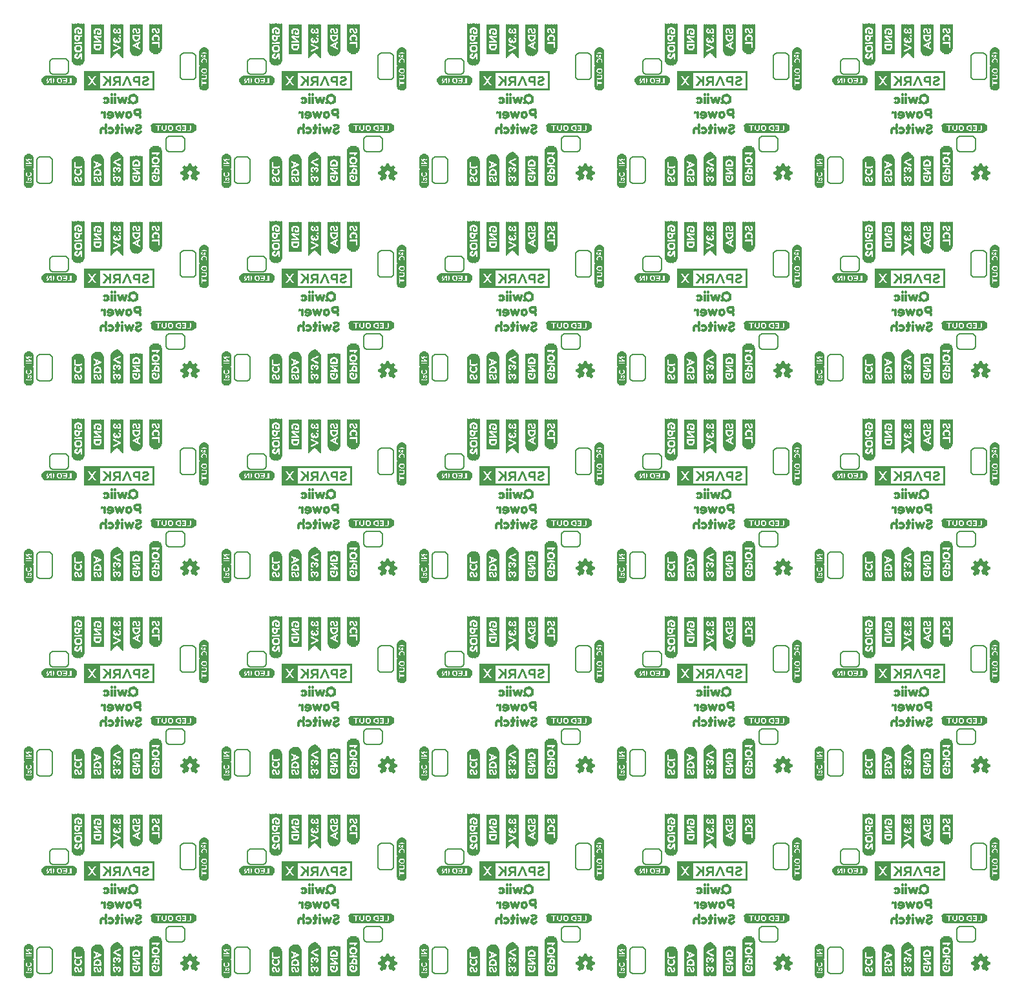
<source format=gbo>
G04 EAGLE Gerber RS-274X export*
G75*
%MOMM*%
%FSLAX34Y34*%
%LPD*%
%INSilkscreen Bottom*%
%IPPOS*%
%AMOC8*
5,1,8,0,0,1.08239X$1,22.5*%
G01*
%ADD10C,0.203200*%
%ADD11R,0.040000X3.880000*%
%ADD12R,0.040000X0.840000*%
%ADD13R,0.040000X2.800000*%
%ADD14R,0.040000X0.760000*%
%ADD15R,0.040000X0.320000*%
%ADD16R,0.040000X0.480000*%
%ADD17R,0.040000X0.160000*%
%ADD18R,0.040000X0.680000*%
%ADD19R,0.040000X0.200000*%
%ADD20R,0.040000X0.400000*%
%ADD21R,0.040000X0.120000*%
%ADD22R,0.040000X0.640000*%
%ADD23R,0.040000X0.360000*%
%ADD24R,0.040000X0.560000*%
%ADD25R,0.040000X0.600000*%
%ADD26R,0.040000X0.520000*%
%ADD27R,0.040000X0.280000*%
%ADD28R,0.040000X0.240000*%
%ADD29R,0.040000X0.720000*%
%ADD30R,0.040000X0.440000*%
%ADD31R,0.040000X0.040000*%
%ADD32R,0.040000X0.080000*%
%ADD33R,0.040000X0.800000*%
%ADD34R,0.040000X3.280000*%
%ADD35R,0.040000X3.400000*%
%ADD36R,0.040000X3.480000*%
%ADD37R,0.040000X3.560000*%
%ADD38R,0.040000X3.600000*%
%ADD39R,0.040000X3.640000*%
%ADD40R,0.040000X3.680000*%
%ADD41R,0.040000X1.800000*%
%ADD42R,0.040000X1.240000*%
%ADD43R,0.040000X1.280000*%
%ADD44R,0.040000X1.320000*%
%ADD45R,0.040000X0.920000*%
%ADD46R,0.040000X3.520000*%
%ADD47R,0.040000X3.720000*%
%ADD48R,0.040000X3.800000*%
%ADD49R,0.040000X3.840000*%
%ADD50R,0.040000X3.920000*%
%ADD51R,0.040000X3.040000*%
%ADD52R,0.040000X1.160000*%
%ADD53R,0.040000X1.120000*%
%ADD54R,0.040000X1.080000*%
%ADD55R,0.040000X1.040000*%
%ADD56R,0.040000X1.000000*%
%ADD57R,0.040000X0.960000*%
%ADD58R,0.040000X0.880000*%
%ADD59R,0.030000X1.830000*%
%ADD60R,0.030000X2.010000*%
%ADD61R,0.020000X2.130000*%
%ADD62R,0.040000X2.250000*%
%ADD63R,0.030000X2.310000*%
%ADD64R,0.030000X2.370000*%
%ADD65R,0.020000X2.430000*%
%ADD66R,0.030000X0.930000*%
%ADD67R,0.030000X0.540000*%
%ADD68R,0.030000X0.750000*%
%ADD69R,0.040000X0.570000*%
%ADD70R,0.040000X0.150000*%
%ADD71R,0.040000X0.390000*%
%ADD72R,0.040000X0.660000*%
%ADD73R,0.030000X0.570000*%
%ADD74R,0.030000X0.120000*%
%ADD75R,0.030000X0.300000*%
%ADD76R,0.030000X0.600000*%
%ADD77R,0.030000X0.240000*%
%ADD78R,0.030000X0.090000*%
%ADD79R,0.030000X0.210000*%
%ADD80R,0.040000X0.630000*%
%ADD81R,0.040000X0.090000*%
%ADD82R,0.040000X0.060000*%
%ADD83R,0.030000X0.630000*%
%ADD84R,0.030000X0.660000*%
%ADD85R,0.030000X0.270000*%
%ADD86R,0.030000X0.720000*%
%ADD87R,0.030000X1.110000*%
%ADD88R,0.030000X0.150000*%
%ADD89R,0.030000X1.140000*%
%ADD90R,0.040000X0.180000*%
%ADD91R,0.040000X1.140000*%
%ADD92R,0.030000X0.060000*%
%ADD93R,0.030000X0.030000*%
%ADD94R,0.040000X0.030000*%
%ADD95R,0.040000X1.110000*%
%ADD96R,0.030000X1.080000*%
%ADD97R,0.030000X0.690000*%
%ADD98R,0.040000X0.780000*%
%ADD99R,0.030000X0.870000*%
%ADD100R,0.030000X2.430000*%
%ADD101R,0.030000X2.250000*%
%ADD102R,0.030000X2.130000*%
%ADD103R,0.200000X0.050000*%
%ADD104R,0.250000X0.050000*%
%ADD105R,0.300000X0.050000*%
%ADD106R,0.350000X0.050000*%
%ADD107R,0.550000X0.050000*%
%ADD108R,0.750000X0.050000*%
%ADD109R,0.850000X0.050000*%
%ADD110R,0.950000X0.050000*%
%ADD111R,1.050000X0.050000*%
%ADD112R,0.100000X0.050000*%
%ADD113R,0.150000X0.050000*%
%ADD114R,1.150000X0.050000*%
%ADD115R,0.450000X0.050000*%
%ADD116R,0.400000X0.050000*%
%ADD117R,0.650000X0.050000*%
%ADD118R,0.800000X0.050000*%
%ADD119R,0.350000X0.060000*%
%ADD120R,1.200000X0.060000*%
%ADD121R,0.300000X0.060000*%
%ADD122R,0.100000X0.060000*%
%ADD123R,1.100000X0.050000*%
%ADD124R,0.450000X0.060000*%
%ADD125R,0.500000X0.060000*%
%ADD126R,0.250000X0.060000*%
%ADD127R,1.300000X0.050000*%
%ADD128R,1.250000X0.050000*%
%ADD129R,1.200000X0.050000*%
%ADD130R,0.700000X0.060000*%
%ADD131R,0.550000X0.060000*%
%ADD132R,3.690000X0.030000*%
%ADD133R,3.870000X0.030000*%
%ADD134R,3.990000X0.020000*%
%ADD135R,4.110000X0.040000*%
%ADD136R,4.170000X0.030000*%
%ADD137R,4.230000X0.030000*%
%ADD138R,4.290000X0.020000*%
%ADD139R,4.350000X0.030000*%
%ADD140R,0.570000X0.040000*%
%ADD141R,0.480000X0.040000*%
%ADD142R,0.120000X0.040000*%
%ADD143R,0.600000X0.040000*%
%ADD144R,0.090000X0.040000*%
%ADD145R,0.330000X0.040000*%
%ADD146R,0.540000X0.030000*%
%ADD147R,0.450000X0.030000*%
%ADD148R,0.060000X0.030000*%
%ADD149R,0.090000X0.030000*%
%ADD150R,0.300000X0.030000*%
%ADD151R,0.570000X0.030000*%
%ADD152R,0.420000X0.030000*%
%ADD153R,0.510000X0.030000*%
%ADD154R,0.480000X0.030000*%
%ADD155R,0.270000X0.030000*%
%ADD156R,0.420000X0.040000*%
%ADD157R,0.060000X0.040000*%
%ADD158R,0.450000X0.040000*%
%ADD159R,0.240000X0.040000*%
%ADD160R,0.600000X0.030000*%
%ADD161R,0.210000X0.030000*%
%ADD162R,0.180000X0.030000*%
%ADD163R,0.390000X0.030000*%
%ADD164R,0.630000X0.030000*%
%ADD165R,0.630000X0.040000*%
%ADD166R,0.360000X0.040000*%
%ADD167R,0.150000X0.040000*%
%ADD168R,0.360000X0.030000*%
%ADD169R,0.120000X0.030000*%
%ADD170R,0.180000X0.040000*%
%ADD171R,0.300000X0.040000*%
%ADD172R,0.270000X0.040000*%
%ADD173R,0.240000X0.030000*%
%ADD174R,0.150000X0.030000*%
%ADD175R,0.540000X0.040000*%
%ADD176R,0.690000X0.030000*%
%ADD177R,4.290000X0.030000*%
%ADD178R,4.110000X0.030000*%
%ADD179R,3.990000X0.030000*%
%ADD180R,5.130000X0.030000*%
%ADD181R,5.310000X0.030000*%
%ADD182R,5.430000X0.020000*%
%ADD183R,5.490000X0.040000*%
%ADD184R,5.550000X0.030000*%
%ADD185R,5.610000X0.030000*%
%ADD186R,5.670000X0.020000*%
%ADD187R,3.180000X0.030000*%
%ADD188R,2.400000X0.030000*%
%ADD189R,0.810000X0.040000*%
%ADD190R,0.330000X0.030000*%
%ADD191R,0.870000X0.030000*%
%ADD192R,0.660000X0.030000*%
%ADD193R,0.900000X0.030000*%
%ADD194R,0.660000X0.040000*%
%ADD195R,0.510000X0.040000*%
%ADD196R,0.900000X0.040000*%
%ADD197R,0.210000X0.040000*%
%ADD198R,0.390000X0.040000*%
%ADD199R,0.870000X0.040000*%
%ADD200R,0.840000X0.030000*%
%ADD201R,0.720000X0.040000*%
%ADD202R,0.810000X0.030000*%
%ADD203R,5.670000X0.030000*%
%ADD204R,5.490000X0.030000*%
%ADD205R,5.430000X0.030000*%
%ADD206R,0.900000X0.050000*%
%ADD207R,1.000000X0.050000*%
%ADD208R,0.500000X0.050000*%
%ADD209R,0.600000X0.050000*%
%ADD210R,0.700000X0.050000*%
%ADD211R,0.050000X0.050000*%
%ADD212R,0.950000X0.060000*%
%ADD213R,0.400000X0.060000*%
%ADD214R,0.600000X0.060000*%
%ADD215R,0.650000X0.060000*%
%ADD216R,0.040000X4.640000*%
%ADD217R,0.040000X4.760000*%
%ADD218R,0.040000X4.840000*%
%ADD219R,0.040000X4.920000*%
%ADD220R,0.040000X4.960000*%
%ADD221R,0.040000X5.000000*%
%ADD222R,0.040000X5.040000*%
%ADD223R,0.040000X2.080000*%
%ADD224R,0.040000X1.720000*%
%ADD225R,0.040000X4.880000*%
%ADD226R,0.040000X5.080000*%
%ADD227R,0.040000X5.160000*%
%ADD228R,0.040000X5.200000*%
%ADD229R,0.040000X5.240000*%
%ADD230R,0.040000X5.280000*%
%ADD231R,0.040000X3.760000*%
%ADD232R,0.040000X3.960000*%
%ADD233R,0.040000X4.000000*%
%ADD234R,0.040000X4.040000*%
%ADD235R,0.040000X1.920000*%
%ADD236R,0.040000X4.440000*%
%ADD237R,0.040000X4.400000*%
%ADD238R,0.040000X4.360000*%
%ADD239R,0.040000X4.320000*%
%ADD240R,0.040000X4.280000*%
%ADD241R,0.040000X4.240000*%
%ADD242R,0.040000X4.200000*%
%ADD243R,0.040000X2.000000*%
%ADD244R,0.030000X1.350000*%
%ADD245R,0.030000X1.530000*%
%ADD246R,0.020000X1.650000*%
%ADD247R,0.040000X1.770000*%
%ADD248R,0.030000X1.890000*%
%ADD249R,0.020000X1.950000*%
%ADD250R,0.040000X0.330000*%
%ADD251R,0.030000X0.330000*%
%ADD252R,0.030000X0.180000*%
%ADD253R,0.040000X0.210000*%
%ADD254R,0.040000X0.300000*%
%ADD255R,0.040000X0.540000*%
%ADD256R,0.030000X0.360000*%
%ADD257R,0.030000X1.950000*%
%ADD258R,0.030000X1.770000*%
%ADD259R,0.030000X1.650000*%
%ADD260R,0.030000X2.730000*%
%ADD261R,0.030000X2.910000*%
%ADD262R,0.020000X3.030000*%
%ADD263R,0.040000X3.150000*%
%ADD264R,0.030000X3.210000*%
%ADD265R,0.030000X3.270000*%
%ADD266R,0.020000X3.330000*%
%ADD267R,0.030000X0.840000*%
%ADD268R,0.040000X0.690000*%
%ADD269R,0.030000X0.900000*%
%ADD270R,0.040000X0.900000*%
%ADD271R,0.030000X0.390000*%
%ADD272R,0.040000X0.270000*%
%ADD273R,0.040000X0.870000*%
%ADD274R,0.030000X0.420000*%
%ADD275R,0.030000X0.450000*%
%ADD276R,0.030000X0.810000*%
%ADD277R,0.040000X0.750000*%
%ADD278R,0.040000X0.420000*%
%ADD279R,0.040000X0.510000*%
%ADD280R,0.030000X0.780000*%
%ADD281R,0.030000X3.330000*%
%ADD282R,0.030000X3.150000*%
%ADD283R,0.030000X3.030000*%

G36*
X1211627Y1182401D02*
X1211627Y1182401D01*
X1211622Y1182409D01*
X1211629Y1182415D01*
X1211629Y1207725D01*
X1211593Y1207773D01*
X1211586Y1207767D01*
X1211580Y1207775D01*
X1120140Y1207775D01*
X1120093Y1207739D01*
X1120098Y1207731D01*
X1120091Y1207725D01*
X1120091Y1182415D01*
X1120127Y1182367D01*
X1120134Y1182373D01*
X1120140Y1182365D01*
X1211580Y1182365D01*
X1211627Y1182401D01*
G37*
G36*
X952547Y1182401D02*
X952547Y1182401D01*
X952542Y1182409D01*
X952549Y1182415D01*
X952549Y1207725D01*
X952513Y1207773D01*
X952506Y1207767D01*
X952500Y1207775D01*
X861060Y1207775D01*
X861013Y1207739D01*
X861018Y1207731D01*
X861011Y1207725D01*
X861011Y1182415D01*
X861047Y1182367D01*
X861054Y1182373D01*
X861060Y1182365D01*
X952500Y1182365D01*
X952547Y1182401D01*
G37*
G36*
X175307Y1182401D02*
X175307Y1182401D01*
X175302Y1182409D01*
X175309Y1182415D01*
X175309Y1207725D01*
X175273Y1207773D01*
X175266Y1207767D01*
X175260Y1207775D01*
X83820Y1207775D01*
X83773Y1207739D01*
X83778Y1207731D01*
X83771Y1207725D01*
X83771Y1182415D01*
X83807Y1182367D01*
X83814Y1182373D01*
X83820Y1182365D01*
X175260Y1182365D01*
X175307Y1182401D01*
G37*
G36*
X693467Y1182401D02*
X693467Y1182401D01*
X693462Y1182409D01*
X693469Y1182415D01*
X693469Y1207725D01*
X693433Y1207773D01*
X693426Y1207767D01*
X693420Y1207775D01*
X601980Y1207775D01*
X601933Y1207739D01*
X601938Y1207731D01*
X601931Y1207725D01*
X601931Y1182415D01*
X601967Y1182367D01*
X601974Y1182373D01*
X601980Y1182365D01*
X693420Y1182365D01*
X693467Y1182401D01*
G37*
G36*
X434387Y1182401D02*
X434387Y1182401D01*
X434382Y1182409D01*
X434389Y1182415D01*
X434389Y1207725D01*
X434353Y1207773D01*
X434346Y1207767D01*
X434340Y1207775D01*
X342900Y1207775D01*
X342853Y1207739D01*
X342858Y1207731D01*
X342851Y1207725D01*
X342851Y1182415D01*
X342887Y1182367D01*
X342894Y1182373D01*
X342900Y1182365D01*
X434340Y1182365D01*
X434387Y1182401D01*
G37*
G36*
X952547Y923321D02*
X952547Y923321D01*
X952542Y923329D01*
X952549Y923335D01*
X952549Y948645D01*
X952513Y948693D01*
X952506Y948687D01*
X952500Y948695D01*
X861060Y948695D01*
X861013Y948659D01*
X861018Y948651D01*
X861011Y948645D01*
X861011Y923335D01*
X861047Y923287D01*
X861054Y923293D01*
X861060Y923285D01*
X952500Y923285D01*
X952547Y923321D01*
G37*
G36*
X434387Y923321D02*
X434387Y923321D01*
X434382Y923329D01*
X434389Y923335D01*
X434389Y948645D01*
X434353Y948693D01*
X434346Y948687D01*
X434340Y948695D01*
X342900Y948695D01*
X342853Y948659D01*
X342858Y948651D01*
X342851Y948645D01*
X342851Y923335D01*
X342887Y923287D01*
X342894Y923293D01*
X342900Y923285D01*
X434340Y923285D01*
X434387Y923321D01*
G37*
G36*
X175307Y923321D02*
X175307Y923321D01*
X175302Y923329D01*
X175309Y923335D01*
X175309Y948645D01*
X175273Y948693D01*
X175266Y948687D01*
X175260Y948695D01*
X83820Y948695D01*
X83773Y948659D01*
X83778Y948651D01*
X83771Y948645D01*
X83771Y923335D01*
X83807Y923287D01*
X83814Y923293D01*
X83820Y923285D01*
X175260Y923285D01*
X175307Y923321D01*
G37*
G36*
X693467Y146081D02*
X693467Y146081D01*
X693462Y146089D01*
X693469Y146095D01*
X693469Y171405D01*
X693433Y171453D01*
X693426Y171447D01*
X693420Y171455D01*
X601980Y171455D01*
X601933Y171419D01*
X601938Y171411D01*
X601931Y171405D01*
X601931Y146095D01*
X601967Y146047D01*
X601974Y146053D01*
X601980Y146045D01*
X693420Y146045D01*
X693467Y146081D01*
G37*
G36*
X1211627Y146081D02*
X1211627Y146081D01*
X1211622Y146089D01*
X1211629Y146095D01*
X1211629Y171405D01*
X1211593Y171453D01*
X1211586Y171447D01*
X1211580Y171455D01*
X1120140Y171455D01*
X1120093Y171419D01*
X1120098Y171411D01*
X1120091Y171405D01*
X1120091Y146095D01*
X1120127Y146047D01*
X1120134Y146053D01*
X1120140Y146045D01*
X1211580Y146045D01*
X1211627Y146081D01*
G37*
G36*
X952547Y146081D02*
X952547Y146081D01*
X952542Y146089D01*
X952549Y146095D01*
X952549Y171405D01*
X952513Y171453D01*
X952506Y171447D01*
X952500Y171455D01*
X861060Y171455D01*
X861013Y171419D01*
X861018Y171411D01*
X861011Y171405D01*
X861011Y146095D01*
X861047Y146047D01*
X861054Y146053D01*
X861060Y146045D01*
X952500Y146045D01*
X952547Y146081D01*
G37*
G36*
X434387Y405161D02*
X434387Y405161D01*
X434382Y405169D01*
X434389Y405175D01*
X434389Y430485D01*
X434353Y430533D01*
X434346Y430527D01*
X434340Y430535D01*
X342900Y430535D01*
X342853Y430499D01*
X342858Y430491D01*
X342851Y430485D01*
X342851Y405175D01*
X342887Y405127D01*
X342894Y405133D01*
X342900Y405125D01*
X434340Y405125D01*
X434387Y405161D01*
G37*
G36*
X1211627Y405161D02*
X1211627Y405161D01*
X1211622Y405169D01*
X1211629Y405175D01*
X1211629Y430485D01*
X1211593Y430533D01*
X1211586Y430527D01*
X1211580Y430535D01*
X1120140Y430535D01*
X1120093Y430499D01*
X1120098Y430491D01*
X1120091Y430485D01*
X1120091Y405175D01*
X1120127Y405127D01*
X1120134Y405133D01*
X1120140Y405125D01*
X1211580Y405125D01*
X1211627Y405161D01*
G37*
G36*
X434387Y146081D02*
X434387Y146081D01*
X434382Y146089D01*
X434389Y146095D01*
X434389Y171405D01*
X434353Y171453D01*
X434346Y171447D01*
X434340Y171455D01*
X342900Y171455D01*
X342853Y171419D01*
X342858Y171411D01*
X342851Y171405D01*
X342851Y146095D01*
X342887Y146047D01*
X342894Y146053D01*
X342900Y146045D01*
X434340Y146045D01*
X434387Y146081D01*
G37*
G36*
X175307Y405161D02*
X175307Y405161D01*
X175302Y405169D01*
X175309Y405175D01*
X175309Y430485D01*
X175273Y430533D01*
X175266Y430527D01*
X175260Y430535D01*
X83820Y430535D01*
X83773Y430499D01*
X83778Y430491D01*
X83771Y430485D01*
X83771Y405175D01*
X83807Y405127D01*
X83814Y405133D01*
X83820Y405125D01*
X175260Y405125D01*
X175307Y405161D01*
G37*
G36*
X83807Y146047D02*
X83807Y146047D01*
X83814Y146053D01*
X83820Y146045D01*
X175260Y146045D01*
X175307Y146081D01*
X175302Y146089D01*
X175309Y146095D01*
X175309Y171405D01*
X175273Y171453D01*
X175266Y171447D01*
X175260Y171455D01*
X83820Y171455D01*
X83773Y171419D01*
X83778Y171411D01*
X83771Y171405D01*
X83771Y146095D01*
X83807Y146047D01*
G37*
G36*
X693467Y923321D02*
X693467Y923321D01*
X693462Y923329D01*
X693469Y923335D01*
X693469Y948645D01*
X693433Y948693D01*
X693426Y948687D01*
X693420Y948695D01*
X601980Y948695D01*
X601933Y948659D01*
X601938Y948651D01*
X601931Y948645D01*
X601931Y923335D01*
X601967Y923287D01*
X601974Y923293D01*
X601980Y923285D01*
X693420Y923285D01*
X693467Y923321D01*
G37*
G36*
X1211627Y923321D02*
X1211627Y923321D01*
X1211622Y923329D01*
X1211629Y923335D01*
X1211629Y948645D01*
X1211593Y948693D01*
X1211586Y948687D01*
X1211580Y948695D01*
X1120140Y948695D01*
X1120093Y948659D01*
X1120098Y948651D01*
X1120091Y948645D01*
X1120091Y923335D01*
X1120127Y923287D01*
X1120134Y923293D01*
X1120140Y923285D01*
X1211580Y923285D01*
X1211627Y923321D01*
G37*
G36*
X693467Y405161D02*
X693467Y405161D01*
X693462Y405169D01*
X693469Y405175D01*
X693469Y430485D01*
X693433Y430533D01*
X693426Y430527D01*
X693420Y430535D01*
X601980Y430535D01*
X601933Y430499D01*
X601938Y430491D01*
X601931Y430485D01*
X601931Y405175D01*
X601967Y405127D01*
X601974Y405133D01*
X601980Y405125D01*
X693420Y405125D01*
X693467Y405161D01*
G37*
G36*
X952547Y405161D02*
X952547Y405161D01*
X952542Y405169D01*
X952549Y405175D01*
X952549Y430485D01*
X952513Y430533D01*
X952506Y430527D01*
X952500Y430535D01*
X861060Y430535D01*
X861013Y430499D01*
X861018Y430491D01*
X861011Y430485D01*
X861011Y405175D01*
X861047Y405127D01*
X861054Y405133D01*
X861060Y405125D01*
X952500Y405125D01*
X952547Y405161D01*
G37*
G36*
X952547Y664241D02*
X952547Y664241D01*
X952542Y664249D01*
X952549Y664255D01*
X952549Y689565D01*
X952513Y689613D01*
X952506Y689607D01*
X952500Y689615D01*
X861060Y689615D01*
X861013Y689579D01*
X861018Y689571D01*
X861011Y689565D01*
X861011Y664255D01*
X861047Y664207D01*
X861054Y664213D01*
X861060Y664205D01*
X952500Y664205D01*
X952547Y664241D01*
G37*
G36*
X693467Y664241D02*
X693467Y664241D01*
X693462Y664249D01*
X693469Y664255D01*
X693469Y689565D01*
X693433Y689613D01*
X693426Y689607D01*
X693420Y689615D01*
X601980Y689615D01*
X601933Y689579D01*
X601938Y689571D01*
X601931Y689565D01*
X601931Y664255D01*
X601967Y664207D01*
X601974Y664213D01*
X601980Y664205D01*
X693420Y664205D01*
X693467Y664241D01*
G37*
G36*
X1211627Y664241D02*
X1211627Y664241D01*
X1211622Y664249D01*
X1211629Y664255D01*
X1211629Y689565D01*
X1211593Y689613D01*
X1211586Y689607D01*
X1211580Y689615D01*
X1120140Y689615D01*
X1120093Y689579D01*
X1120098Y689571D01*
X1120091Y689565D01*
X1120091Y664255D01*
X1120127Y664207D01*
X1120134Y664213D01*
X1120140Y664205D01*
X1211580Y664205D01*
X1211627Y664241D01*
G37*
G36*
X434387Y664241D02*
X434387Y664241D01*
X434382Y664249D01*
X434389Y664255D01*
X434389Y689565D01*
X434353Y689613D01*
X434346Y689607D01*
X434340Y689615D01*
X342900Y689615D01*
X342853Y689579D01*
X342858Y689571D01*
X342851Y689565D01*
X342851Y664255D01*
X342887Y664207D01*
X342894Y664213D01*
X342900Y664205D01*
X434340Y664205D01*
X434387Y664241D01*
G37*
G36*
X175307Y664241D02*
X175307Y664241D01*
X175302Y664249D01*
X175309Y664255D01*
X175309Y689565D01*
X175273Y689613D01*
X175266Y689607D01*
X175260Y689615D01*
X83820Y689615D01*
X83773Y689579D01*
X83778Y689571D01*
X83771Y689565D01*
X83771Y664255D01*
X83807Y664207D01*
X83814Y664213D01*
X83820Y664205D01*
X175260Y664205D01*
X175307Y664241D01*
G37*
%LPC*%
G36*
X622457Y1184814D02*
X622457Y1184814D01*
X622457Y1205326D01*
X691021Y1205326D01*
X691021Y1184814D01*
X622457Y1184814D01*
G37*
%LPD*%
%LPC*%
G36*
X1140617Y1184814D02*
X1140617Y1184814D01*
X1140617Y1205326D01*
X1209181Y1205326D01*
X1209181Y1184814D01*
X1140617Y1184814D01*
G37*
%LPD*%
%LPC*%
G36*
X363377Y1184814D02*
X363377Y1184814D01*
X363377Y1205326D01*
X431941Y1205326D01*
X431941Y1184814D01*
X363377Y1184814D01*
G37*
%LPD*%
%LPC*%
G36*
X104297Y1184814D02*
X104297Y1184814D01*
X104297Y1205326D01*
X172861Y1205326D01*
X172861Y1184814D01*
X104297Y1184814D01*
G37*
%LPD*%
%LPC*%
G36*
X881537Y1184814D02*
X881537Y1184814D01*
X881537Y1205326D01*
X950101Y1205326D01*
X950101Y1184814D01*
X881537Y1184814D01*
G37*
%LPD*%
%LPC*%
G36*
X363377Y407574D02*
X363377Y407574D01*
X363377Y428086D01*
X431941Y428086D01*
X431941Y407574D01*
X363377Y407574D01*
G37*
%LPD*%
%LPC*%
G36*
X1140617Y407574D02*
X1140617Y407574D01*
X1140617Y428086D01*
X1209181Y428086D01*
X1209181Y407574D01*
X1140617Y407574D01*
G37*
%LPD*%
%LPC*%
G36*
X881537Y407574D02*
X881537Y407574D01*
X881537Y428086D01*
X950101Y428086D01*
X950101Y407574D01*
X881537Y407574D01*
G37*
%LPD*%
%LPC*%
G36*
X1140617Y925734D02*
X1140617Y925734D01*
X1140617Y946246D01*
X1209181Y946246D01*
X1209181Y925734D01*
X1140617Y925734D01*
G37*
%LPD*%
%LPC*%
G36*
X104297Y925734D02*
X104297Y925734D01*
X104297Y946246D01*
X172861Y946246D01*
X172861Y925734D01*
X104297Y925734D01*
G37*
%LPD*%
%LPC*%
G36*
X622457Y925734D02*
X622457Y925734D01*
X622457Y946246D01*
X691021Y946246D01*
X691021Y925734D01*
X622457Y925734D01*
G37*
%LPD*%
%LPC*%
G36*
X363377Y925734D02*
X363377Y925734D01*
X363377Y946246D01*
X431941Y946246D01*
X431941Y925734D01*
X363377Y925734D01*
G37*
%LPD*%
%LPC*%
G36*
X104297Y666654D02*
X104297Y666654D01*
X104297Y687166D01*
X172861Y687166D01*
X172861Y666654D01*
X104297Y666654D01*
G37*
%LPD*%
%LPC*%
G36*
X363377Y148494D02*
X363377Y148494D01*
X363377Y169006D01*
X431941Y169006D01*
X431941Y148494D01*
X363377Y148494D01*
G37*
%LPD*%
%LPC*%
G36*
X1140617Y666654D02*
X1140617Y666654D01*
X1140617Y687166D01*
X1209181Y687166D01*
X1209181Y666654D01*
X1140617Y666654D01*
G37*
%LPD*%
%LPC*%
G36*
X363377Y666654D02*
X363377Y666654D01*
X363377Y687166D01*
X431941Y687166D01*
X431941Y666654D01*
X363377Y666654D01*
G37*
%LPD*%
%LPC*%
G36*
X622457Y148494D02*
X622457Y148494D01*
X622457Y169006D01*
X691021Y169006D01*
X691021Y148494D01*
X622457Y148494D01*
G37*
%LPD*%
%LPC*%
G36*
X622457Y666654D02*
X622457Y666654D01*
X622457Y687166D01*
X691021Y687166D01*
X691021Y666654D01*
X622457Y666654D01*
G37*
%LPD*%
%LPC*%
G36*
X1140617Y148494D02*
X1140617Y148494D01*
X1140617Y169006D01*
X1209181Y169006D01*
X1209181Y148494D01*
X1140617Y148494D01*
G37*
%LPD*%
%LPC*%
G36*
X881537Y666654D02*
X881537Y666654D01*
X881537Y687166D01*
X950101Y687166D01*
X950101Y666654D01*
X881537Y666654D01*
G37*
%LPD*%
%LPC*%
G36*
X881537Y148494D02*
X881537Y148494D01*
X881537Y169006D01*
X950101Y169006D01*
X950101Y148494D01*
X881537Y148494D01*
G37*
%LPD*%
%LPC*%
G36*
X172861Y169006D02*
X172861Y169006D01*
X172861Y148494D01*
X104297Y148494D01*
X104297Y169006D01*
X172861Y169006D01*
G37*
%LPD*%
%LPC*%
G36*
X104297Y407574D02*
X104297Y407574D01*
X104297Y428086D01*
X172861Y428086D01*
X172861Y407574D01*
X104297Y407574D01*
G37*
%LPD*%
%LPC*%
G36*
X881537Y925734D02*
X881537Y925734D01*
X881537Y946246D01*
X950101Y946246D01*
X950101Y925734D01*
X881537Y925734D01*
G37*
%LPD*%
%LPC*%
G36*
X622457Y407574D02*
X622457Y407574D01*
X622457Y428086D01*
X691021Y428086D01*
X691021Y407574D01*
X622457Y407574D01*
G37*
%LPD*%
G36*
X1266256Y805048D02*
X1266256Y805048D01*
X1266322Y805053D01*
X1266340Y805064D01*
X1266361Y805069D01*
X1266446Y805129D01*
X1266470Y805143D01*
X1266473Y805148D01*
X1266478Y805152D01*
X1268678Y807452D01*
X1268686Y807465D01*
X1268699Y807475D01*
X1268730Y807539D01*
X1268766Y807601D01*
X1268767Y807617D01*
X1268774Y807631D01*
X1268773Y807702D01*
X1268779Y807773D01*
X1268773Y807788D01*
X1268772Y807804D01*
X1268715Y807929D01*
X1268713Y807933D01*
X1268713Y807934D01*
X1266845Y810549D01*
X1266847Y810560D01*
X1266856Y810573D01*
X1266867Y810631D01*
X1266876Y810652D01*
X1266876Y810674D01*
X1266882Y810707D01*
X1266883Y810712D01*
X1266883Y810713D01*
X1266883Y810714D01*
X1266883Y810724D01*
X1266916Y810789D01*
X1266972Y810846D01*
X1266983Y810864D01*
X1266995Y810873D01*
X1267003Y810892D01*
X1267043Y810944D01*
X1267116Y811089D01*
X1267172Y811146D01*
X1267212Y811210D01*
X1267256Y811273D01*
X1267258Y811285D01*
X1267263Y811293D01*
X1267267Y811328D01*
X1267283Y811414D01*
X1267283Y811463D01*
X1267312Y811510D01*
X1267356Y811573D01*
X1267358Y811585D01*
X1267363Y811593D01*
X1267367Y811628D01*
X1267383Y811714D01*
X1267383Y811824D01*
X1267416Y811889D01*
X1267472Y811946D01*
X1267512Y812010D01*
X1267556Y812073D01*
X1267558Y812085D01*
X1267563Y812093D01*
X1267567Y812128D01*
X1267573Y812161D01*
X1267576Y812169D01*
X1267576Y812177D01*
X1267583Y812214D01*
X1267583Y812263D01*
X1267612Y812310D01*
X1267656Y812373D01*
X1267658Y812385D01*
X1267663Y812393D01*
X1267667Y812428D01*
X1267683Y812514D01*
X1267683Y812624D01*
X1267712Y812682D01*
X1270968Y813240D01*
X1270986Y813247D01*
X1271005Y813248D01*
X1271065Y813281D01*
X1271127Y813307D01*
X1271140Y813322D01*
X1271157Y813331D01*
X1271196Y813387D01*
X1271240Y813438D01*
X1271245Y813457D01*
X1271256Y813473D01*
X1271278Y813584D01*
X1271283Y813606D01*
X1271282Y813610D01*
X1271283Y813614D01*
X1271283Y816814D01*
X1271279Y816833D01*
X1271281Y816852D01*
X1271270Y816886D01*
X1271269Y816893D01*
X1271264Y816903D01*
X1271259Y816916D01*
X1271244Y816982D01*
X1271231Y816997D01*
X1271225Y817015D01*
X1271177Y817063D01*
X1271134Y817116D01*
X1271116Y817123D01*
X1271102Y817137D01*
X1270996Y817177D01*
X1270976Y817186D01*
X1270972Y817186D01*
X1270968Y817188D01*
X1267756Y817738D01*
X1267745Y817777D01*
X1267744Y817782D01*
X1267743Y817783D01*
X1267683Y817903D01*
X1267683Y817914D01*
X1267680Y817929D01*
X1267682Y817945D01*
X1267662Y818015D01*
X1267662Y818030D01*
X1267654Y818044D01*
X1267645Y818077D01*
X1267644Y818082D01*
X1267643Y818083D01*
X1267583Y818203D01*
X1267583Y818214D01*
X1267580Y818229D01*
X1267582Y818245D01*
X1267545Y818377D01*
X1267544Y818382D01*
X1267543Y818383D01*
X1267383Y818703D01*
X1267383Y818714D01*
X1267380Y818729D01*
X1267382Y818745D01*
X1267345Y818877D01*
X1267344Y818882D01*
X1267343Y818883D01*
X1267243Y819083D01*
X1267220Y819111D01*
X1267183Y819165D01*
X1267183Y819214D01*
X1267166Y819288D01*
X1267152Y819363D01*
X1267146Y819373D01*
X1267144Y819382D01*
X1267121Y819410D01*
X1267072Y819482D01*
X1267016Y819538D01*
X1266943Y819683D01*
X1266920Y819711D01*
X1266883Y819765D01*
X1266883Y819814D01*
X1266866Y819888D01*
X1266862Y819910D01*
X1268716Y822598D01*
X1268722Y822614D01*
X1268734Y822627D01*
X1268754Y822694D01*
X1268779Y822759D01*
X1268778Y822777D01*
X1268783Y822793D01*
X1268770Y822862D01*
X1268764Y822932D01*
X1268755Y822946D01*
X1268752Y822963D01*
X1268681Y823069D01*
X1268674Y823080D01*
X1268673Y823080D01*
X1268672Y823082D01*
X1266472Y825282D01*
X1266458Y825291D01*
X1266447Y825305D01*
X1266385Y825336D01*
X1266325Y825373D01*
X1266308Y825375D01*
X1266293Y825382D01*
X1266223Y825383D01*
X1266153Y825389D01*
X1266137Y825383D01*
X1266120Y825383D01*
X1266002Y825332D01*
X1265991Y825328D01*
X1265990Y825327D01*
X1265989Y825326D01*
X1263290Y823464D01*
X1263272Y823482D01*
X1263207Y823522D01*
X1263145Y823566D01*
X1263133Y823568D01*
X1263125Y823573D01*
X1263090Y823576D01*
X1263004Y823593D01*
X1262954Y823593D01*
X1262942Y823601D01*
X1262874Y823653D01*
X1262729Y823725D01*
X1262672Y823782D01*
X1262607Y823822D01*
X1262545Y823866D01*
X1262533Y823868D01*
X1262525Y823873D01*
X1262490Y823876D01*
X1262404Y823893D01*
X1262354Y823893D01*
X1262342Y823901D01*
X1262274Y823953D01*
X1262074Y824053D01*
X1262058Y824057D01*
X1262045Y824066D01*
X1261911Y824092D01*
X1261905Y824093D01*
X1261904Y824093D01*
X1261894Y824093D01*
X1261774Y824153D01*
X1261758Y824157D01*
X1261745Y824166D01*
X1261611Y824192D01*
X1261605Y824193D01*
X1261604Y824193D01*
X1261554Y824193D01*
X1261507Y824222D01*
X1261445Y824266D01*
X1261433Y824268D01*
X1261425Y824273D01*
X1261390Y824276D01*
X1261304Y824293D01*
X1261194Y824293D01*
X1261136Y824322D01*
X1260578Y827578D01*
X1260570Y827596D01*
X1260569Y827615D01*
X1260537Y827674D01*
X1260510Y827737D01*
X1260496Y827750D01*
X1260486Y827767D01*
X1260431Y827806D01*
X1260379Y827850D01*
X1260360Y827855D01*
X1260345Y827866D01*
X1260234Y827887D01*
X1260212Y827893D01*
X1260208Y827892D01*
X1260204Y827893D01*
X1257004Y827893D01*
X1256985Y827889D01*
X1256966Y827891D01*
X1256902Y827869D01*
X1256836Y827853D01*
X1256821Y827841D01*
X1256802Y827835D01*
X1256755Y827787D01*
X1256702Y827743D01*
X1256694Y827726D01*
X1256681Y827712D01*
X1256641Y827606D01*
X1256632Y827585D01*
X1256632Y827582D01*
X1256630Y827578D01*
X1256080Y824366D01*
X1256041Y824355D01*
X1256036Y824353D01*
X1256035Y824353D01*
X1256034Y824353D01*
X1255914Y824293D01*
X1255904Y824293D01*
X1255888Y824289D01*
X1255872Y824292D01*
X1255741Y824255D01*
X1255736Y824253D01*
X1255735Y824253D01*
X1255734Y824253D01*
X1255614Y824193D01*
X1255604Y824193D01*
X1255588Y824189D01*
X1255572Y824192D01*
X1255441Y824155D01*
X1255436Y824153D01*
X1255435Y824153D01*
X1255434Y824153D01*
X1255314Y824093D01*
X1255204Y824093D01*
X1255130Y824076D01*
X1255054Y824062D01*
X1255045Y824056D01*
X1255036Y824053D01*
X1255008Y824031D01*
X1254936Y823982D01*
X1254879Y823925D01*
X1254814Y823893D01*
X1254804Y823893D01*
X1254788Y823889D01*
X1254772Y823892D01*
X1254641Y823855D01*
X1254636Y823853D01*
X1254635Y823853D01*
X1254634Y823853D01*
X1254434Y823753D01*
X1254407Y823730D01*
X1254336Y823682D01*
X1254279Y823625D01*
X1254214Y823593D01*
X1254204Y823593D01*
X1254188Y823589D01*
X1254172Y823592D01*
X1254041Y823555D01*
X1254036Y823553D01*
X1254035Y823553D01*
X1254034Y823553D01*
X1253893Y823482D01*
X1251219Y825326D01*
X1251207Y825331D01*
X1251198Y825340D01*
X1251127Y825362D01*
X1251058Y825389D01*
X1251045Y825388D01*
X1251033Y825392D01*
X1250960Y825380D01*
X1250886Y825374D01*
X1250875Y825367D01*
X1250862Y825365D01*
X1250742Y825288D01*
X1248442Y823088D01*
X1248428Y823066D01*
X1248408Y823050D01*
X1248381Y822994D01*
X1248347Y822943D01*
X1248344Y822917D01*
X1248333Y822894D01*
X1248334Y822832D01*
X1248327Y822771D01*
X1248336Y822747D01*
X1248336Y822721D01*
X1248374Y822641D01*
X1248385Y822608D01*
X1248392Y822602D01*
X1248397Y822591D01*
X1250332Y819918D01*
X1250292Y819838D01*
X1250236Y819782D01*
X1250196Y819717D01*
X1250152Y819654D01*
X1250150Y819643D01*
X1250145Y819635D01*
X1250141Y819600D01*
X1250125Y819514D01*
X1250125Y819464D01*
X1250117Y819451D01*
X1250065Y819383D01*
X1249992Y819238D01*
X1249936Y819182D01*
X1249896Y819117D01*
X1249852Y819054D01*
X1249850Y819043D01*
X1249845Y819035D01*
X1249841Y819000D01*
X1249825Y818914D01*
X1249825Y818864D01*
X1249796Y818817D01*
X1249752Y818754D01*
X1249750Y818743D01*
X1249745Y818735D01*
X1249741Y818700D01*
X1249725Y818614D01*
X1249725Y818503D01*
X1249692Y818438D01*
X1249636Y818382D01*
X1249596Y818317D01*
X1249552Y818254D01*
X1249550Y818243D01*
X1249545Y818235D01*
X1249541Y818200D01*
X1249525Y818114D01*
X1249525Y818064D01*
X1249496Y818017D01*
X1249452Y817954D01*
X1249450Y817943D01*
X1249445Y817935D01*
X1249441Y817900D01*
X1249425Y817814D01*
X1249425Y817735D01*
X1246142Y817188D01*
X1246123Y817180D01*
X1246103Y817179D01*
X1246044Y817147D01*
X1245982Y817121D01*
X1245969Y817106D01*
X1245951Y817096D01*
X1245913Y817041D01*
X1245869Y816991D01*
X1245863Y816971D01*
X1245852Y816954D01*
X1245836Y816873D01*
X1245832Y816863D01*
X1245832Y816852D01*
X1245831Y816848D01*
X1245825Y816823D01*
X1245826Y816819D01*
X1245825Y816814D01*
X1245825Y813614D01*
X1245829Y813595D01*
X1245827Y813576D01*
X1245849Y813511D01*
X1245864Y813445D01*
X1245877Y813430D01*
X1245883Y813412D01*
X1245931Y813364D01*
X1245974Y813312D01*
X1245992Y813304D01*
X1246006Y813290D01*
X1246112Y813250D01*
X1246132Y813241D01*
X1246136Y813241D01*
X1246140Y813240D01*
X1249428Y812676D01*
X1249463Y812551D01*
X1249464Y812545D01*
X1249465Y812545D01*
X1249465Y812544D01*
X1249525Y812424D01*
X1249525Y812414D01*
X1249528Y812398D01*
X1249526Y812382D01*
X1249563Y812251D01*
X1249564Y812245D01*
X1249565Y812245D01*
X1249565Y812244D01*
X1249625Y812124D01*
X1249625Y812114D01*
X1249628Y812098D01*
X1249626Y812082D01*
X1249663Y811951D01*
X1249664Y811945D01*
X1249665Y811945D01*
X1249665Y811944D01*
X1249825Y811624D01*
X1249825Y811614D01*
X1249828Y811598D01*
X1249826Y811582D01*
X1249863Y811451D01*
X1249864Y811445D01*
X1249865Y811445D01*
X1249865Y811444D01*
X1249965Y811244D01*
X1249988Y811216D01*
X1250036Y811146D01*
X1250092Y811089D01*
X1250125Y811024D01*
X1250125Y811014D01*
X1250128Y810998D01*
X1250126Y810982D01*
X1250163Y810851D01*
X1250164Y810845D01*
X1250165Y810845D01*
X1250165Y810844D01*
X1250265Y810644D01*
X1250288Y810616D01*
X1250336Y810546D01*
X1250346Y810535D01*
X1248401Y807941D01*
X1248391Y807919D01*
X1248374Y807900D01*
X1248356Y807840D01*
X1248331Y807783D01*
X1248332Y807758D01*
X1248325Y807734D01*
X1248336Y807673D01*
X1248339Y807610D01*
X1248351Y807588D01*
X1248356Y807564D01*
X1248407Y807489D01*
X1248423Y807459D01*
X1248430Y807454D01*
X1248436Y807446D01*
X1250736Y805146D01*
X1250750Y805137D01*
X1250761Y805123D01*
X1250823Y805091D01*
X1250883Y805054D01*
X1250900Y805053D01*
X1250915Y805045D01*
X1250986Y805045D01*
X1251055Y805038D01*
X1251071Y805044D01*
X1251088Y805044D01*
X1251206Y805096D01*
X1251217Y805100D01*
X1251218Y805101D01*
X1251219Y805101D01*
X1253918Y806963D01*
X1253936Y806946D01*
X1254001Y806905D01*
X1254063Y806861D01*
X1254075Y806859D01*
X1254083Y806854D01*
X1254118Y806851D01*
X1254133Y806848D01*
X1254136Y806846D01*
X1254201Y806805D01*
X1254263Y806761D01*
X1254275Y806759D01*
X1254283Y806754D01*
X1254318Y806751D01*
X1254404Y806734D01*
X1254454Y806734D01*
X1254501Y806705D01*
X1254563Y806661D01*
X1254575Y806659D01*
X1254583Y806654D01*
X1254618Y806651D01*
X1254633Y806648D01*
X1254636Y806646D01*
X1254701Y806605D01*
X1254763Y806561D01*
X1254775Y806559D01*
X1254783Y806554D01*
X1254818Y806551D01*
X1254833Y806548D01*
X1254836Y806546D01*
X1254901Y806505D01*
X1254963Y806461D01*
X1254975Y806459D01*
X1254983Y806454D01*
X1255018Y806451D01*
X1255047Y806445D01*
X1255074Y806412D01*
X1255093Y806404D01*
X1255108Y806389D01*
X1255171Y806369D01*
X1255232Y806341D01*
X1255253Y806342D01*
X1255272Y806336D01*
X1255338Y806346D01*
X1255405Y806348D01*
X1255423Y806358D01*
X1255443Y806361D01*
X1255498Y806399D01*
X1255557Y806431D01*
X1255569Y806448D01*
X1255585Y806460D01*
X1255642Y806552D01*
X1255656Y806573D01*
X1255657Y806578D01*
X1255660Y806582D01*
X1257660Y811982D01*
X1257664Y812013D01*
X1257676Y812041D01*
X1257674Y812097D01*
X1257681Y812154D01*
X1257671Y812183D01*
X1257670Y812214D01*
X1257643Y812264D01*
X1257624Y812317D01*
X1257602Y812339D01*
X1257587Y812366D01*
X1257527Y812412D01*
X1257500Y812438D01*
X1257487Y812442D01*
X1257474Y812453D01*
X1256929Y812725D01*
X1256772Y812882D01*
X1256742Y812901D01*
X1256674Y812953D01*
X1256529Y813025D01*
X1256216Y813338D01*
X1256143Y813483D01*
X1256120Y813511D01*
X1256072Y813582D01*
X1255916Y813738D01*
X1255855Y813859D01*
X1255764Y814134D01*
X1255752Y814153D01*
X1255743Y814183D01*
X1255683Y814303D01*
X1255683Y814414D01*
X1255675Y814449D01*
X1255664Y814534D01*
X1255583Y814775D01*
X1255583Y815552D01*
X1255664Y815794D01*
X1255667Y815830D01*
X1255683Y815914D01*
X1255683Y816099D01*
X1255820Y816303D01*
X1255833Y816338D01*
X1255864Y816394D01*
X1255948Y816646D01*
X1256299Y817172D01*
X1256646Y817519D01*
X1257172Y817870D01*
X1257424Y817954D01*
X1257442Y817965D01*
X1257456Y817968D01*
X1257469Y817979D01*
X1257514Y817998D01*
X1257719Y818134D01*
X1257904Y818134D01*
X1257939Y818143D01*
X1258024Y818154D01*
X1258266Y818234D01*
X1258857Y818234D01*
X1259212Y818146D01*
X1259248Y818145D01*
X1259304Y818134D01*
X1259489Y818134D01*
X1259694Y817998D01*
X1259729Y817985D01*
X1259778Y817957D01*
X1259780Y817956D01*
X1259781Y817956D01*
X1259784Y817954D01*
X1260036Y817870D01*
X1260263Y817719D01*
X1260436Y817546D01*
X1260462Y817529D01*
X1260494Y817498D01*
X1260763Y817319D01*
X1260909Y817172D01*
X1261260Y816646D01*
X1261625Y815552D01*
X1261625Y815075D01*
X1261544Y814834D01*
X1261541Y814798D01*
X1261525Y814714D01*
X1261525Y814503D01*
X1261365Y814183D01*
X1261359Y814161D01*
X1261344Y814134D01*
X1261253Y813859D01*
X1261092Y813538D01*
X1260936Y813382D01*
X1260917Y813351D01*
X1260865Y813283D01*
X1260792Y813138D01*
X1260679Y813025D01*
X1260534Y812953D01*
X1260507Y812930D01*
X1260436Y812882D01*
X1260279Y812725D01*
X1259958Y812565D01*
X1259684Y812473D01*
X1259635Y812443D01*
X1259582Y812421D01*
X1259562Y812399D01*
X1259537Y812383D01*
X1259506Y812334D01*
X1259469Y812291D01*
X1259461Y812262D01*
X1259445Y812236D01*
X1259439Y812179D01*
X1259425Y812123D01*
X1259431Y812089D01*
X1259428Y812064D01*
X1259440Y812032D01*
X1259448Y811982D01*
X1261448Y806582D01*
X1261474Y806544D01*
X1261490Y806501D01*
X1261521Y806473D01*
X1261544Y806438D01*
X1261584Y806415D01*
X1261617Y806384D01*
X1261657Y806372D01*
X1261694Y806351D01*
X1261739Y806348D01*
X1261783Y806335D01*
X1261824Y806342D01*
X1261866Y806340D01*
X1261909Y806357D01*
X1261954Y806365D01*
X1261995Y806393D01*
X1262026Y806406D01*
X1262043Y806426D01*
X1262056Y806434D01*
X1262104Y806434D01*
X1262178Y806452D01*
X1262254Y806465D01*
X1262263Y806472D01*
X1262272Y806474D01*
X1262300Y806497D01*
X1262372Y806546D01*
X1262379Y806552D01*
X1262454Y806565D01*
X1262463Y806572D01*
X1262472Y806574D01*
X1262500Y806597D01*
X1262572Y806646D01*
X1262579Y806652D01*
X1262654Y806665D01*
X1262663Y806672D01*
X1262672Y806674D01*
X1262700Y806697D01*
X1262772Y806746D01*
X1262779Y806752D01*
X1262854Y806765D01*
X1262863Y806772D01*
X1262872Y806774D01*
X1262900Y806797D01*
X1262972Y806846D01*
X1262979Y806852D01*
X1263054Y806865D01*
X1263063Y806872D01*
X1263072Y806874D01*
X1263100Y806897D01*
X1263172Y806946D01*
X1263179Y806952D01*
X1263254Y806965D01*
X1263263Y806972D01*
X1263272Y806974D01*
X1263273Y806974D01*
X1265989Y805101D01*
X1266009Y805094D01*
X1266025Y805080D01*
X1266088Y805062D01*
X1266150Y805038D01*
X1266171Y805040D01*
X1266192Y805035D01*
X1266256Y805048D01*
G37*
G36*
X489016Y805048D02*
X489016Y805048D01*
X489082Y805053D01*
X489100Y805064D01*
X489121Y805069D01*
X489206Y805129D01*
X489230Y805143D01*
X489233Y805148D01*
X489238Y805152D01*
X491438Y807452D01*
X491446Y807465D01*
X491459Y807475D01*
X491490Y807539D01*
X491526Y807601D01*
X491527Y807617D01*
X491534Y807631D01*
X491533Y807702D01*
X491539Y807773D01*
X491533Y807788D01*
X491532Y807804D01*
X491475Y807929D01*
X491473Y807933D01*
X491473Y807934D01*
X489605Y810549D01*
X489607Y810560D01*
X489616Y810573D01*
X489627Y810631D01*
X489636Y810652D01*
X489636Y810674D01*
X489642Y810707D01*
X489643Y810712D01*
X489643Y810713D01*
X489643Y810714D01*
X489643Y810724D01*
X489676Y810789D01*
X489732Y810846D01*
X489743Y810864D01*
X489755Y810873D01*
X489763Y810892D01*
X489803Y810944D01*
X489876Y811089D01*
X489932Y811146D01*
X489972Y811210D01*
X490016Y811273D01*
X490018Y811285D01*
X490023Y811293D01*
X490027Y811328D01*
X490043Y811414D01*
X490043Y811463D01*
X490072Y811510D01*
X490116Y811573D01*
X490118Y811585D01*
X490123Y811593D01*
X490127Y811628D01*
X490143Y811714D01*
X490143Y811824D01*
X490176Y811889D01*
X490232Y811946D01*
X490272Y812010D01*
X490316Y812073D01*
X490318Y812085D01*
X490323Y812093D01*
X490327Y812128D01*
X490333Y812161D01*
X490336Y812169D01*
X490336Y812177D01*
X490343Y812214D01*
X490343Y812263D01*
X490372Y812310D01*
X490416Y812373D01*
X490418Y812385D01*
X490423Y812393D01*
X490427Y812428D01*
X490443Y812514D01*
X490443Y812624D01*
X490472Y812682D01*
X493728Y813240D01*
X493746Y813247D01*
X493765Y813248D01*
X493825Y813281D01*
X493887Y813307D01*
X493900Y813322D01*
X493917Y813331D01*
X493956Y813387D01*
X494000Y813438D01*
X494005Y813457D01*
X494016Y813473D01*
X494038Y813584D01*
X494043Y813606D01*
X494042Y813610D01*
X494043Y813614D01*
X494043Y816814D01*
X494039Y816833D01*
X494041Y816852D01*
X494030Y816886D01*
X494029Y816893D01*
X494024Y816903D01*
X494019Y816916D01*
X494004Y816982D01*
X493991Y816997D01*
X493985Y817015D01*
X493937Y817063D01*
X493894Y817116D01*
X493876Y817123D01*
X493862Y817137D01*
X493756Y817177D01*
X493736Y817186D01*
X493732Y817186D01*
X493728Y817188D01*
X490516Y817738D01*
X490505Y817777D01*
X490504Y817782D01*
X490503Y817783D01*
X490443Y817903D01*
X490443Y817914D01*
X490440Y817929D01*
X490442Y817945D01*
X490422Y818015D01*
X490422Y818030D01*
X490414Y818044D01*
X490405Y818077D01*
X490404Y818082D01*
X490403Y818083D01*
X490343Y818203D01*
X490343Y818214D01*
X490340Y818229D01*
X490342Y818245D01*
X490305Y818377D01*
X490304Y818382D01*
X490303Y818383D01*
X490143Y818703D01*
X490143Y818714D01*
X490140Y818729D01*
X490142Y818745D01*
X490105Y818877D01*
X490104Y818882D01*
X490103Y818883D01*
X490003Y819083D01*
X489980Y819111D01*
X489943Y819165D01*
X489943Y819214D01*
X489926Y819288D01*
X489912Y819363D01*
X489906Y819373D01*
X489904Y819382D01*
X489881Y819410D01*
X489832Y819482D01*
X489776Y819538D01*
X489703Y819683D01*
X489680Y819711D01*
X489643Y819765D01*
X489643Y819814D01*
X489626Y819888D01*
X489622Y819910D01*
X491476Y822598D01*
X491482Y822614D01*
X491494Y822627D01*
X491514Y822694D01*
X491539Y822759D01*
X491538Y822777D01*
X491543Y822793D01*
X491530Y822862D01*
X491524Y822932D01*
X491515Y822946D01*
X491512Y822963D01*
X491441Y823069D01*
X491434Y823080D01*
X491433Y823080D01*
X491432Y823082D01*
X489232Y825282D01*
X489218Y825291D01*
X489207Y825305D01*
X489145Y825336D01*
X489085Y825373D01*
X489068Y825375D01*
X489053Y825382D01*
X488983Y825383D01*
X488913Y825389D01*
X488897Y825383D01*
X488880Y825383D01*
X488762Y825332D01*
X488751Y825328D01*
X488750Y825327D01*
X488749Y825326D01*
X486050Y823464D01*
X486032Y823482D01*
X485967Y823522D01*
X485905Y823566D01*
X485893Y823568D01*
X485885Y823573D01*
X485850Y823576D01*
X485764Y823593D01*
X485714Y823593D01*
X485702Y823601D01*
X485634Y823653D01*
X485489Y823725D01*
X485432Y823782D01*
X485367Y823822D01*
X485305Y823866D01*
X485293Y823868D01*
X485285Y823873D01*
X485250Y823876D01*
X485164Y823893D01*
X485114Y823893D01*
X485102Y823901D01*
X485034Y823953D01*
X484834Y824053D01*
X484818Y824057D01*
X484805Y824066D01*
X484671Y824092D01*
X484665Y824093D01*
X484664Y824093D01*
X484654Y824093D01*
X484534Y824153D01*
X484518Y824157D01*
X484505Y824166D01*
X484371Y824192D01*
X484365Y824193D01*
X484364Y824193D01*
X484314Y824193D01*
X484267Y824222D01*
X484205Y824266D01*
X484193Y824268D01*
X484185Y824273D01*
X484150Y824276D01*
X484064Y824293D01*
X483954Y824293D01*
X483896Y824322D01*
X483338Y827578D01*
X483330Y827596D01*
X483329Y827615D01*
X483297Y827674D01*
X483270Y827737D01*
X483256Y827750D01*
X483246Y827767D01*
X483191Y827806D01*
X483139Y827850D01*
X483120Y827855D01*
X483105Y827866D01*
X482994Y827887D01*
X482972Y827893D01*
X482968Y827892D01*
X482964Y827893D01*
X479764Y827893D01*
X479745Y827889D01*
X479726Y827891D01*
X479662Y827869D01*
X479596Y827853D01*
X479581Y827841D01*
X479562Y827835D01*
X479515Y827787D01*
X479462Y827743D01*
X479454Y827726D01*
X479441Y827712D01*
X479401Y827606D01*
X479392Y827585D01*
X479392Y827582D01*
X479390Y827578D01*
X478840Y824366D01*
X478801Y824355D01*
X478796Y824353D01*
X478795Y824353D01*
X478794Y824353D01*
X478674Y824293D01*
X478664Y824293D01*
X478648Y824289D01*
X478632Y824292D01*
X478501Y824255D01*
X478496Y824253D01*
X478495Y824253D01*
X478494Y824253D01*
X478374Y824193D01*
X478364Y824193D01*
X478348Y824189D01*
X478332Y824192D01*
X478201Y824155D01*
X478196Y824153D01*
X478195Y824153D01*
X478194Y824153D01*
X478074Y824093D01*
X477964Y824093D01*
X477890Y824076D01*
X477814Y824062D01*
X477805Y824056D01*
X477796Y824053D01*
X477768Y824031D01*
X477696Y823982D01*
X477639Y823925D01*
X477574Y823893D01*
X477564Y823893D01*
X477548Y823889D01*
X477532Y823892D01*
X477401Y823855D01*
X477396Y823853D01*
X477395Y823853D01*
X477394Y823853D01*
X477194Y823753D01*
X477167Y823730D01*
X477096Y823682D01*
X477039Y823625D01*
X476974Y823593D01*
X476964Y823593D01*
X476948Y823589D01*
X476932Y823592D01*
X476801Y823555D01*
X476796Y823553D01*
X476795Y823553D01*
X476794Y823553D01*
X476653Y823482D01*
X473979Y825326D01*
X473967Y825331D01*
X473958Y825340D01*
X473887Y825362D01*
X473818Y825389D01*
X473805Y825388D01*
X473793Y825392D01*
X473720Y825380D01*
X473646Y825374D01*
X473635Y825367D01*
X473622Y825365D01*
X473502Y825288D01*
X471202Y823088D01*
X471188Y823066D01*
X471168Y823050D01*
X471141Y822994D01*
X471107Y822943D01*
X471104Y822917D01*
X471093Y822894D01*
X471094Y822832D01*
X471087Y822771D01*
X471096Y822747D01*
X471096Y822721D01*
X471134Y822641D01*
X471145Y822608D01*
X471152Y822602D01*
X471157Y822591D01*
X473092Y819918D01*
X473052Y819838D01*
X472996Y819782D01*
X472956Y819717D01*
X472912Y819654D01*
X472910Y819643D01*
X472905Y819635D01*
X472901Y819600D01*
X472885Y819514D01*
X472885Y819464D01*
X472877Y819451D01*
X472825Y819383D01*
X472752Y819238D01*
X472696Y819182D01*
X472656Y819117D01*
X472612Y819054D01*
X472610Y819043D01*
X472605Y819035D01*
X472601Y819000D01*
X472585Y818914D01*
X472585Y818864D01*
X472556Y818817D01*
X472512Y818754D01*
X472510Y818743D01*
X472505Y818735D01*
X472501Y818700D01*
X472485Y818614D01*
X472485Y818503D01*
X472452Y818438D01*
X472396Y818382D01*
X472356Y818317D01*
X472312Y818254D01*
X472310Y818243D01*
X472305Y818235D01*
X472301Y818200D01*
X472285Y818114D01*
X472285Y818064D01*
X472256Y818017D01*
X472212Y817954D01*
X472210Y817943D01*
X472205Y817935D01*
X472201Y817900D01*
X472185Y817814D01*
X472185Y817735D01*
X468902Y817188D01*
X468883Y817180D01*
X468863Y817179D01*
X468804Y817147D01*
X468742Y817121D01*
X468729Y817106D01*
X468711Y817096D01*
X468673Y817041D01*
X468629Y816991D01*
X468623Y816971D01*
X468612Y816954D01*
X468596Y816873D01*
X468592Y816863D01*
X468592Y816852D01*
X468591Y816848D01*
X468585Y816823D01*
X468586Y816819D01*
X468585Y816814D01*
X468585Y813614D01*
X468589Y813595D01*
X468587Y813576D01*
X468609Y813511D01*
X468624Y813445D01*
X468637Y813430D01*
X468643Y813412D01*
X468691Y813364D01*
X468734Y813312D01*
X468752Y813304D01*
X468766Y813290D01*
X468872Y813250D01*
X468892Y813241D01*
X468896Y813241D01*
X468900Y813240D01*
X472188Y812676D01*
X472223Y812551D01*
X472224Y812545D01*
X472225Y812545D01*
X472225Y812544D01*
X472285Y812424D01*
X472285Y812414D01*
X472288Y812398D01*
X472286Y812382D01*
X472323Y812251D01*
X472324Y812245D01*
X472325Y812245D01*
X472325Y812244D01*
X472385Y812124D01*
X472385Y812114D01*
X472388Y812098D01*
X472386Y812082D01*
X472423Y811951D01*
X472424Y811945D01*
X472425Y811945D01*
X472425Y811944D01*
X472585Y811624D01*
X472585Y811614D01*
X472588Y811598D01*
X472586Y811582D01*
X472623Y811451D01*
X472624Y811445D01*
X472625Y811445D01*
X472625Y811444D01*
X472725Y811244D01*
X472748Y811216D01*
X472796Y811146D01*
X472852Y811089D01*
X472885Y811024D01*
X472885Y811014D01*
X472888Y810998D01*
X472886Y810982D01*
X472923Y810851D01*
X472924Y810845D01*
X472925Y810845D01*
X472925Y810844D01*
X473025Y810644D01*
X473048Y810616D01*
X473096Y810546D01*
X473106Y810535D01*
X471161Y807941D01*
X471151Y807919D01*
X471134Y807900D01*
X471116Y807840D01*
X471091Y807783D01*
X471092Y807758D01*
X471085Y807734D01*
X471096Y807673D01*
X471099Y807610D01*
X471111Y807588D01*
X471116Y807564D01*
X471167Y807489D01*
X471183Y807459D01*
X471190Y807454D01*
X471196Y807446D01*
X473496Y805146D01*
X473510Y805137D01*
X473521Y805123D01*
X473583Y805091D01*
X473643Y805054D01*
X473660Y805053D01*
X473675Y805045D01*
X473746Y805045D01*
X473815Y805038D01*
X473831Y805044D01*
X473848Y805044D01*
X473966Y805096D01*
X473977Y805100D01*
X473978Y805101D01*
X473979Y805101D01*
X476678Y806963D01*
X476696Y806946D01*
X476761Y806905D01*
X476823Y806861D01*
X476835Y806859D01*
X476843Y806854D01*
X476878Y806851D01*
X476893Y806848D01*
X476896Y806846D01*
X476961Y806805D01*
X477023Y806761D01*
X477035Y806759D01*
X477043Y806754D01*
X477078Y806751D01*
X477164Y806734D01*
X477214Y806734D01*
X477261Y806705D01*
X477323Y806661D01*
X477335Y806659D01*
X477343Y806654D01*
X477378Y806651D01*
X477393Y806648D01*
X477396Y806646D01*
X477461Y806605D01*
X477523Y806561D01*
X477535Y806559D01*
X477543Y806554D01*
X477578Y806551D01*
X477593Y806548D01*
X477596Y806546D01*
X477661Y806505D01*
X477723Y806461D01*
X477735Y806459D01*
X477743Y806454D01*
X477778Y806451D01*
X477807Y806445D01*
X477834Y806412D01*
X477853Y806404D01*
X477868Y806389D01*
X477931Y806369D01*
X477992Y806341D01*
X478013Y806342D01*
X478032Y806336D01*
X478098Y806346D01*
X478165Y806348D01*
X478183Y806358D01*
X478203Y806361D01*
X478258Y806399D01*
X478317Y806431D01*
X478329Y806448D01*
X478345Y806460D01*
X478402Y806552D01*
X478416Y806573D01*
X478417Y806578D01*
X478420Y806582D01*
X480420Y811982D01*
X480424Y812013D01*
X480436Y812041D01*
X480434Y812097D01*
X480441Y812154D01*
X480431Y812183D01*
X480430Y812214D01*
X480403Y812264D01*
X480384Y812317D01*
X480362Y812339D01*
X480347Y812366D01*
X480287Y812412D01*
X480260Y812438D01*
X480247Y812442D01*
X480234Y812453D01*
X479689Y812725D01*
X479532Y812882D01*
X479502Y812901D01*
X479434Y812953D01*
X479289Y813025D01*
X478976Y813338D01*
X478903Y813483D01*
X478880Y813511D01*
X478832Y813582D01*
X478676Y813738D01*
X478615Y813859D01*
X478524Y814134D01*
X478512Y814153D01*
X478503Y814183D01*
X478443Y814303D01*
X478443Y814414D01*
X478435Y814449D01*
X478424Y814534D01*
X478343Y814775D01*
X478343Y815552D01*
X478424Y815794D01*
X478427Y815830D01*
X478443Y815914D01*
X478443Y816099D01*
X478580Y816303D01*
X478593Y816338D01*
X478624Y816394D01*
X478708Y816646D01*
X479059Y817172D01*
X479406Y817519D01*
X479932Y817870D01*
X480184Y817954D01*
X480202Y817965D01*
X480216Y817968D01*
X480229Y817979D01*
X480274Y817998D01*
X480479Y818134D01*
X480664Y818134D01*
X480699Y818143D01*
X480784Y818154D01*
X481026Y818234D01*
X481617Y818234D01*
X481972Y818146D01*
X482008Y818145D01*
X482064Y818134D01*
X482249Y818134D01*
X482454Y817998D01*
X482489Y817985D01*
X482538Y817957D01*
X482540Y817956D01*
X482541Y817956D01*
X482544Y817954D01*
X482796Y817870D01*
X483023Y817719D01*
X483196Y817546D01*
X483222Y817529D01*
X483254Y817498D01*
X483523Y817319D01*
X483669Y817172D01*
X484020Y816646D01*
X484385Y815552D01*
X484385Y815075D01*
X484304Y814834D01*
X484301Y814798D01*
X484285Y814714D01*
X484285Y814503D01*
X484125Y814183D01*
X484119Y814161D01*
X484104Y814134D01*
X484013Y813859D01*
X483852Y813538D01*
X483696Y813382D01*
X483677Y813351D01*
X483625Y813283D01*
X483552Y813138D01*
X483439Y813025D01*
X483294Y812953D01*
X483267Y812930D01*
X483196Y812882D01*
X483039Y812725D01*
X482718Y812565D01*
X482444Y812473D01*
X482395Y812443D01*
X482342Y812421D01*
X482322Y812399D01*
X482297Y812383D01*
X482266Y812334D01*
X482229Y812291D01*
X482221Y812262D01*
X482205Y812236D01*
X482199Y812179D01*
X482185Y812123D01*
X482191Y812089D01*
X482188Y812064D01*
X482200Y812032D01*
X482208Y811982D01*
X484208Y806582D01*
X484234Y806544D01*
X484250Y806501D01*
X484281Y806473D01*
X484304Y806438D01*
X484344Y806415D01*
X484377Y806384D01*
X484417Y806372D01*
X484454Y806351D01*
X484499Y806348D01*
X484543Y806335D01*
X484584Y806342D01*
X484626Y806340D01*
X484669Y806357D01*
X484714Y806365D01*
X484755Y806393D01*
X484786Y806406D01*
X484803Y806426D01*
X484816Y806434D01*
X484864Y806434D01*
X484938Y806452D01*
X485014Y806465D01*
X485023Y806472D01*
X485032Y806474D01*
X485060Y806497D01*
X485132Y806546D01*
X485139Y806552D01*
X485214Y806565D01*
X485223Y806572D01*
X485232Y806574D01*
X485260Y806597D01*
X485332Y806646D01*
X485339Y806652D01*
X485414Y806665D01*
X485423Y806672D01*
X485432Y806674D01*
X485460Y806697D01*
X485532Y806746D01*
X485539Y806752D01*
X485614Y806765D01*
X485623Y806772D01*
X485632Y806774D01*
X485660Y806797D01*
X485732Y806846D01*
X485739Y806852D01*
X485814Y806865D01*
X485823Y806872D01*
X485832Y806874D01*
X485860Y806897D01*
X485932Y806946D01*
X485939Y806952D01*
X486014Y806965D01*
X486023Y806972D01*
X486032Y806974D01*
X486033Y806974D01*
X488749Y805101D01*
X488769Y805094D01*
X488785Y805080D01*
X488848Y805062D01*
X488910Y805038D01*
X488931Y805040D01*
X488952Y805035D01*
X489016Y805048D01*
G37*
G36*
X748096Y805048D02*
X748096Y805048D01*
X748162Y805053D01*
X748180Y805064D01*
X748201Y805069D01*
X748286Y805129D01*
X748310Y805143D01*
X748313Y805148D01*
X748318Y805152D01*
X750518Y807452D01*
X750526Y807465D01*
X750539Y807475D01*
X750570Y807539D01*
X750606Y807601D01*
X750607Y807617D01*
X750614Y807631D01*
X750613Y807702D01*
X750619Y807773D01*
X750613Y807788D01*
X750612Y807804D01*
X750555Y807929D01*
X750553Y807933D01*
X750553Y807934D01*
X748685Y810549D01*
X748687Y810560D01*
X748696Y810573D01*
X748707Y810631D01*
X748716Y810652D01*
X748716Y810674D01*
X748722Y810707D01*
X748723Y810712D01*
X748723Y810713D01*
X748723Y810714D01*
X748723Y810724D01*
X748756Y810789D01*
X748812Y810846D01*
X748823Y810864D01*
X748835Y810873D01*
X748843Y810892D01*
X748883Y810944D01*
X748956Y811089D01*
X749012Y811146D01*
X749052Y811210D01*
X749096Y811273D01*
X749098Y811285D01*
X749103Y811293D01*
X749107Y811328D01*
X749123Y811414D01*
X749123Y811463D01*
X749152Y811510D01*
X749196Y811573D01*
X749198Y811585D01*
X749203Y811593D01*
X749207Y811628D01*
X749223Y811714D01*
X749223Y811824D01*
X749256Y811889D01*
X749312Y811946D01*
X749352Y812010D01*
X749396Y812073D01*
X749398Y812085D01*
X749403Y812093D01*
X749407Y812128D01*
X749413Y812161D01*
X749416Y812169D01*
X749416Y812177D01*
X749423Y812214D01*
X749423Y812263D01*
X749452Y812310D01*
X749496Y812373D01*
X749498Y812385D01*
X749503Y812393D01*
X749507Y812428D01*
X749523Y812514D01*
X749523Y812624D01*
X749552Y812682D01*
X752808Y813240D01*
X752826Y813247D01*
X752845Y813248D01*
X752905Y813281D01*
X752967Y813307D01*
X752980Y813322D01*
X752997Y813331D01*
X753036Y813387D01*
X753080Y813438D01*
X753085Y813457D01*
X753096Y813473D01*
X753118Y813584D01*
X753123Y813606D01*
X753122Y813610D01*
X753123Y813614D01*
X753123Y816814D01*
X753119Y816833D01*
X753121Y816852D01*
X753110Y816886D01*
X753109Y816893D01*
X753104Y816903D01*
X753099Y816916D01*
X753084Y816982D01*
X753071Y816997D01*
X753065Y817015D01*
X753017Y817063D01*
X752974Y817116D01*
X752956Y817123D01*
X752942Y817137D01*
X752836Y817177D01*
X752816Y817186D01*
X752812Y817186D01*
X752808Y817188D01*
X749596Y817738D01*
X749585Y817777D01*
X749584Y817782D01*
X749583Y817783D01*
X749523Y817903D01*
X749523Y817914D01*
X749520Y817929D01*
X749522Y817945D01*
X749502Y818015D01*
X749502Y818030D01*
X749494Y818044D01*
X749485Y818077D01*
X749484Y818082D01*
X749483Y818083D01*
X749423Y818203D01*
X749423Y818214D01*
X749420Y818229D01*
X749422Y818245D01*
X749385Y818377D01*
X749384Y818382D01*
X749383Y818383D01*
X749223Y818703D01*
X749223Y818714D01*
X749220Y818729D01*
X749222Y818745D01*
X749185Y818877D01*
X749184Y818882D01*
X749183Y818883D01*
X749083Y819083D01*
X749060Y819111D01*
X749023Y819165D01*
X749023Y819214D01*
X749006Y819288D01*
X748992Y819363D01*
X748986Y819373D01*
X748984Y819382D01*
X748961Y819410D01*
X748912Y819482D01*
X748856Y819538D01*
X748783Y819683D01*
X748760Y819711D01*
X748723Y819765D01*
X748723Y819814D01*
X748706Y819888D01*
X748702Y819910D01*
X750556Y822598D01*
X750562Y822614D01*
X750574Y822627D01*
X750594Y822694D01*
X750619Y822759D01*
X750618Y822777D01*
X750623Y822793D01*
X750610Y822862D01*
X750604Y822932D01*
X750595Y822946D01*
X750592Y822963D01*
X750521Y823069D01*
X750514Y823080D01*
X750513Y823080D01*
X750512Y823082D01*
X748312Y825282D01*
X748298Y825291D01*
X748287Y825305D01*
X748225Y825336D01*
X748165Y825373D01*
X748148Y825375D01*
X748133Y825382D01*
X748063Y825383D01*
X747993Y825389D01*
X747977Y825383D01*
X747960Y825383D01*
X747842Y825332D01*
X747831Y825328D01*
X747830Y825327D01*
X747829Y825326D01*
X745130Y823464D01*
X745112Y823482D01*
X745047Y823522D01*
X744985Y823566D01*
X744973Y823568D01*
X744965Y823573D01*
X744930Y823576D01*
X744844Y823593D01*
X744794Y823593D01*
X744782Y823601D01*
X744714Y823653D01*
X744569Y823725D01*
X744512Y823782D01*
X744447Y823822D01*
X744385Y823866D01*
X744373Y823868D01*
X744365Y823873D01*
X744330Y823876D01*
X744244Y823893D01*
X744194Y823893D01*
X744182Y823901D01*
X744114Y823953D01*
X743914Y824053D01*
X743898Y824057D01*
X743885Y824066D01*
X743751Y824092D01*
X743745Y824093D01*
X743744Y824093D01*
X743734Y824093D01*
X743614Y824153D01*
X743598Y824157D01*
X743585Y824166D01*
X743451Y824192D01*
X743445Y824193D01*
X743444Y824193D01*
X743394Y824193D01*
X743347Y824222D01*
X743285Y824266D01*
X743273Y824268D01*
X743265Y824273D01*
X743230Y824276D01*
X743144Y824293D01*
X743034Y824293D01*
X742976Y824322D01*
X742418Y827578D01*
X742410Y827596D01*
X742409Y827615D01*
X742377Y827674D01*
X742350Y827737D01*
X742336Y827750D01*
X742326Y827767D01*
X742271Y827806D01*
X742219Y827850D01*
X742200Y827855D01*
X742185Y827866D01*
X742074Y827887D01*
X742052Y827893D01*
X742048Y827892D01*
X742044Y827893D01*
X738844Y827893D01*
X738825Y827889D01*
X738806Y827891D01*
X738742Y827869D01*
X738676Y827853D01*
X738661Y827841D01*
X738642Y827835D01*
X738595Y827787D01*
X738542Y827743D01*
X738534Y827726D01*
X738521Y827712D01*
X738481Y827606D01*
X738472Y827585D01*
X738472Y827582D01*
X738470Y827578D01*
X737920Y824366D01*
X737881Y824355D01*
X737876Y824353D01*
X737875Y824353D01*
X737874Y824353D01*
X737754Y824293D01*
X737744Y824293D01*
X737728Y824289D01*
X737712Y824292D01*
X737581Y824255D01*
X737576Y824253D01*
X737575Y824253D01*
X737574Y824253D01*
X737454Y824193D01*
X737444Y824193D01*
X737428Y824189D01*
X737412Y824192D01*
X737281Y824155D01*
X737276Y824153D01*
X737275Y824153D01*
X737274Y824153D01*
X737154Y824093D01*
X737044Y824093D01*
X736970Y824076D01*
X736894Y824062D01*
X736885Y824056D01*
X736876Y824053D01*
X736848Y824031D01*
X736776Y823982D01*
X736719Y823925D01*
X736654Y823893D01*
X736644Y823893D01*
X736628Y823889D01*
X736612Y823892D01*
X736481Y823855D01*
X736476Y823853D01*
X736475Y823853D01*
X736474Y823853D01*
X736274Y823753D01*
X736247Y823730D01*
X736176Y823682D01*
X736119Y823625D01*
X736054Y823593D01*
X736044Y823593D01*
X736028Y823589D01*
X736012Y823592D01*
X735881Y823555D01*
X735876Y823553D01*
X735875Y823553D01*
X735874Y823553D01*
X735733Y823482D01*
X733059Y825326D01*
X733047Y825331D01*
X733038Y825340D01*
X732967Y825362D01*
X732898Y825389D01*
X732885Y825388D01*
X732873Y825392D01*
X732800Y825380D01*
X732726Y825374D01*
X732715Y825367D01*
X732702Y825365D01*
X732582Y825288D01*
X730282Y823088D01*
X730268Y823066D01*
X730248Y823050D01*
X730221Y822994D01*
X730187Y822943D01*
X730184Y822917D01*
X730173Y822894D01*
X730174Y822832D01*
X730167Y822771D01*
X730176Y822747D01*
X730176Y822721D01*
X730214Y822641D01*
X730225Y822608D01*
X730232Y822602D01*
X730237Y822591D01*
X732172Y819918D01*
X732132Y819838D01*
X732076Y819782D01*
X732036Y819717D01*
X731992Y819654D01*
X731990Y819643D01*
X731985Y819635D01*
X731981Y819600D01*
X731965Y819514D01*
X731965Y819464D01*
X731957Y819451D01*
X731905Y819383D01*
X731832Y819238D01*
X731776Y819182D01*
X731736Y819117D01*
X731692Y819054D01*
X731690Y819043D01*
X731685Y819035D01*
X731681Y819000D01*
X731665Y818914D01*
X731665Y818864D01*
X731636Y818817D01*
X731592Y818754D01*
X731590Y818743D01*
X731585Y818735D01*
X731581Y818700D01*
X731565Y818614D01*
X731565Y818503D01*
X731532Y818438D01*
X731476Y818382D01*
X731436Y818317D01*
X731392Y818254D01*
X731390Y818243D01*
X731385Y818235D01*
X731381Y818200D01*
X731365Y818114D01*
X731365Y818064D01*
X731336Y818017D01*
X731292Y817954D01*
X731290Y817943D01*
X731285Y817935D01*
X731281Y817900D01*
X731265Y817814D01*
X731265Y817735D01*
X727982Y817188D01*
X727963Y817180D01*
X727943Y817179D01*
X727884Y817147D01*
X727822Y817121D01*
X727809Y817106D01*
X727791Y817096D01*
X727753Y817041D01*
X727709Y816991D01*
X727703Y816971D01*
X727692Y816954D01*
X727676Y816873D01*
X727672Y816863D01*
X727672Y816852D01*
X727671Y816848D01*
X727665Y816823D01*
X727666Y816819D01*
X727665Y816814D01*
X727665Y813614D01*
X727669Y813595D01*
X727667Y813576D01*
X727689Y813511D01*
X727704Y813445D01*
X727717Y813430D01*
X727723Y813412D01*
X727771Y813364D01*
X727814Y813312D01*
X727832Y813304D01*
X727846Y813290D01*
X727952Y813250D01*
X727972Y813241D01*
X727976Y813241D01*
X727980Y813240D01*
X731268Y812676D01*
X731303Y812551D01*
X731304Y812545D01*
X731305Y812545D01*
X731305Y812544D01*
X731365Y812424D01*
X731365Y812414D01*
X731368Y812398D01*
X731366Y812382D01*
X731403Y812251D01*
X731404Y812245D01*
X731405Y812245D01*
X731405Y812244D01*
X731465Y812124D01*
X731465Y812114D01*
X731468Y812098D01*
X731466Y812082D01*
X731503Y811951D01*
X731504Y811945D01*
X731505Y811945D01*
X731505Y811944D01*
X731665Y811624D01*
X731665Y811614D01*
X731668Y811598D01*
X731666Y811582D01*
X731703Y811451D01*
X731704Y811445D01*
X731705Y811445D01*
X731705Y811444D01*
X731805Y811244D01*
X731828Y811216D01*
X731876Y811146D01*
X731932Y811089D01*
X731965Y811024D01*
X731965Y811014D01*
X731968Y810998D01*
X731966Y810982D01*
X732003Y810851D01*
X732004Y810845D01*
X732005Y810845D01*
X732005Y810844D01*
X732105Y810644D01*
X732128Y810616D01*
X732176Y810546D01*
X732186Y810535D01*
X730241Y807941D01*
X730231Y807919D01*
X730214Y807900D01*
X730196Y807840D01*
X730171Y807783D01*
X730172Y807758D01*
X730165Y807734D01*
X730176Y807673D01*
X730179Y807610D01*
X730191Y807588D01*
X730196Y807564D01*
X730247Y807489D01*
X730263Y807459D01*
X730270Y807454D01*
X730276Y807446D01*
X732576Y805146D01*
X732590Y805137D01*
X732601Y805123D01*
X732663Y805091D01*
X732723Y805054D01*
X732740Y805053D01*
X732755Y805045D01*
X732826Y805045D01*
X732895Y805038D01*
X732911Y805044D01*
X732928Y805044D01*
X733046Y805096D01*
X733057Y805100D01*
X733058Y805101D01*
X733059Y805101D01*
X735758Y806963D01*
X735776Y806946D01*
X735841Y806905D01*
X735903Y806861D01*
X735915Y806859D01*
X735923Y806854D01*
X735958Y806851D01*
X735973Y806848D01*
X735976Y806846D01*
X736041Y806805D01*
X736103Y806761D01*
X736115Y806759D01*
X736123Y806754D01*
X736158Y806751D01*
X736244Y806734D01*
X736294Y806734D01*
X736341Y806705D01*
X736403Y806661D01*
X736415Y806659D01*
X736423Y806654D01*
X736458Y806651D01*
X736473Y806648D01*
X736476Y806646D01*
X736541Y806605D01*
X736603Y806561D01*
X736615Y806559D01*
X736623Y806554D01*
X736658Y806551D01*
X736673Y806548D01*
X736676Y806546D01*
X736741Y806505D01*
X736803Y806461D01*
X736815Y806459D01*
X736823Y806454D01*
X736858Y806451D01*
X736887Y806445D01*
X736914Y806412D01*
X736933Y806404D01*
X736948Y806389D01*
X737011Y806369D01*
X737072Y806341D01*
X737093Y806342D01*
X737112Y806336D01*
X737178Y806346D01*
X737245Y806348D01*
X737263Y806358D01*
X737283Y806361D01*
X737338Y806399D01*
X737397Y806431D01*
X737409Y806448D01*
X737425Y806460D01*
X737482Y806552D01*
X737496Y806573D01*
X737497Y806578D01*
X737500Y806582D01*
X739500Y811982D01*
X739504Y812013D01*
X739516Y812041D01*
X739514Y812097D01*
X739521Y812154D01*
X739511Y812183D01*
X739510Y812214D01*
X739483Y812264D01*
X739464Y812317D01*
X739442Y812339D01*
X739427Y812366D01*
X739367Y812412D01*
X739340Y812438D01*
X739327Y812442D01*
X739314Y812453D01*
X738769Y812725D01*
X738612Y812882D01*
X738582Y812901D01*
X738514Y812953D01*
X738369Y813025D01*
X738056Y813338D01*
X737983Y813483D01*
X737960Y813511D01*
X737912Y813582D01*
X737756Y813738D01*
X737695Y813859D01*
X737604Y814134D01*
X737592Y814153D01*
X737583Y814183D01*
X737523Y814303D01*
X737523Y814414D01*
X737515Y814449D01*
X737504Y814534D01*
X737423Y814775D01*
X737423Y815552D01*
X737504Y815794D01*
X737507Y815830D01*
X737523Y815914D01*
X737523Y816099D01*
X737660Y816303D01*
X737673Y816338D01*
X737704Y816394D01*
X737788Y816646D01*
X738139Y817172D01*
X738486Y817519D01*
X739012Y817870D01*
X739264Y817954D01*
X739282Y817965D01*
X739296Y817968D01*
X739309Y817979D01*
X739354Y817998D01*
X739559Y818134D01*
X739744Y818134D01*
X739779Y818143D01*
X739864Y818154D01*
X740106Y818234D01*
X740697Y818234D01*
X741052Y818146D01*
X741088Y818145D01*
X741144Y818134D01*
X741329Y818134D01*
X741534Y817998D01*
X741569Y817985D01*
X741618Y817957D01*
X741620Y817956D01*
X741621Y817956D01*
X741624Y817954D01*
X741876Y817870D01*
X742103Y817719D01*
X742276Y817546D01*
X742302Y817529D01*
X742334Y817498D01*
X742603Y817319D01*
X742749Y817172D01*
X743100Y816646D01*
X743465Y815552D01*
X743465Y815075D01*
X743384Y814834D01*
X743381Y814798D01*
X743365Y814714D01*
X743365Y814503D01*
X743205Y814183D01*
X743199Y814161D01*
X743184Y814134D01*
X743093Y813859D01*
X742932Y813538D01*
X742776Y813382D01*
X742757Y813351D01*
X742705Y813283D01*
X742632Y813138D01*
X742519Y813025D01*
X742374Y812953D01*
X742347Y812930D01*
X742276Y812882D01*
X742119Y812725D01*
X741798Y812565D01*
X741524Y812473D01*
X741475Y812443D01*
X741422Y812421D01*
X741402Y812399D01*
X741377Y812383D01*
X741346Y812334D01*
X741309Y812291D01*
X741301Y812262D01*
X741285Y812236D01*
X741279Y812179D01*
X741265Y812123D01*
X741271Y812089D01*
X741268Y812064D01*
X741280Y812032D01*
X741288Y811982D01*
X743288Y806582D01*
X743314Y806544D01*
X743330Y806501D01*
X743361Y806473D01*
X743384Y806438D01*
X743424Y806415D01*
X743457Y806384D01*
X743497Y806372D01*
X743534Y806351D01*
X743579Y806348D01*
X743623Y806335D01*
X743664Y806342D01*
X743706Y806340D01*
X743749Y806357D01*
X743794Y806365D01*
X743835Y806393D01*
X743866Y806406D01*
X743883Y806426D01*
X743896Y806434D01*
X743944Y806434D01*
X744018Y806452D01*
X744094Y806465D01*
X744103Y806472D01*
X744112Y806474D01*
X744140Y806497D01*
X744212Y806546D01*
X744219Y806552D01*
X744294Y806565D01*
X744303Y806572D01*
X744312Y806574D01*
X744340Y806597D01*
X744412Y806646D01*
X744419Y806652D01*
X744494Y806665D01*
X744503Y806672D01*
X744512Y806674D01*
X744540Y806697D01*
X744612Y806746D01*
X744619Y806752D01*
X744694Y806765D01*
X744703Y806772D01*
X744712Y806774D01*
X744740Y806797D01*
X744812Y806846D01*
X744819Y806852D01*
X744894Y806865D01*
X744903Y806872D01*
X744912Y806874D01*
X744940Y806897D01*
X745012Y806946D01*
X745019Y806952D01*
X745094Y806965D01*
X745103Y806972D01*
X745112Y806974D01*
X745113Y806974D01*
X747829Y805101D01*
X747849Y805094D01*
X747865Y805080D01*
X747928Y805062D01*
X747990Y805038D01*
X748011Y805040D01*
X748032Y805035D01*
X748096Y805048D01*
G37*
G36*
X229936Y805048D02*
X229936Y805048D01*
X230002Y805053D01*
X230020Y805064D01*
X230041Y805069D01*
X230126Y805129D01*
X230150Y805143D01*
X230153Y805148D01*
X230158Y805152D01*
X232358Y807452D01*
X232366Y807465D01*
X232379Y807475D01*
X232410Y807539D01*
X232446Y807601D01*
X232447Y807617D01*
X232454Y807631D01*
X232453Y807702D01*
X232459Y807773D01*
X232453Y807788D01*
X232452Y807804D01*
X232395Y807929D01*
X232393Y807933D01*
X232393Y807934D01*
X230525Y810549D01*
X230527Y810560D01*
X230536Y810573D01*
X230547Y810631D01*
X230556Y810652D01*
X230556Y810674D01*
X230562Y810707D01*
X230563Y810712D01*
X230563Y810713D01*
X230563Y810714D01*
X230563Y810724D01*
X230596Y810789D01*
X230652Y810846D01*
X230663Y810864D01*
X230675Y810873D01*
X230683Y810892D01*
X230723Y810944D01*
X230796Y811089D01*
X230852Y811146D01*
X230892Y811210D01*
X230936Y811273D01*
X230938Y811285D01*
X230943Y811293D01*
X230947Y811328D01*
X230963Y811414D01*
X230963Y811463D01*
X230992Y811510D01*
X231036Y811573D01*
X231038Y811585D01*
X231043Y811593D01*
X231047Y811628D01*
X231063Y811714D01*
X231063Y811824D01*
X231096Y811889D01*
X231152Y811946D01*
X231192Y812010D01*
X231236Y812073D01*
X231238Y812085D01*
X231243Y812093D01*
X231247Y812128D01*
X231253Y812161D01*
X231256Y812169D01*
X231256Y812177D01*
X231263Y812214D01*
X231263Y812263D01*
X231292Y812310D01*
X231336Y812373D01*
X231338Y812385D01*
X231343Y812393D01*
X231347Y812428D01*
X231363Y812514D01*
X231363Y812624D01*
X231392Y812682D01*
X234648Y813240D01*
X234666Y813247D01*
X234685Y813248D01*
X234745Y813281D01*
X234807Y813307D01*
X234820Y813322D01*
X234837Y813331D01*
X234876Y813387D01*
X234920Y813438D01*
X234925Y813457D01*
X234936Y813473D01*
X234958Y813584D01*
X234963Y813606D01*
X234962Y813610D01*
X234963Y813614D01*
X234963Y816814D01*
X234959Y816833D01*
X234961Y816852D01*
X234950Y816886D01*
X234949Y816893D01*
X234944Y816903D01*
X234939Y816916D01*
X234924Y816982D01*
X234911Y816997D01*
X234905Y817015D01*
X234857Y817063D01*
X234814Y817116D01*
X234796Y817123D01*
X234782Y817137D01*
X234676Y817177D01*
X234656Y817186D01*
X234652Y817186D01*
X234648Y817188D01*
X231436Y817738D01*
X231425Y817777D01*
X231424Y817782D01*
X231423Y817783D01*
X231363Y817903D01*
X231363Y817914D01*
X231360Y817929D01*
X231362Y817945D01*
X231342Y818015D01*
X231342Y818030D01*
X231334Y818044D01*
X231325Y818077D01*
X231324Y818082D01*
X231323Y818083D01*
X231263Y818203D01*
X231263Y818214D01*
X231260Y818229D01*
X231262Y818245D01*
X231225Y818377D01*
X231224Y818382D01*
X231223Y818383D01*
X231063Y818703D01*
X231063Y818714D01*
X231060Y818729D01*
X231062Y818745D01*
X231025Y818877D01*
X231024Y818882D01*
X231023Y818883D01*
X230923Y819083D01*
X230900Y819111D01*
X230863Y819165D01*
X230863Y819214D01*
X230846Y819288D01*
X230832Y819363D01*
X230826Y819373D01*
X230824Y819382D01*
X230801Y819410D01*
X230752Y819482D01*
X230696Y819538D01*
X230623Y819683D01*
X230600Y819711D01*
X230563Y819765D01*
X230563Y819814D01*
X230546Y819888D01*
X230542Y819910D01*
X232396Y822598D01*
X232402Y822614D01*
X232414Y822627D01*
X232434Y822694D01*
X232459Y822759D01*
X232458Y822777D01*
X232463Y822793D01*
X232450Y822862D01*
X232444Y822932D01*
X232435Y822946D01*
X232432Y822963D01*
X232361Y823069D01*
X232354Y823080D01*
X232353Y823080D01*
X232352Y823082D01*
X230152Y825282D01*
X230138Y825291D01*
X230127Y825305D01*
X230065Y825336D01*
X230005Y825373D01*
X229988Y825375D01*
X229973Y825382D01*
X229903Y825383D01*
X229833Y825389D01*
X229817Y825383D01*
X229800Y825383D01*
X229682Y825332D01*
X229671Y825328D01*
X229670Y825327D01*
X229669Y825326D01*
X226970Y823464D01*
X226952Y823482D01*
X226887Y823522D01*
X226825Y823566D01*
X226813Y823568D01*
X226805Y823573D01*
X226770Y823576D01*
X226684Y823593D01*
X226634Y823593D01*
X226622Y823601D01*
X226554Y823653D01*
X226409Y823725D01*
X226352Y823782D01*
X226287Y823822D01*
X226225Y823866D01*
X226213Y823868D01*
X226205Y823873D01*
X226170Y823876D01*
X226084Y823893D01*
X226034Y823893D01*
X226022Y823901D01*
X225954Y823953D01*
X225754Y824053D01*
X225738Y824057D01*
X225725Y824066D01*
X225591Y824092D01*
X225585Y824093D01*
X225584Y824093D01*
X225574Y824093D01*
X225454Y824153D01*
X225438Y824157D01*
X225425Y824166D01*
X225291Y824192D01*
X225285Y824193D01*
X225284Y824193D01*
X225234Y824193D01*
X225187Y824222D01*
X225125Y824266D01*
X225113Y824268D01*
X225105Y824273D01*
X225070Y824276D01*
X224984Y824293D01*
X224874Y824293D01*
X224816Y824322D01*
X224258Y827578D01*
X224250Y827596D01*
X224249Y827615D01*
X224217Y827674D01*
X224190Y827737D01*
X224176Y827750D01*
X224166Y827767D01*
X224111Y827806D01*
X224059Y827850D01*
X224040Y827855D01*
X224025Y827866D01*
X223914Y827887D01*
X223892Y827893D01*
X223888Y827892D01*
X223884Y827893D01*
X220684Y827893D01*
X220665Y827889D01*
X220646Y827891D01*
X220582Y827869D01*
X220516Y827853D01*
X220501Y827841D01*
X220482Y827835D01*
X220435Y827787D01*
X220382Y827743D01*
X220374Y827726D01*
X220361Y827712D01*
X220321Y827606D01*
X220312Y827585D01*
X220312Y827582D01*
X220310Y827578D01*
X219760Y824366D01*
X219721Y824355D01*
X219716Y824353D01*
X219715Y824353D01*
X219714Y824353D01*
X219594Y824293D01*
X219584Y824293D01*
X219568Y824289D01*
X219552Y824292D01*
X219421Y824255D01*
X219416Y824253D01*
X219415Y824253D01*
X219414Y824253D01*
X219294Y824193D01*
X219284Y824193D01*
X219268Y824189D01*
X219252Y824192D01*
X219121Y824155D01*
X219116Y824153D01*
X219115Y824153D01*
X219114Y824153D01*
X218994Y824093D01*
X218884Y824093D01*
X218810Y824076D01*
X218734Y824062D01*
X218725Y824056D01*
X218716Y824053D01*
X218688Y824031D01*
X218616Y823982D01*
X218559Y823925D01*
X218494Y823893D01*
X218484Y823893D01*
X218468Y823889D01*
X218452Y823892D01*
X218321Y823855D01*
X218316Y823853D01*
X218315Y823853D01*
X218314Y823853D01*
X218114Y823753D01*
X218087Y823730D01*
X218016Y823682D01*
X217959Y823625D01*
X217894Y823593D01*
X217884Y823593D01*
X217868Y823589D01*
X217852Y823592D01*
X217721Y823555D01*
X217716Y823553D01*
X217715Y823553D01*
X217714Y823553D01*
X217573Y823482D01*
X214899Y825326D01*
X214887Y825331D01*
X214878Y825340D01*
X214807Y825362D01*
X214738Y825389D01*
X214725Y825388D01*
X214713Y825392D01*
X214640Y825380D01*
X214566Y825374D01*
X214555Y825367D01*
X214542Y825365D01*
X214422Y825288D01*
X212122Y823088D01*
X212108Y823066D01*
X212088Y823050D01*
X212061Y822994D01*
X212027Y822943D01*
X212024Y822917D01*
X212013Y822894D01*
X212014Y822832D01*
X212007Y822771D01*
X212016Y822747D01*
X212016Y822721D01*
X212054Y822641D01*
X212065Y822608D01*
X212072Y822602D01*
X212077Y822591D01*
X214012Y819918D01*
X213972Y819838D01*
X213916Y819782D01*
X213876Y819717D01*
X213832Y819654D01*
X213830Y819643D01*
X213825Y819635D01*
X213821Y819600D01*
X213805Y819514D01*
X213805Y819464D01*
X213797Y819451D01*
X213745Y819383D01*
X213672Y819238D01*
X213616Y819182D01*
X213576Y819117D01*
X213532Y819054D01*
X213530Y819043D01*
X213525Y819035D01*
X213521Y819000D01*
X213505Y818914D01*
X213505Y818864D01*
X213476Y818817D01*
X213432Y818754D01*
X213430Y818743D01*
X213425Y818735D01*
X213421Y818700D01*
X213405Y818614D01*
X213405Y818503D01*
X213372Y818438D01*
X213316Y818382D01*
X213276Y818317D01*
X213232Y818254D01*
X213230Y818243D01*
X213225Y818235D01*
X213221Y818200D01*
X213205Y818114D01*
X213205Y818064D01*
X213176Y818017D01*
X213132Y817954D01*
X213130Y817943D01*
X213125Y817935D01*
X213121Y817900D01*
X213105Y817814D01*
X213105Y817735D01*
X209822Y817188D01*
X209803Y817180D01*
X209783Y817179D01*
X209724Y817147D01*
X209662Y817121D01*
X209649Y817106D01*
X209631Y817096D01*
X209593Y817041D01*
X209549Y816991D01*
X209543Y816971D01*
X209532Y816954D01*
X209516Y816873D01*
X209512Y816863D01*
X209512Y816852D01*
X209511Y816848D01*
X209505Y816823D01*
X209506Y816819D01*
X209505Y816814D01*
X209505Y813614D01*
X209509Y813595D01*
X209507Y813576D01*
X209529Y813511D01*
X209544Y813445D01*
X209557Y813430D01*
X209563Y813412D01*
X209611Y813364D01*
X209654Y813312D01*
X209672Y813304D01*
X209686Y813290D01*
X209792Y813250D01*
X209812Y813241D01*
X209816Y813241D01*
X209820Y813240D01*
X213108Y812676D01*
X213143Y812551D01*
X213144Y812545D01*
X213145Y812545D01*
X213145Y812544D01*
X213205Y812424D01*
X213205Y812414D01*
X213208Y812398D01*
X213206Y812382D01*
X213243Y812251D01*
X213244Y812245D01*
X213245Y812245D01*
X213245Y812244D01*
X213305Y812124D01*
X213305Y812114D01*
X213308Y812098D01*
X213306Y812082D01*
X213343Y811951D01*
X213344Y811945D01*
X213345Y811945D01*
X213345Y811944D01*
X213505Y811624D01*
X213505Y811614D01*
X213508Y811598D01*
X213506Y811582D01*
X213543Y811451D01*
X213544Y811445D01*
X213545Y811445D01*
X213545Y811444D01*
X213645Y811244D01*
X213668Y811216D01*
X213716Y811146D01*
X213772Y811089D01*
X213805Y811024D01*
X213805Y811014D01*
X213808Y810998D01*
X213806Y810982D01*
X213843Y810851D01*
X213844Y810845D01*
X213845Y810845D01*
X213845Y810844D01*
X213945Y810644D01*
X213968Y810616D01*
X214016Y810546D01*
X214026Y810535D01*
X212081Y807941D01*
X212071Y807919D01*
X212054Y807900D01*
X212036Y807840D01*
X212011Y807783D01*
X212012Y807758D01*
X212005Y807734D01*
X212016Y807673D01*
X212019Y807610D01*
X212031Y807588D01*
X212036Y807564D01*
X212087Y807489D01*
X212103Y807459D01*
X212110Y807454D01*
X212116Y807446D01*
X214416Y805146D01*
X214430Y805137D01*
X214441Y805123D01*
X214503Y805091D01*
X214563Y805054D01*
X214580Y805053D01*
X214595Y805045D01*
X214666Y805045D01*
X214735Y805038D01*
X214751Y805044D01*
X214768Y805044D01*
X214886Y805096D01*
X214897Y805100D01*
X214898Y805101D01*
X214899Y805101D01*
X217598Y806963D01*
X217616Y806946D01*
X217681Y806905D01*
X217743Y806861D01*
X217755Y806859D01*
X217763Y806854D01*
X217798Y806851D01*
X217813Y806848D01*
X217816Y806846D01*
X217881Y806805D01*
X217943Y806761D01*
X217955Y806759D01*
X217963Y806754D01*
X217998Y806751D01*
X218084Y806734D01*
X218134Y806734D01*
X218181Y806705D01*
X218243Y806661D01*
X218255Y806659D01*
X218263Y806654D01*
X218298Y806651D01*
X218313Y806648D01*
X218316Y806646D01*
X218381Y806605D01*
X218443Y806561D01*
X218455Y806559D01*
X218463Y806554D01*
X218498Y806551D01*
X218513Y806548D01*
X218516Y806546D01*
X218581Y806505D01*
X218643Y806461D01*
X218655Y806459D01*
X218663Y806454D01*
X218698Y806451D01*
X218727Y806445D01*
X218754Y806412D01*
X218773Y806404D01*
X218788Y806389D01*
X218851Y806369D01*
X218912Y806341D01*
X218933Y806342D01*
X218952Y806336D01*
X219018Y806346D01*
X219085Y806348D01*
X219103Y806358D01*
X219123Y806361D01*
X219178Y806399D01*
X219237Y806431D01*
X219249Y806448D01*
X219265Y806460D01*
X219322Y806552D01*
X219336Y806573D01*
X219337Y806578D01*
X219340Y806582D01*
X221340Y811982D01*
X221344Y812013D01*
X221356Y812041D01*
X221354Y812097D01*
X221361Y812154D01*
X221351Y812183D01*
X221350Y812214D01*
X221323Y812264D01*
X221304Y812317D01*
X221282Y812339D01*
X221267Y812366D01*
X221207Y812412D01*
X221180Y812438D01*
X221167Y812442D01*
X221154Y812453D01*
X220609Y812725D01*
X220452Y812882D01*
X220422Y812901D01*
X220354Y812953D01*
X220209Y813025D01*
X219896Y813338D01*
X219823Y813483D01*
X219800Y813511D01*
X219752Y813582D01*
X219596Y813738D01*
X219535Y813859D01*
X219444Y814134D01*
X219432Y814153D01*
X219423Y814183D01*
X219363Y814303D01*
X219363Y814414D01*
X219355Y814449D01*
X219344Y814534D01*
X219263Y814775D01*
X219263Y815552D01*
X219344Y815794D01*
X219347Y815830D01*
X219363Y815914D01*
X219363Y816099D01*
X219500Y816303D01*
X219513Y816338D01*
X219544Y816394D01*
X219628Y816646D01*
X219979Y817172D01*
X220326Y817519D01*
X220852Y817870D01*
X221104Y817954D01*
X221122Y817965D01*
X221136Y817968D01*
X221149Y817979D01*
X221194Y817998D01*
X221399Y818134D01*
X221584Y818134D01*
X221619Y818143D01*
X221704Y818154D01*
X221946Y818234D01*
X222537Y818234D01*
X222892Y818146D01*
X222928Y818145D01*
X222984Y818134D01*
X223169Y818134D01*
X223374Y817998D01*
X223409Y817985D01*
X223458Y817957D01*
X223460Y817956D01*
X223461Y817956D01*
X223464Y817954D01*
X223716Y817870D01*
X223943Y817719D01*
X224116Y817546D01*
X224142Y817529D01*
X224174Y817498D01*
X224443Y817319D01*
X224589Y817172D01*
X224940Y816646D01*
X225305Y815552D01*
X225305Y815075D01*
X225224Y814834D01*
X225221Y814798D01*
X225205Y814714D01*
X225205Y814503D01*
X225045Y814183D01*
X225039Y814161D01*
X225024Y814134D01*
X224933Y813859D01*
X224772Y813538D01*
X224616Y813382D01*
X224597Y813351D01*
X224545Y813283D01*
X224472Y813138D01*
X224359Y813025D01*
X224214Y812953D01*
X224187Y812930D01*
X224116Y812882D01*
X223959Y812725D01*
X223638Y812565D01*
X223364Y812473D01*
X223315Y812443D01*
X223262Y812421D01*
X223242Y812399D01*
X223217Y812383D01*
X223186Y812334D01*
X223149Y812291D01*
X223141Y812262D01*
X223125Y812236D01*
X223119Y812179D01*
X223105Y812123D01*
X223111Y812089D01*
X223108Y812064D01*
X223120Y812032D01*
X223128Y811982D01*
X225128Y806582D01*
X225154Y806544D01*
X225170Y806501D01*
X225201Y806473D01*
X225224Y806438D01*
X225264Y806415D01*
X225297Y806384D01*
X225337Y806372D01*
X225374Y806351D01*
X225419Y806348D01*
X225463Y806335D01*
X225504Y806342D01*
X225546Y806340D01*
X225589Y806357D01*
X225634Y806365D01*
X225675Y806393D01*
X225706Y806406D01*
X225723Y806426D01*
X225736Y806434D01*
X225784Y806434D01*
X225858Y806452D01*
X225934Y806465D01*
X225943Y806472D01*
X225952Y806474D01*
X225980Y806497D01*
X226052Y806546D01*
X226059Y806552D01*
X226134Y806565D01*
X226143Y806572D01*
X226152Y806574D01*
X226180Y806597D01*
X226252Y806646D01*
X226259Y806652D01*
X226334Y806665D01*
X226343Y806672D01*
X226352Y806674D01*
X226380Y806697D01*
X226452Y806746D01*
X226459Y806752D01*
X226534Y806765D01*
X226543Y806772D01*
X226552Y806774D01*
X226580Y806797D01*
X226652Y806846D01*
X226659Y806852D01*
X226734Y806865D01*
X226743Y806872D01*
X226752Y806874D01*
X226780Y806897D01*
X226852Y806946D01*
X226859Y806952D01*
X226934Y806965D01*
X226943Y806972D01*
X226952Y806974D01*
X226953Y806974D01*
X229669Y805101D01*
X229689Y805094D01*
X229705Y805080D01*
X229768Y805062D01*
X229830Y805038D01*
X229851Y805040D01*
X229872Y805035D01*
X229936Y805048D01*
G37*
G36*
X1007176Y805048D02*
X1007176Y805048D01*
X1007242Y805053D01*
X1007260Y805064D01*
X1007281Y805069D01*
X1007366Y805129D01*
X1007390Y805143D01*
X1007393Y805148D01*
X1007398Y805152D01*
X1009598Y807452D01*
X1009606Y807465D01*
X1009619Y807475D01*
X1009650Y807539D01*
X1009686Y807601D01*
X1009687Y807617D01*
X1009694Y807631D01*
X1009693Y807702D01*
X1009699Y807773D01*
X1009693Y807788D01*
X1009692Y807804D01*
X1009635Y807929D01*
X1009633Y807933D01*
X1009633Y807934D01*
X1007765Y810549D01*
X1007767Y810560D01*
X1007776Y810573D01*
X1007787Y810631D01*
X1007796Y810652D01*
X1007796Y810674D01*
X1007802Y810707D01*
X1007803Y810712D01*
X1007803Y810713D01*
X1007803Y810714D01*
X1007803Y810724D01*
X1007836Y810789D01*
X1007892Y810846D01*
X1007903Y810864D01*
X1007915Y810873D01*
X1007923Y810892D01*
X1007963Y810944D01*
X1008036Y811089D01*
X1008092Y811146D01*
X1008132Y811210D01*
X1008176Y811273D01*
X1008178Y811285D01*
X1008183Y811293D01*
X1008187Y811328D01*
X1008203Y811414D01*
X1008203Y811463D01*
X1008232Y811510D01*
X1008276Y811573D01*
X1008278Y811585D01*
X1008283Y811593D01*
X1008287Y811628D01*
X1008303Y811714D01*
X1008303Y811824D01*
X1008336Y811889D01*
X1008392Y811946D01*
X1008432Y812010D01*
X1008476Y812073D01*
X1008478Y812085D01*
X1008483Y812093D01*
X1008487Y812128D01*
X1008493Y812161D01*
X1008496Y812169D01*
X1008496Y812177D01*
X1008503Y812214D01*
X1008503Y812263D01*
X1008532Y812310D01*
X1008576Y812373D01*
X1008578Y812385D01*
X1008583Y812393D01*
X1008587Y812428D01*
X1008603Y812514D01*
X1008603Y812624D01*
X1008632Y812682D01*
X1011888Y813240D01*
X1011906Y813247D01*
X1011925Y813248D01*
X1011985Y813281D01*
X1012047Y813307D01*
X1012060Y813322D01*
X1012077Y813331D01*
X1012116Y813387D01*
X1012160Y813438D01*
X1012165Y813457D01*
X1012176Y813473D01*
X1012198Y813584D01*
X1012203Y813606D01*
X1012202Y813610D01*
X1012203Y813614D01*
X1012203Y816814D01*
X1012199Y816833D01*
X1012201Y816852D01*
X1012190Y816886D01*
X1012189Y816893D01*
X1012184Y816903D01*
X1012179Y816916D01*
X1012164Y816982D01*
X1012151Y816997D01*
X1012145Y817015D01*
X1012097Y817063D01*
X1012054Y817116D01*
X1012036Y817123D01*
X1012022Y817137D01*
X1011916Y817177D01*
X1011896Y817186D01*
X1011892Y817186D01*
X1011888Y817188D01*
X1008676Y817738D01*
X1008665Y817777D01*
X1008664Y817782D01*
X1008663Y817783D01*
X1008603Y817903D01*
X1008603Y817914D01*
X1008600Y817929D01*
X1008602Y817945D01*
X1008582Y818015D01*
X1008582Y818030D01*
X1008574Y818044D01*
X1008565Y818077D01*
X1008564Y818082D01*
X1008563Y818083D01*
X1008503Y818203D01*
X1008503Y818214D01*
X1008500Y818229D01*
X1008502Y818245D01*
X1008465Y818377D01*
X1008464Y818382D01*
X1008463Y818383D01*
X1008303Y818703D01*
X1008303Y818714D01*
X1008300Y818729D01*
X1008302Y818745D01*
X1008265Y818877D01*
X1008264Y818882D01*
X1008263Y818883D01*
X1008163Y819083D01*
X1008140Y819111D01*
X1008103Y819165D01*
X1008103Y819214D01*
X1008086Y819288D01*
X1008072Y819363D01*
X1008066Y819373D01*
X1008064Y819382D01*
X1008041Y819410D01*
X1007992Y819482D01*
X1007936Y819538D01*
X1007863Y819683D01*
X1007840Y819711D01*
X1007803Y819765D01*
X1007803Y819814D01*
X1007786Y819888D01*
X1007782Y819910D01*
X1009636Y822598D01*
X1009642Y822614D01*
X1009654Y822627D01*
X1009674Y822694D01*
X1009699Y822759D01*
X1009698Y822777D01*
X1009703Y822793D01*
X1009690Y822862D01*
X1009684Y822932D01*
X1009675Y822946D01*
X1009672Y822963D01*
X1009601Y823069D01*
X1009594Y823080D01*
X1009593Y823080D01*
X1009592Y823082D01*
X1007392Y825282D01*
X1007378Y825291D01*
X1007367Y825305D01*
X1007305Y825336D01*
X1007245Y825373D01*
X1007228Y825375D01*
X1007213Y825382D01*
X1007143Y825383D01*
X1007073Y825389D01*
X1007057Y825383D01*
X1007040Y825383D01*
X1006922Y825332D01*
X1006911Y825328D01*
X1006910Y825327D01*
X1006909Y825326D01*
X1004210Y823464D01*
X1004192Y823482D01*
X1004127Y823522D01*
X1004065Y823566D01*
X1004053Y823568D01*
X1004045Y823573D01*
X1004010Y823576D01*
X1003924Y823593D01*
X1003874Y823593D01*
X1003862Y823601D01*
X1003794Y823653D01*
X1003649Y823725D01*
X1003592Y823782D01*
X1003527Y823822D01*
X1003465Y823866D01*
X1003453Y823868D01*
X1003445Y823873D01*
X1003410Y823876D01*
X1003324Y823893D01*
X1003274Y823893D01*
X1003262Y823901D01*
X1003194Y823953D01*
X1002994Y824053D01*
X1002978Y824057D01*
X1002965Y824066D01*
X1002831Y824092D01*
X1002825Y824093D01*
X1002824Y824093D01*
X1002814Y824093D01*
X1002694Y824153D01*
X1002678Y824157D01*
X1002665Y824166D01*
X1002531Y824192D01*
X1002525Y824193D01*
X1002524Y824193D01*
X1002474Y824193D01*
X1002427Y824222D01*
X1002365Y824266D01*
X1002353Y824268D01*
X1002345Y824273D01*
X1002310Y824276D01*
X1002224Y824293D01*
X1002114Y824293D01*
X1002056Y824322D01*
X1001498Y827578D01*
X1001490Y827596D01*
X1001489Y827615D01*
X1001457Y827674D01*
X1001430Y827737D01*
X1001416Y827750D01*
X1001406Y827767D01*
X1001351Y827806D01*
X1001299Y827850D01*
X1001280Y827855D01*
X1001265Y827866D01*
X1001154Y827887D01*
X1001132Y827893D01*
X1001128Y827892D01*
X1001124Y827893D01*
X997924Y827893D01*
X997905Y827889D01*
X997886Y827891D01*
X997822Y827869D01*
X997756Y827853D01*
X997741Y827841D01*
X997722Y827835D01*
X997675Y827787D01*
X997622Y827743D01*
X997614Y827726D01*
X997601Y827712D01*
X997561Y827606D01*
X997552Y827585D01*
X997552Y827582D01*
X997550Y827578D01*
X997000Y824366D01*
X996961Y824355D01*
X996956Y824353D01*
X996955Y824353D01*
X996954Y824353D01*
X996834Y824293D01*
X996824Y824293D01*
X996808Y824289D01*
X996792Y824292D01*
X996661Y824255D01*
X996656Y824253D01*
X996655Y824253D01*
X996654Y824253D01*
X996534Y824193D01*
X996524Y824193D01*
X996508Y824189D01*
X996492Y824192D01*
X996361Y824155D01*
X996356Y824153D01*
X996355Y824153D01*
X996354Y824153D01*
X996234Y824093D01*
X996124Y824093D01*
X996050Y824076D01*
X995974Y824062D01*
X995965Y824056D01*
X995956Y824053D01*
X995928Y824031D01*
X995856Y823982D01*
X995799Y823925D01*
X995734Y823893D01*
X995724Y823893D01*
X995708Y823889D01*
X995692Y823892D01*
X995561Y823855D01*
X995556Y823853D01*
X995555Y823853D01*
X995554Y823853D01*
X995354Y823753D01*
X995327Y823730D01*
X995256Y823682D01*
X995199Y823625D01*
X995134Y823593D01*
X995124Y823593D01*
X995108Y823589D01*
X995092Y823592D01*
X994961Y823555D01*
X994956Y823553D01*
X994955Y823553D01*
X994954Y823553D01*
X994813Y823482D01*
X992139Y825326D01*
X992127Y825331D01*
X992118Y825340D01*
X992047Y825362D01*
X991978Y825389D01*
X991965Y825388D01*
X991953Y825392D01*
X991880Y825380D01*
X991806Y825374D01*
X991795Y825367D01*
X991782Y825365D01*
X991662Y825288D01*
X989362Y823088D01*
X989348Y823066D01*
X989328Y823050D01*
X989301Y822994D01*
X989267Y822943D01*
X989264Y822917D01*
X989253Y822894D01*
X989254Y822832D01*
X989247Y822771D01*
X989256Y822747D01*
X989256Y822721D01*
X989294Y822641D01*
X989305Y822608D01*
X989312Y822602D01*
X989317Y822591D01*
X991252Y819918D01*
X991212Y819838D01*
X991156Y819782D01*
X991116Y819717D01*
X991072Y819654D01*
X991070Y819643D01*
X991065Y819635D01*
X991061Y819600D01*
X991045Y819514D01*
X991045Y819464D01*
X991037Y819451D01*
X990985Y819383D01*
X990912Y819238D01*
X990856Y819182D01*
X990816Y819117D01*
X990772Y819054D01*
X990770Y819043D01*
X990765Y819035D01*
X990761Y819000D01*
X990745Y818914D01*
X990745Y818864D01*
X990716Y818817D01*
X990672Y818754D01*
X990670Y818743D01*
X990665Y818735D01*
X990661Y818700D01*
X990645Y818614D01*
X990645Y818503D01*
X990612Y818438D01*
X990556Y818382D01*
X990516Y818317D01*
X990472Y818254D01*
X990470Y818243D01*
X990465Y818235D01*
X990461Y818200D01*
X990445Y818114D01*
X990445Y818064D01*
X990416Y818017D01*
X990372Y817954D01*
X990370Y817943D01*
X990365Y817935D01*
X990361Y817900D01*
X990345Y817814D01*
X990345Y817735D01*
X987062Y817188D01*
X987043Y817180D01*
X987023Y817179D01*
X986964Y817147D01*
X986902Y817121D01*
X986889Y817106D01*
X986871Y817096D01*
X986833Y817041D01*
X986789Y816991D01*
X986783Y816971D01*
X986772Y816954D01*
X986756Y816873D01*
X986752Y816863D01*
X986752Y816852D01*
X986751Y816848D01*
X986745Y816823D01*
X986746Y816819D01*
X986745Y816814D01*
X986745Y813614D01*
X986749Y813595D01*
X986747Y813576D01*
X986769Y813511D01*
X986784Y813445D01*
X986797Y813430D01*
X986803Y813412D01*
X986851Y813364D01*
X986894Y813312D01*
X986912Y813304D01*
X986926Y813290D01*
X987032Y813250D01*
X987052Y813241D01*
X987056Y813241D01*
X987060Y813240D01*
X990348Y812676D01*
X990383Y812551D01*
X990384Y812545D01*
X990385Y812545D01*
X990385Y812544D01*
X990445Y812424D01*
X990445Y812414D01*
X990448Y812398D01*
X990446Y812382D01*
X990483Y812251D01*
X990484Y812245D01*
X990485Y812245D01*
X990485Y812244D01*
X990545Y812124D01*
X990545Y812114D01*
X990548Y812098D01*
X990546Y812082D01*
X990583Y811951D01*
X990584Y811945D01*
X990585Y811945D01*
X990585Y811944D01*
X990745Y811624D01*
X990745Y811614D01*
X990748Y811598D01*
X990746Y811582D01*
X990783Y811451D01*
X990784Y811445D01*
X990785Y811445D01*
X990785Y811444D01*
X990885Y811244D01*
X990908Y811216D01*
X990956Y811146D01*
X991012Y811089D01*
X991045Y811024D01*
X991045Y811014D01*
X991048Y810998D01*
X991046Y810982D01*
X991083Y810851D01*
X991084Y810845D01*
X991085Y810845D01*
X991085Y810844D01*
X991185Y810644D01*
X991208Y810616D01*
X991256Y810546D01*
X991266Y810535D01*
X989321Y807941D01*
X989311Y807919D01*
X989294Y807900D01*
X989276Y807840D01*
X989251Y807783D01*
X989252Y807758D01*
X989245Y807734D01*
X989256Y807673D01*
X989259Y807610D01*
X989271Y807588D01*
X989276Y807564D01*
X989327Y807489D01*
X989343Y807459D01*
X989350Y807454D01*
X989356Y807446D01*
X991656Y805146D01*
X991670Y805137D01*
X991681Y805123D01*
X991743Y805091D01*
X991803Y805054D01*
X991820Y805053D01*
X991835Y805045D01*
X991906Y805045D01*
X991975Y805038D01*
X991991Y805044D01*
X992008Y805044D01*
X992126Y805096D01*
X992137Y805100D01*
X992138Y805101D01*
X992139Y805101D01*
X994838Y806963D01*
X994856Y806946D01*
X994921Y806905D01*
X994983Y806861D01*
X994995Y806859D01*
X995003Y806854D01*
X995038Y806851D01*
X995053Y806848D01*
X995056Y806846D01*
X995121Y806805D01*
X995183Y806761D01*
X995195Y806759D01*
X995203Y806754D01*
X995238Y806751D01*
X995324Y806734D01*
X995374Y806734D01*
X995421Y806705D01*
X995483Y806661D01*
X995495Y806659D01*
X995503Y806654D01*
X995538Y806651D01*
X995553Y806648D01*
X995556Y806646D01*
X995621Y806605D01*
X995683Y806561D01*
X995695Y806559D01*
X995703Y806554D01*
X995738Y806551D01*
X995753Y806548D01*
X995756Y806546D01*
X995821Y806505D01*
X995883Y806461D01*
X995895Y806459D01*
X995903Y806454D01*
X995938Y806451D01*
X995967Y806445D01*
X995994Y806412D01*
X996013Y806404D01*
X996028Y806389D01*
X996091Y806369D01*
X996152Y806341D01*
X996173Y806342D01*
X996192Y806336D01*
X996258Y806346D01*
X996325Y806348D01*
X996343Y806358D01*
X996363Y806361D01*
X996418Y806399D01*
X996477Y806431D01*
X996489Y806448D01*
X996505Y806460D01*
X996562Y806552D01*
X996576Y806573D01*
X996577Y806578D01*
X996580Y806582D01*
X998580Y811982D01*
X998584Y812013D01*
X998596Y812041D01*
X998594Y812097D01*
X998601Y812154D01*
X998591Y812183D01*
X998590Y812214D01*
X998563Y812264D01*
X998544Y812317D01*
X998522Y812339D01*
X998507Y812366D01*
X998447Y812412D01*
X998420Y812438D01*
X998407Y812442D01*
X998394Y812453D01*
X997849Y812725D01*
X997692Y812882D01*
X997662Y812901D01*
X997594Y812953D01*
X997449Y813025D01*
X997136Y813338D01*
X997063Y813483D01*
X997040Y813511D01*
X996992Y813582D01*
X996836Y813738D01*
X996775Y813859D01*
X996684Y814134D01*
X996672Y814153D01*
X996663Y814183D01*
X996603Y814303D01*
X996603Y814414D01*
X996595Y814449D01*
X996584Y814534D01*
X996503Y814775D01*
X996503Y815552D01*
X996584Y815794D01*
X996587Y815830D01*
X996603Y815914D01*
X996603Y816099D01*
X996740Y816303D01*
X996753Y816338D01*
X996784Y816394D01*
X996868Y816646D01*
X997219Y817172D01*
X997566Y817519D01*
X998092Y817870D01*
X998344Y817954D01*
X998362Y817965D01*
X998376Y817968D01*
X998389Y817979D01*
X998434Y817998D01*
X998639Y818134D01*
X998824Y818134D01*
X998859Y818143D01*
X998944Y818154D01*
X999186Y818234D01*
X999777Y818234D01*
X1000132Y818146D01*
X1000168Y818145D01*
X1000224Y818134D01*
X1000409Y818134D01*
X1000614Y817998D01*
X1000649Y817985D01*
X1000698Y817957D01*
X1000700Y817956D01*
X1000701Y817956D01*
X1000704Y817954D01*
X1000956Y817870D01*
X1001183Y817719D01*
X1001356Y817546D01*
X1001382Y817529D01*
X1001414Y817498D01*
X1001683Y817319D01*
X1001829Y817172D01*
X1002180Y816646D01*
X1002545Y815552D01*
X1002545Y815075D01*
X1002464Y814834D01*
X1002461Y814798D01*
X1002445Y814714D01*
X1002445Y814503D01*
X1002285Y814183D01*
X1002279Y814161D01*
X1002264Y814134D01*
X1002173Y813859D01*
X1002012Y813538D01*
X1001856Y813382D01*
X1001837Y813351D01*
X1001785Y813283D01*
X1001712Y813138D01*
X1001599Y813025D01*
X1001454Y812953D01*
X1001427Y812930D01*
X1001356Y812882D01*
X1001199Y812725D01*
X1000878Y812565D01*
X1000604Y812473D01*
X1000555Y812443D01*
X1000502Y812421D01*
X1000482Y812399D01*
X1000457Y812383D01*
X1000426Y812334D01*
X1000389Y812291D01*
X1000381Y812262D01*
X1000365Y812236D01*
X1000359Y812179D01*
X1000345Y812123D01*
X1000351Y812089D01*
X1000348Y812064D01*
X1000360Y812032D01*
X1000368Y811982D01*
X1002368Y806582D01*
X1002394Y806544D01*
X1002410Y806501D01*
X1002441Y806473D01*
X1002464Y806438D01*
X1002504Y806415D01*
X1002537Y806384D01*
X1002577Y806372D01*
X1002614Y806351D01*
X1002659Y806348D01*
X1002703Y806335D01*
X1002744Y806342D01*
X1002786Y806340D01*
X1002829Y806357D01*
X1002874Y806365D01*
X1002915Y806393D01*
X1002946Y806406D01*
X1002963Y806426D01*
X1002976Y806434D01*
X1003024Y806434D01*
X1003098Y806452D01*
X1003174Y806465D01*
X1003183Y806472D01*
X1003192Y806474D01*
X1003220Y806497D01*
X1003292Y806546D01*
X1003299Y806552D01*
X1003374Y806565D01*
X1003383Y806572D01*
X1003392Y806574D01*
X1003420Y806597D01*
X1003492Y806646D01*
X1003499Y806652D01*
X1003574Y806665D01*
X1003583Y806672D01*
X1003592Y806674D01*
X1003620Y806697D01*
X1003692Y806746D01*
X1003699Y806752D01*
X1003774Y806765D01*
X1003783Y806772D01*
X1003792Y806774D01*
X1003820Y806797D01*
X1003892Y806846D01*
X1003899Y806852D01*
X1003974Y806865D01*
X1003983Y806872D01*
X1003992Y806874D01*
X1004020Y806897D01*
X1004092Y806946D01*
X1004099Y806952D01*
X1004174Y806965D01*
X1004183Y806972D01*
X1004192Y806974D01*
X1004193Y806974D01*
X1006909Y805101D01*
X1006929Y805094D01*
X1006945Y805080D01*
X1007008Y805062D01*
X1007070Y805038D01*
X1007091Y805040D01*
X1007112Y805035D01*
X1007176Y805048D01*
G37*
G36*
X229936Y545968D02*
X229936Y545968D01*
X230002Y545973D01*
X230020Y545984D01*
X230041Y545989D01*
X230126Y546049D01*
X230150Y546063D01*
X230153Y546068D01*
X230158Y546072D01*
X232358Y548372D01*
X232366Y548385D01*
X232379Y548395D01*
X232410Y548459D01*
X232446Y548521D01*
X232447Y548537D01*
X232454Y548551D01*
X232453Y548622D01*
X232459Y548693D01*
X232453Y548708D01*
X232452Y548724D01*
X232395Y548849D01*
X232393Y548853D01*
X232393Y548854D01*
X230525Y551469D01*
X230527Y551480D01*
X230536Y551493D01*
X230547Y551551D01*
X230556Y551572D01*
X230556Y551594D01*
X230562Y551627D01*
X230563Y551632D01*
X230563Y551633D01*
X230563Y551634D01*
X230563Y551644D01*
X230596Y551709D01*
X230652Y551766D01*
X230663Y551784D01*
X230675Y551793D01*
X230683Y551812D01*
X230723Y551864D01*
X230796Y552009D01*
X230852Y552066D01*
X230892Y552130D01*
X230936Y552193D01*
X230938Y552205D01*
X230943Y552213D01*
X230947Y552248D01*
X230963Y552334D01*
X230963Y552383D01*
X230992Y552430D01*
X231036Y552493D01*
X231038Y552505D01*
X231043Y552513D01*
X231047Y552548D01*
X231063Y552634D01*
X231063Y552744D01*
X231096Y552809D01*
X231152Y552866D01*
X231192Y552930D01*
X231236Y552993D01*
X231238Y553005D01*
X231243Y553013D01*
X231247Y553048D01*
X231253Y553081D01*
X231256Y553089D01*
X231256Y553097D01*
X231263Y553134D01*
X231263Y553183D01*
X231292Y553230D01*
X231336Y553293D01*
X231338Y553305D01*
X231343Y553313D01*
X231347Y553348D01*
X231363Y553434D01*
X231363Y553544D01*
X231392Y553602D01*
X234648Y554160D01*
X234666Y554167D01*
X234685Y554168D01*
X234745Y554201D01*
X234807Y554227D01*
X234820Y554242D01*
X234837Y554251D01*
X234876Y554307D01*
X234920Y554358D01*
X234925Y554377D01*
X234936Y554393D01*
X234958Y554504D01*
X234963Y554526D01*
X234962Y554530D01*
X234963Y554534D01*
X234963Y557734D01*
X234959Y557753D01*
X234961Y557772D01*
X234950Y557806D01*
X234949Y557813D01*
X234944Y557823D01*
X234939Y557836D01*
X234924Y557902D01*
X234911Y557917D01*
X234905Y557935D01*
X234857Y557983D01*
X234814Y558036D01*
X234796Y558043D01*
X234782Y558057D01*
X234676Y558097D01*
X234656Y558106D01*
X234652Y558106D01*
X234648Y558108D01*
X231436Y558658D01*
X231425Y558697D01*
X231424Y558702D01*
X231423Y558703D01*
X231363Y558823D01*
X231363Y558834D01*
X231360Y558849D01*
X231362Y558865D01*
X231342Y558935D01*
X231342Y558950D01*
X231334Y558964D01*
X231325Y558997D01*
X231324Y559002D01*
X231323Y559003D01*
X231263Y559123D01*
X231263Y559134D01*
X231260Y559149D01*
X231262Y559165D01*
X231225Y559297D01*
X231224Y559302D01*
X231223Y559303D01*
X231063Y559623D01*
X231063Y559634D01*
X231060Y559649D01*
X231062Y559665D01*
X231025Y559797D01*
X231024Y559802D01*
X231023Y559803D01*
X230923Y560003D01*
X230900Y560031D01*
X230863Y560085D01*
X230863Y560134D01*
X230846Y560208D01*
X230832Y560283D01*
X230826Y560293D01*
X230824Y560302D01*
X230801Y560330D01*
X230752Y560402D01*
X230696Y560458D01*
X230623Y560603D01*
X230600Y560631D01*
X230563Y560685D01*
X230563Y560734D01*
X230546Y560808D01*
X230542Y560830D01*
X232396Y563518D01*
X232402Y563534D01*
X232414Y563547D01*
X232434Y563614D01*
X232459Y563679D01*
X232458Y563697D01*
X232463Y563713D01*
X232450Y563782D01*
X232444Y563852D01*
X232435Y563866D01*
X232432Y563883D01*
X232361Y563989D01*
X232354Y564000D01*
X232353Y564000D01*
X232352Y564002D01*
X230152Y566202D01*
X230138Y566211D01*
X230127Y566225D01*
X230065Y566256D01*
X230005Y566293D01*
X229988Y566295D01*
X229973Y566302D01*
X229903Y566303D01*
X229833Y566309D01*
X229817Y566303D01*
X229800Y566303D01*
X229682Y566252D01*
X229671Y566248D01*
X229670Y566247D01*
X229669Y566246D01*
X226970Y564384D01*
X226952Y564402D01*
X226887Y564442D01*
X226825Y564486D01*
X226813Y564488D01*
X226805Y564493D01*
X226770Y564496D01*
X226684Y564513D01*
X226634Y564513D01*
X226622Y564521D01*
X226554Y564573D01*
X226409Y564645D01*
X226352Y564702D01*
X226287Y564742D01*
X226225Y564786D01*
X226213Y564788D01*
X226205Y564793D01*
X226170Y564796D01*
X226084Y564813D01*
X226034Y564813D01*
X226022Y564821D01*
X225954Y564873D01*
X225754Y564973D01*
X225738Y564977D01*
X225725Y564986D01*
X225591Y565012D01*
X225585Y565013D01*
X225584Y565013D01*
X225574Y565013D01*
X225454Y565073D01*
X225438Y565077D01*
X225425Y565086D01*
X225291Y565112D01*
X225285Y565113D01*
X225284Y565113D01*
X225234Y565113D01*
X225187Y565142D01*
X225125Y565186D01*
X225113Y565188D01*
X225105Y565193D01*
X225070Y565196D01*
X224984Y565213D01*
X224874Y565213D01*
X224816Y565242D01*
X224258Y568498D01*
X224250Y568516D01*
X224249Y568535D01*
X224217Y568594D01*
X224190Y568657D01*
X224176Y568670D01*
X224166Y568687D01*
X224111Y568726D01*
X224059Y568770D01*
X224040Y568775D01*
X224025Y568786D01*
X223914Y568807D01*
X223892Y568813D01*
X223888Y568812D01*
X223884Y568813D01*
X220684Y568813D01*
X220665Y568809D01*
X220646Y568811D01*
X220582Y568789D01*
X220516Y568773D01*
X220501Y568761D01*
X220482Y568755D01*
X220435Y568707D01*
X220382Y568663D01*
X220374Y568646D01*
X220361Y568632D01*
X220321Y568526D01*
X220312Y568505D01*
X220312Y568502D01*
X220310Y568498D01*
X219760Y565286D01*
X219721Y565275D01*
X219716Y565273D01*
X219715Y565273D01*
X219714Y565273D01*
X219594Y565213D01*
X219584Y565213D01*
X219568Y565209D01*
X219552Y565212D01*
X219421Y565175D01*
X219416Y565173D01*
X219415Y565173D01*
X219414Y565173D01*
X219294Y565113D01*
X219284Y565113D01*
X219268Y565109D01*
X219252Y565112D01*
X219121Y565075D01*
X219116Y565073D01*
X219115Y565073D01*
X219114Y565073D01*
X218994Y565013D01*
X218884Y565013D01*
X218810Y564996D01*
X218734Y564982D01*
X218725Y564976D01*
X218716Y564973D01*
X218688Y564951D01*
X218616Y564902D01*
X218559Y564845D01*
X218494Y564813D01*
X218484Y564813D01*
X218468Y564809D01*
X218452Y564812D01*
X218321Y564775D01*
X218316Y564773D01*
X218315Y564773D01*
X218314Y564773D01*
X218114Y564673D01*
X218087Y564650D01*
X218016Y564602D01*
X217959Y564545D01*
X217894Y564513D01*
X217884Y564513D01*
X217868Y564509D01*
X217852Y564512D01*
X217721Y564475D01*
X217716Y564473D01*
X217715Y564473D01*
X217714Y564473D01*
X217573Y564402D01*
X214899Y566246D01*
X214887Y566251D01*
X214878Y566260D01*
X214807Y566282D01*
X214738Y566309D01*
X214725Y566308D01*
X214713Y566312D01*
X214640Y566300D01*
X214566Y566294D01*
X214555Y566287D01*
X214542Y566285D01*
X214422Y566208D01*
X212122Y564008D01*
X212108Y563986D01*
X212088Y563970D01*
X212061Y563914D01*
X212027Y563863D01*
X212024Y563837D01*
X212013Y563814D01*
X212014Y563752D01*
X212007Y563691D01*
X212016Y563667D01*
X212016Y563641D01*
X212054Y563561D01*
X212065Y563528D01*
X212072Y563522D01*
X212077Y563511D01*
X214012Y560838D01*
X213972Y560758D01*
X213916Y560702D01*
X213876Y560637D01*
X213832Y560574D01*
X213830Y560563D01*
X213825Y560555D01*
X213821Y560520D01*
X213805Y560434D01*
X213805Y560384D01*
X213797Y560371D01*
X213745Y560303D01*
X213672Y560158D01*
X213616Y560102D01*
X213576Y560037D01*
X213532Y559974D01*
X213530Y559963D01*
X213525Y559955D01*
X213521Y559920D01*
X213505Y559834D01*
X213505Y559784D01*
X213476Y559737D01*
X213432Y559674D01*
X213430Y559663D01*
X213425Y559655D01*
X213421Y559620D01*
X213405Y559534D01*
X213405Y559423D01*
X213372Y559358D01*
X213316Y559302D01*
X213276Y559237D01*
X213232Y559174D01*
X213230Y559163D01*
X213225Y559155D01*
X213221Y559120D01*
X213205Y559034D01*
X213205Y558984D01*
X213176Y558937D01*
X213132Y558874D01*
X213130Y558863D01*
X213125Y558855D01*
X213121Y558820D01*
X213105Y558734D01*
X213105Y558655D01*
X209822Y558108D01*
X209803Y558100D01*
X209783Y558099D01*
X209724Y558067D01*
X209662Y558041D01*
X209649Y558026D01*
X209631Y558016D01*
X209593Y557961D01*
X209549Y557911D01*
X209543Y557891D01*
X209532Y557874D01*
X209516Y557793D01*
X209512Y557783D01*
X209512Y557772D01*
X209511Y557768D01*
X209505Y557743D01*
X209506Y557739D01*
X209505Y557734D01*
X209505Y554534D01*
X209509Y554515D01*
X209507Y554496D01*
X209529Y554431D01*
X209544Y554365D01*
X209557Y554350D01*
X209563Y554332D01*
X209611Y554284D01*
X209654Y554232D01*
X209672Y554224D01*
X209686Y554210D01*
X209792Y554170D01*
X209812Y554161D01*
X209816Y554161D01*
X209820Y554160D01*
X213108Y553596D01*
X213143Y553471D01*
X213144Y553465D01*
X213145Y553465D01*
X213145Y553464D01*
X213205Y553344D01*
X213205Y553334D01*
X213208Y553318D01*
X213206Y553302D01*
X213243Y553171D01*
X213244Y553165D01*
X213245Y553165D01*
X213245Y553164D01*
X213305Y553044D01*
X213305Y553034D01*
X213308Y553018D01*
X213306Y553002D01*
X213343Y552871D01*
X213344Y552865D01*
X213345Y552865D01*
X213345Y552864D01*
X213505Y552544D01*
X213505Y552534D01*
X213508Y552518D01*
X213506Y552502D01*
X213543Y552371D01*
X213544Y552365D01*
X213545Y552365D01*
X213545Y552364D01*
X213645Y552164D01*
X213668Y552136D01*
X213716Y552066D01*
X213772Y552009D01*
X213805Y551944D01*
X213805Y551934D01*
X213808Y551918D01*
X213806Y551902D01*
X213843Y551771D01*
X213844Y551765D01*
X213845Y551765D01*
X213845Y551764D01*
X213945Y551564D01*
X213968Y551536D01*
X214016Y551466D01*
X214026Y551455D01*
X212081Y548861D01*
X212071Y548839D01*
X212054Y548820D01*
X212036Y548760D01*
X212011Y548703D01*
X212012Y548678D01*
X212005Y548654D01*
X212016Y548593D01*
X212019Y548530D01*
X212031Y548508D01*
X212036Y548484D01*
X212087Y548409D01*
X212103Y548379D01*
X212110Y548374D01*
X212116Y548366D01*
X214416Y546066D01*
X214430Y546057D01*
X214441Y546043D01*
X214503Y546011D01*
X214563Y545974D01*
X214580Y545973D01*
X214595Y545965D01*
X214666Y545965D01*
X214735Y545958D01*
X214751Y545964D01*
X214768Y545964D01*
X214886Y546016D01*
X214897Y546020D01*
X214898Y546021D01*
X214899Y546021D01*
X217598Y547883D01*
X217616Y547866D01*
X217681Y547825D01*
X217743Y547781D01*
X217755Y547779D01*
X217763Y547774D01*
X217798Y547771D01*
X217813Y547768D01*
X217816Y547766D01*
X217881Y547725D01*
X217943Y547681D01*
X217955Y547679D01*
X217963Y547674D01*
X217998Y547671D01*
X218084Y547654D01*
X218134Y547654D01*
X218181Y547625D01*
X218243Y547581D01*
X218255Y547579D01*
X218263Y547574D01*
X218298Y547571D01*
X218313Y547568D01*
X218316Y547566D01*
X218381Y547525D01*
X218443Y547481D01*
X218455Y547479D01*
X218463Y547474D01*
X218498Y547471D01*
X218513Y547468D01*
X218516Y547466D01*
X218581Y547425D01*
X218643Y547381D01*
X218655Y547379D01*
X218663Y547374D01*
X218698Y547371D01*
X218727Y547365D01*
X218754Y547332D01*
X218773Y547324D01*
X218788Y547309D01*
X218851Y547289D01*
X218912Y547261D01*
X218933Y547262D01*
X218952Y547256D01*
X219018Y547266D01*
X219085Y547268D01*
X219103Y547278D01*
X219123Y547281D01*
X219178Y547319D01*
X219237Y547351D01*
X219249Y547368D01*
X219265Y547380D01*
X219322Y547472D01*
X219336Y547493D01*
X219337Y547498D01*
X219340Y547502D01*
X221340Y552902D01*
X221344Y552933D01*
X221356Y552961D01*
X221354Y553017D01*
X221361Y553074D01*
X221351Y553103D01*
X221350Y553134D01*
X221323Y553184D01*
X221304Y553237D01*
X221282Y553259D01*
X221267Y553286D01*
X221207Y553332D01*
X221180Y553358D01*
X221167Y553362D01*
X221154Y553373D01*
X220609Y553645D01*
X220452Y553802D01*
X220422Y553821D01*
X220354Y553873D01*
X220209Y553945D01*
X219896Y554258D01*
X219823Y554403D01*
X219800Y554431D01*
X219752Y554502D01*
X219596Y554658D01*
X219535Y554779D01*
X219444Y555054D01*
X219432Y555073D01*
X219423Y555103D01*
X219363Y555223D01*
X219363Y555334D01*
X219355Y555369D01*
X219344Y555454D01*
X219263Y555695D01*
X219263Y556472D01*
X219344Y556714D01*
X219347Y556750D01*
X219363Y556834D01*
X219363Y557019D01*
X219500Y557223D01*
X219513Y557258D01*
X219544Y557314D01*
X219628Y557566D01*
X219979Y558092D01*
X220326Y558439D01*
X220852Y558790D01*
X221104Y558874D01*
X221122Y558885D01*
X221136Y558888D01*
X221149Y558899D01*
X221194Y558918D01*
X221399Y559054D01*
X221584Y559054D01*
X221619Y559063D01*
X221704Y559074D01*
X221946Y559154D01*
X222537Y559154D01*
X222892Y559066D01*
X222928Y559065D01*
X222984Y559054D01*
X223169Y559054D01*
X223374Y558918D01*
X223409Y558905D01*
X223458Y558877D01*
X223460Y558876D01*
X223461Y558876D01*
X223464Y558874D01*
X223716Y558790D01*
X223943Y558639D01*
X224116Y558466D01*
X224142Y558449D01*
X224174Y558418D01*
X224443Y558239D01*
X224589Y558092D01*
X224940Y557566D01*
X225305Y556472D01*
X225305Y555995D01*
X225224Y555754D01*
X225221Y555718D01*
X225205Y555634D01*
X225205Y555423D01*
X225045Y555103D01*
X225039Y555081D01*
X225024Y555054D01*
X224933Y554779D01*
X224772Y554458D01*
X224616Y554302D01*
X224597Y554271D01*
X224545Y554203D01*
X224472Y554058D01*
X224359Y553945D01*
X224214Y553873D01*
X224187Y553850D01*
X224116Y553802D01*
X223959Y553645D01*
X223638Y553485D01*
X223364Y553393D01*
X223315Y553363D01*
X223262Y553341D01*
X223242Y553319D01*
X223217Y553303D01*
X223186Y553254D01*
X223149Y553211D01*
X223141Y553182D01*
X223125Y553156D01*
X223119Y553099D01*
X223105Y553043D01*
X223111Y553009D01*
X223108Y552984D01*
X223120Y552952D01*
X223128Y552902D01*
X225128Y547502D01*
X225154Y547464D01*
X225170Y547421D01*
X225201Y547393D01*
X225224Y547358D01*
X225264Y547335D01*
X225297Y547304D01*
X225337Y547292D01*
X225374Y547271D01*
X225419Y547268D01*
X225463Y547255D01*
X225504Y547262D01*
X225546Y547260D01*
X225589Y547277D01*
X225634Y547285D01*
X225675Y547313D01*
X225706Y547326D01*
X225723Y547346D01*
X225736Y547354D01*
X225784Y547354D01*
X225858Y547372D01*
X225934Y547385D01*
X225943Y547392D01*
X225952Y547394D01*
X225980Y547417D01*
X226052Y547466D01*
X226059Y547472D01*
X226134Y547485D01*
X226143Y547492D01*
X226152Y547494D01*
X226180Y547517D01*
X226252Y547566D01*
X226259Y547572D01*
X226334Y547585D01*
X226343Y547592D01*
X226352Y547594D01*
X226380Y547617D01*
X226452Y547666D01*
X226459Y547672D01*
X226534Y547685D01*
X226543Y547692D01*
X226552Y547694D01*
X226580Y547717D01*
X226652Y547766D01*
X226659Y547772D01*
X226734Y547785D01*
X226743Y547792D01*
X226752Y547794D01*
X226780Y547817D01*
X226852Y547866D01*
X226859Y547872D01*
X226934Y547885D01*
X226943Y547892D01*
X226952Y547894D01*
X226953Y547894D01*
X229669Y546021D01*
X229689Y546014D01*
X229705Y546000D01*
X229768Y545982D01*
X229830Y545958D01*
X229851Y545960D01*
X229872Y545955D01*
X229936Y545968D01*
G37*
G36*
X229936Y1064128D02*
X229936Y1064128D01*
X230002Y1064133D01*
X230020Y1064144D01*
X230041Y1064149D01*
X230126Y1064209D01*
X230150Y1064223D01*
X230153Y1064228D01*
X230158Y1064232D01*
X232358Y1066532D01*
X232366Y1066545D01*
X232379Y1066555D01*
X232410Y1066619D01*
X232446Y1066681D01*
X232447Y1066697D01*
X232454Y1066711D01*
X232453Y1066782D01*
X232459Y1066853D01*
X232453Y1066868D01*
X232452Y1066884D01*
X232395Y1067009D01*
X232393Y1067013D01*
X232393Y1067014D01*
X230525Y1069629D01*
X230527Y1069640D01*
X230536Y1069653D01*
X230547Y1069711D01*
X230556Y1069732D01*
X230556Y1069754D01*
X230562Y1069787D01*
X230563Y1069792D01*
X230563Y1069793D01*
X230563Y1069794D01*
X230563Y1069804D01*
X230596Y1069869D01*
X230652Y1069926D01*
X230663Y1069944D01*
X230675Y1069953D01*
X230683Y1069972D01*
X230723Y1070024D01*
X230796Y1070169D01*
X230852Y1070226D01*
X230892Y1070290D01*
X230936Y1070353D01*
X230938Y1070365D01*
X230943Y1070373D01*
X230947Y1070408D01*
X230963Y1070494D01*
X230963Y1070543D01*
X230992Y1070590D01*
X231036Y1070653D01*
X231038Y1070665D01*
X231043Y1070673D01*
X231047Y1070708D01*
X231063Y1070794D01*
X231063Y1070904D01*
X231096Y1070969D01*
X231152Y1071026D01*
X231192Y1071090D01*
X231236Y1071153D01*
X231238Y1071165D01*
X231243Y1071173D01*
X231247Y1071208D01*
X231253Y1071241D01*
X231256Y1071249D01*
X231256Y1071257D01*
X231263Y1071294D01*
X231263Y1071343D01*
X231292Y1071390D01*
X231336Y1071453D01*
X231338Y1071465D01*
X231343Y1071473D01*
X231347Y1071508D01*
X231363Y1071594D01*
X231363Y1071704D01*
X231392Y1071762D01*
X234648Y1072320D01*
X234666Y1072327D01*
X234685Y1072328D01*
X234745Y1072361D01*
X234807Y1072387D01*
X234820Y1072402D01*
X234837Y1072411D01*
X234876Y1072467D01*
X234920Y1072518D01*
X234925Y1072537D01*
X234936Y1072553D01*
X234958Y1072664D01*
X234963Y1072686D01*
X234962Y1072690D01*
X234963Y1072694D01*
X234963Y1075894D01*
X234959Y1075913D01*
X234961Y1075932D01*
X234950Y1075966D01*
X234949Y1075973D01*
X234944Y1075983D01*
X234939Y1075996D01*
X234924Y1076062D01*
X234911Y1076077D01*
X234905Y1076095D01*
X234857Y1076143D01*
X234814Y1076196D01*
X234796Y1076203D01*
X234782Y1076217D01*
X234676Y1076257D01*
X234656Y1076266D01*
X234652Y1076266D01*
X234648Y1076268D01*
X231436Y1076818D01*
X231425Y1076857D01*
X231424Y1076862D01*
X231423Y1076863D01*
X231363Y1076983D01*
X231363Y1076994D01*
X231360Y1077009D01*
X231362Y1077025D01*
X231342Y1077095D01*
X231342Y1077110D01*
X231334Y1077124D01*
X231325Y1077157D01*
X231324Y1077162D01*
X231323Y1077163D01*
X231263Y1077283D01*
X231263Y1077294D01*
X231260Y1077309D01*
X231262Y1077325D01*
X231225Y1077457D01*
X231224Y1077462D01*
X231223Y1077463D01*
X231063Y1077783D01*
X231063Y1077794D01*
X231060Y1077809D01*
X231062Y1077825D01*
X231025Y1077957D01*
X231024Y1077962D01*
X231023Y1077963D01*
X230923Y1078163D01*
X230900Y1078191D01*
X230863Y1078245D01*
X230863Y1078294D01*
X230846Y1078368D01*
X230832Y1078443D01*
X230826Y1078453D01*
X230824Y1078462D01*
X230801Y1078490D01*
X230752Y1078562D01*
X230696Y1078618D01*
X230623Y1078763D01*
X230600Y1078791D01*
X230563Y1078845D01*
X230563Y1078894D01*
X230546Y1078968D01*
X230542Y1078990D01*
X232396Y1081678D01*
X232402Y1081694D01*
X232414Y1081707D01*
X232434Y1081774D01*
X232459Y1081839D01*
X232458Y1081857D01*
X232463Y1081873D01*
X232450Y1081942D01*
X232444Y1082012D01*
X232435Y1082026D01*
X232432Y1082043D01*
X232361Y1082149D01*
X232354Y1082160D01*
X232353Y1082160D01*
X232352Y1082162D01*
X230152Y1084362D01*
X230138Y1084371D01*
X230127Y1084385D01*
X230065Y1084416D01*
X230005Y1084453D01*
X229988Y1084455D01*
X229973Y1084462D01*
X229903Y1084463D01*
X229833Y1084469D01*
X229817Y1084463D01*
X229800Y1084463D01*
X229682Y1084412D01*
X229671Y1084408D01*
X229670Y1084407D01*
X229669Y1084406D01*
X226970Y1082544D01*
X226952Y1082562D01*
X226887Y1082602D01*
X226825Y1082646D01*
X226813Y1082648D01*
X226805Y1082653D01*
X226770Y1082656D01*
X226684Y1082673D01*
X226634Y1082673D01*
X226622Y1082681D01*
X226554Y1082733D01*
X226409Y1082805D01*
X226352Y1082862D01*
X226287Y1082902D01*
X226225Y1082946D01*
X226213Y1082948D01*
X226205Y1082953D01*
X226170Y1082956D01*
X226084Y1082973D01*
X226034Y1082973D01*
X226022Y1082981D01*
X225954Y1083033D01*
X225754Y1083133D01*
X225738Y1083137D01*
X225725Y1083146D01*
X225591Y1083172D01*
X225585Y1083173D01*
X225584Y1083173D01*
X225574Y1083173D01*
X225454Y1083233D01*
X225438Y1083237D01*
X225425Y1083246D01*
X225291Y1083272D01*
X225285Y1083273D01*
X225284Y1083273D01*
X225234Y1083273D01*
X225187Y1083302D01*
X225125Y1083346D01*
X225113Y1083348D01*
X225105Y1083353D01*
X225070Y1083356D01*
X224984Y1083373D01*
X224874Y1083373D01*
X224816Y1083402D01*
X224258Y1086658D01*
X224250Y1086676D01*
X224249Y1086695D01*
X224217Y1086754D01*
X224190Y1086817D01*
X224176Y1086830D01*
X224166Y1086847D01*
X224111Y1086886D01*
X224059Y1086930D01*
X224040Y1086935D01*
X224025Y1086946D01*
X223914Y1086967D01*
X223892Y1086973D01*
X223888Y1086972D01*
X223884Y1086973D01*
X220684Y1086973D01*
X220665Y1086969D01*
X220646Y1086971D01*
X220582Y1086949D01*
X220516Y1086933D01*
X220501Y1086921D01*
X220482Y1086915D01*
X220435Y1086867D01*
X220382Y1086823D01*
X220374Y1086806D01*
X220361Y1086792D01*
X220321Y1086686D01*
X220312Y1086665D01*
X220312Y1086662D01*
X220310Y1086658D01*
X219760Y1083446D01*
X219721Y1083435D01*
X219716Y1083433D01*
X219715Y1083433D01*
X219714Y1083433D01*
X219594Y1083373D01*
X219584Y1083373D01*
X219568Y1083369D01*
X219552Y1083372D01*
X219421Y1083335D01*
X219416Y1083333D01*
X219415Y1083333D01*
X219414Y1083333D01*
X219294Y1083273D01*
X219284Y1083273D01*
X219268Y1083269D01*
X219252Y1083272D01*
X219121Y1083235D01*
X219116Y1083233D01*
X219115Y1083233D01*
X219114Y1083233D01*
X218994Y1083173D01*
X218884Y1083173D01*
X218810Y1083156D01*
X218734Y1083142D01*
X218725Y1083136D01*
X218716Y1083133D01*
X218688Y1083111D01*
X218616Y1083062D01*
X218559Y1083005D01*
X218494Y1082973D01*
X218484Y1082973D01*
X218468Y1082969D01*
X218452Y1082972D01*
X218321Y1082935D01*
X218316Y1082933D01*
X218315Y1082933D01*
X218314Y1082933D01*
X218114Y1082833D01*
X218087Y1082810D01*
X218016Y1082762D01*
X217959Y1082705D01*
X217894Y1082673D01*
X217884Y1082673D01*
X217868Y1082669D01*
X217852Y1082672D01*
X217721Y1082635D01*
X217716Y1082633D01*
X217715Y1082633D01*
X217714Y1082633D01*
X217573Y1082562D01*
X214899Y1084406D01*
X214887Y1084411D01*
X214878Y1084420D01*
X214807Y1084442D01*
X214738Y1084469D01*
X214725Y1084468D01*
X214713Y1084472D01*
X214640Y1084460D01*
X214566Y1084454D01*
X214555Y1084447D01*
X214542Y1084445D01*
X214422Y1084368D01*
X212122Y1082168D01*
X212108Y1082146D01*
X212088Y1082130D01*
X212061Y1082074D01*
X212027Y1082023D01*
X212024Y1081997D01*
X212013Y1081974D01*
X212014Y1081912D01*
X212007Y1081851D01*
X212016Y1081827D01*
X212016Y1081801D01*
X212054Y1081721D01*
X212065Y1081688D01*
X212072Y1081682D01*
X212077Y1081671D01*
X214012Y1078998D01*
X213972Y1078918D01*
X213916Y1078862D01*
X213876Y1078797D01*
X213832Y1078734D01*
X213830Y1078723D01*
X213825Y1078715D01*
X213821Y1078680D01*
X213805Y1078594D01*
X213805Y1078544D01*
X213797Y1078531D01*
X213745Y1078463D01*
X213672Y1078318D01*
X213616Y1078262D01*
X213576Y1078197D01*
X213532Y1078134D01*
X213530Y1078123D01*
X213525Y1078115D01*
X213521Y1078080D01*
X213505Y1077994D01*
X213505Y1077944D01*
X213476Y1077897D01*
X213432Y1077834D01*
X213430Y1077823D01*
X213425Y1077815D01*
X213421Y1077780D01*
X213405Y1077694D01*
X213405Y1077583D01*
X213372Y1077518D01*
X213316Y1077462D01*
X213276Y1077397D01*
X213232Y1077334D01*
X213230Y1077323D01*
X213225Y1077315D01*
X213221Y1077280D01*
X213205Y1077194D01*
X213205Y1077144D01*
X213176Y1077097D01*
X213132Y1077034D01*
X213130Y1077023D01*
X213125Y1077015D01*
X213121Y1076980D01*
X213105Y1076894D01*
X213105Y1076815D01*
X209822Y1076268D01*
X209803Y1076260D01*
X209783Y1076259D01*
X209724Y1076227D01*
X209662Y1076201D01*
X209649Y1076186D01*
X209631Y1076176D01*
X209593Y1076121D01*
X209549Y1076071D01*
X209543Y1076051D01*
X209532Y1076034D01*
X209516Y1075953D01*
X209512Y1075943D01*
X209512Y1075932D01*
X209511Y1075928D01*
X209505Y1075903D01*
X209506Y1075899D01*
X209505Y1075894D01*
X209505Y1072694D01*
X209509Y1072675D01*
X209507Y1072656D01*
X209529Y1072591D01*
X209544Y1072525D01*
X209557Y1072510D01*
X209563Y1072492D01*
X209611Y1072444D01*
X209654Y1072392D01*
X209672Y1072384D01*
X209686Y1072370D01*
X209792Y1072330D01*
X209812Y1072321D01*
X209816Y1072321D01*
X209820Y1072320D01*
X213108Y1071756D01*
X213143Y1071631D01*
X213144Y1071625D01*
X213145Y1071625D01*
X213145Y1071624D01*
X213205Y1071504D01*
X213205Y1071494D01*
X213208Y1071478D01*
X213206Y1071462D01*
X213243Y1071331D01*
X213244Y1071325D01*
X213245Y1071325D01*
X213245Y1071324D01*
X213305Y1071204D01*
X213305Y1071194D01*
X213308Y1071178D01*
X213306Y1071162D01*
X213343Y1071031D01*
X213344Y1071025D01*
X213345Y1071025D01*
X213345Y1071024D01*
X213505Y1070704D01*
X213505Y1070694D01*
X213508Y1070678D01*
X213506Y1070662D01*
X213543Y1070531D01*
X213544Y1070525D01*
X213545Y1070525D01*
X213545Y1070524D01*
X213645Y1070324D01*
X213668Y1070296D01*
X213716Y1070226D01*
X213772Y1070169D01*
X213805Y1070104D01*
X213805Y1070094D01*
X213808Y1070078D01*
X213806Y1070062D01*
X213843Y1069931D01*
X213844Y1069925D01*
X213845Y1069925D01*
X213845Y1069924D01*
X213945Y1069724D01*
X213968Y1069696D01*
X214016Y1069626D01*
X214026Y1069615D01*
X212081Y1067021D01*
X212071Y1066999D01*
X212054Y1066980D01*
X212036Y1066920D01*
X212011Y1066863D01*
X212012Y1066838D01*
X212005Y1066814D01*
X212016Y1066753D01*
X212019Y1066690D01*
X212031Y1066668D01*
X212036Y1066644D01*
X212087Y1066569D01*
X212103Y1066539D01*
X212110Y1066534D01*
X212116Y1066526D01*
X214416Y1064226D01*
X214430Y1064217D01*
X214441Y1064203D01*
X214503Y1064171D01*
X214563Y1064134D01*
X214580Y1064133D01*
X214595Y1064125D01*
X214666Y1064125D01*
X214735Y1064118D01*
X214751Y1064124D01*
X214768Y1064124D01*
X214886Y1064176D01*
X214897Y1064180D01*
X214898Y1064181D01*
X214899Y1064181D01*
X217598Y1066043D01*
X217616Y1066026D01*
X217681Y1065985D01*
X217743Y1065941D01*
X217755Y1065939D01*
X217763Y1065934D01*
X217798Y1065931D01*
X217813Y1065928D01*
X217816Y1065926D01*
X217881Y1065885D01*
X217943Y1065841D01*
X217955Y1065839D01*
X217963Y1065834D01*
X217998Y1065831D01*
X218084Y1065814D01*
X218134Y1065814D01*
X218181Y1065785D01*
X218243Y1065741D01*
X218255Y1065739D01*
X218263Y1065734D01*
X218298Y1065731D01*
X218313Y1065728D01*
X218316Y1065726D01*
X218381Y1065685D01*
X218443Y1065641D01*
X218455Y1065639D01*
X218463Y1065634D01*
X218498Y1065631D01*
X218513Y1065628D01*
X218516Y1065626D01*
X218581Y1065585D01*
X218643Y1065541D01*
X218655Y1065539D01*
X218663Y1065534D01*
X218698Y1065531D01*
X218727Y1065525D01*
X218754Y1065492D01*
X218773Y1065484D01*
X218788Y1065469D01*
X218851Y1065449D01*
X218912Y1065421D01*
X218933Y1065422D01*
X218952Y1065416D01*
X219018Y1065426D01*
X219085Y1065428D01*
X219103Y1065438D01*
X219123Y1065441D01*
X219178Y1065479D01*
X219237Y1065511D01*
X219249Y1065528D01*
X219265Y1065540D01*
X219322Y1065632D01*
X219336Y1065653D01*
X219337Y1065658D01*
X219340Y1065662D01*
X221340Y1071062D01*
X221344Y1071093D01*
X221356Y1071121D01*
X221354Y1071177D01*
X221361Y1071234D01*
X221351Y1071263D01*
X221350Y1071294D01*
X221323Y1071344D01*
X221304Y1071397D01*
X221282Y1071419D01*
X221267Y1071446D01*
X221207Y1071492D01*
X221180Y1071518D01*
X221167Y1071522D01*
X221154Y1071533D01*
X220609Y1071805D01*
X220452Y1071962D01*
X220422Y1071981D01*
X220354Y1072033D01*
X220209Y1072105D01*
X219896Y1072418D01*
X219823Y1072563D01*
X219800Y1072591D01*
X219752Y1072662D01*
X219596Y1072818D01*
X219535Y1072939D01*
X219444Y1073214D01*
X219432Y1073233D01*
X219423Y1073263D01*
X219363Y1073383D01*
X219363Y1073494D01*
X219355Y1073529D01*
X219344Y1073614D01*
X219263Y1073855D01*
X219263Y1074632D01*
X219344Y1074874D01*
X219347Y1074910D01*
X219363Y1074994D01*
X219363Y1075179D01*
X219500Y1075383D01*
X219513Y1075418D01*
X219544Y1075474D01*
X219628Y1075726D01*
X219979Y1076252D01*
X220326Y1076599D01*
X220852Y1076950D01*
X221104Y1077034D01*
X221122Y1077045D01*
X221136Y1077048D01*
X221149Y1077059D01*
X221194Y1077078D01*
X221399Y1077214D01*
X221584Y1077214D01*
X221619Y1077223D01*
X221704Y1077234D01*
X221946Y1077314D01*
X222537Y1077314D01*
X222892Y1077226D01*
X222928Y1077225D01*
X222984Y1077214D01*
X223169Y1077214D01*
X223374Y1077078D01*
X223409Y1077065D01*
X223458Y1077037D01*
X223460Y1077036D01*
X223461Y1077036D01*
X223464Y1077034D01*
X223716Y1076950D01*
X223943Y1076799D01*
X224116Y1076626D01*
X224142Y1076609D01*
X224174Y1076578D01*
X224443Y1076399D01*
X224589Y1076252D01*
X224940Y1075726D01*
X225305Y1074632D01*
X225305Y1074155D01*
X225224Y1073914D01*
X225221Y1073878D01*
X225205Y1073794D01*
X225205Y1073583D01*
X225045Y1073263D01*
X225039Y1073241D01*
X225024Y1073214D01*
X224933Y1072939D01*
X224772Y1072618D01*
X224616Y1072462D01*
X224597Y1072431D01*
X224545Y1072363D01*
X224472Y1072218D01*
X224359Y1072105D01*
X224214Y1072033D01*
X224187Y1072010D01*
X224116Y1071962D01*
X223959Y1071805D01*
X223638Y1071645D01*
X223364Y1071553D01*
X223315Y1071523D01*
X223262Y1071501D01*
X223242Y1071479D01*
X223217Y1071463D01*
X223186Y1071414D01*
X223149Y1071371D01*
X223141Y1071342D01*
X223125Y1071316D01*
X223119Y1071259D01*
X223105Y1071203D01*
X223111Y1071169D01*
X223108Y1071144D01*
X223120Y1071112D01*
X223128Y1071062D01*
X225128Y1065662D01*
X225154Y1065624D01*
X225170Y1065581D01*
X225201Y1065553D01*
X225224Y1065518D01*
X225264Y1065495D01*
X225297Y1065464D01*
X225337Y1065452D01*
X225374Y1065431D01*
X225419Y1065428D01*
X225463Y1065415D01*
X225504Y1065422D01*
X225546Y1065420D01*
X225589Y1065437D01*
X225634Y1065445D01*
X225675Y1065473D01*
X225706Y1065486D01*
X225723Y1065506D01*
X225736Y1065514D01*
X225784Y1065514D01*
X225858Y1065532D01*
X225934Y1065545D01*
X225943Y1065552D01*
X225952Y1065554D01*
X225980Y1065577D01*
X226052Y1065626D01*
X226059Y1065632D01*
X226134Y1065645D01*
X226143Y1065652D01*
X226152Y1065654D01*
X226180Y1065677D01*
X226252Y1065726D01*
X226259Y1065732D01*
X226334Y1065745D01*
X226343Y1065752D01*
X226352Y1065754D01*
X226380Y1065777D01*
X226452Y1065826D01*
X226459Y1065832D01*
X226534Y1065845D01*
X226543Y1065852D01*
X226552Y1065854D01*
X226580Y1065877D01*
X226652Y1065926D01*
X226659Y1065932D01*
X226734Y1065945D01*
X226743Y1065952D01*
X226752Y1065954D01*
X226780Y1065977D01*
X226852Y1066026D01*
X226859Y1066032D01*
X226934Y1066045D01*
X226943Y1066052D01*
X226952Y1066054D01*
X226953Y1066054D01*
X229669Y1064181D01*
X229689Y1064174D01*
X229705Y1064160D01*
X229768Y1064142D01*
X229830Y1064118D01*
X229851Y1064120D01*
X229872Y1064115D01*
X229936Y1064128D01*
G37*
G36*
X229936Y286888D02*
X229936Y286888D01*
X230002Y286893D01*
X230020Y286904D01*
X230041Y286909D01*
X230126Y286969D01*
X230150Y286983D01*
X230153Y286988D01*
X230158Y286992D01*
X232358Y289292D01*
X232366Y289305D01*
X232379Y289315D01*
X232410Y289379D01*
X232446Y289441D01*
X232447Y289457D01*
X232454Y289471D01*
X232453Y289542D01*
X232459Y289613D01*
X232453Y289628D01*
X232452Y289644D01*
X232395Y289769D01*
X232393Y289773D01*
X232393Y289774D01*
X230525Y292389D01*
X230527Y292400D01*
X230536Y292413D01*
X230547Y292471D01*
X230556Y292492D01*
X230556Y292514D01*
X230562Y292547D01*
X230563Y292552D01*
X230563Y292553D01*
X230563Y292554D01*
X230563Y292564D01*
X230596Y292629D01*
X230652Y292686D01*
X230663Y292704D01*
X230675Y292713D01*
X230683Y292732D01*
X230723Y292784D01*
X230796Y292929D01*
X230852Y292986D01*
X230892Y293050D01*
X230936Y293113D01*
X230938Y293125D01*
X230943Y293133D01*
X230947Y293168D01*
X230963Y293254D01*
X230963Y293303D01*
X230992Y293350D01*
X231036Y293413D01*
X231038Y293425D01*
X231043Y293433D01*
X231047Y293468D01*
X231063Y293554D01*
X231063Y293664D01*
X231096Y293729D01*
X231152Y293786D01*
X231192Y293850D01*
X231236Y293913D01*
X231238Y293925D01*
X231243Y293933D01*
X231247Y293968D01*
X231253Y294001D01*
X231256Y294009D01*
X231256Y294017D01*
X231263Y294054D01*
X231263Y294103D01*
X231292Y294150D01*
X231336Y294213D01*
X231338Y294225D01*
X231343Y294233D01*
X231347Y294268D01*
X231363Y294354D01*
X231363Y294464D01*
X231392Y294522D01*
X234648Y295080D01*
X234666Y295087D01*
X234685Y295088D01*
X234745Y295121D01*
X234807Y295147D01*
X234820Y295162D01*
X234837Y295171D01*
X234876Y295227D01*
X234920Y295278D01*
X234925Y295297D01*
X234936Y295313D01*
X234958Y295424D01*
X234963Y295446D01*
X234962Y295450D01*
X234963Y295454D01*
X234963Y298654D01*
X234959Y298673D01*
X234961Y298692D01*
X234950Y298726D01*
X234949Y298733D01*
X234944Y298743D01*
X234939Y298756D01*
X234924Y298822D01*
X234911Y298837D01*
X234905Y298855D01*
X234857Y298903D01*
X234814Y298956D01*
X234796Y298963D01*
X234782Y298977D01*
X234676Y299017D01*
X234656Y299026D01*
X234652Y299026D01*
X234648Y299028D01*
X231436Y299578D01*
X231425Y299617D01*
X231424Y299622D01*
X231423Y299623D01*
X231363Y299743D01*
X231363Y299754D01*
X231360Y299769D01*
X231362Y299785D01*
X231342Y299855D01*
X231342Y299870D01*
X231334Y299884D01*
X231325Y299917D01*
X231324Y299922D01*
X231323Y299923D01*
X231263Y300043D01*
X231263Y300054D01*
X231260Y300069D01*
X231262Y300085D01*
X231225Y300217D01*
X231224Y300222D01*
X231223Y300223D01*
X231063Y300543D01*
X231063Y300554D01*
X231060Y300569D01*
X231062Y300585D01*
X231025Y300717D01*
X231024Y300722D01*
X231023Y300723D01*
X230923Y300923D01*
X230900Y300951D01*
X230863Y301005D01*
X230863Y301054D01*
X230846Y301128D01*
X230832Y301203D01*
X230826Y301213D01*
X230824Y301222D01*
X230801Y301250D01*
X230752Y301322D01*
X230696Y301378D01*
X230623Y301523D01*
X230600Y301551D01*
X230563Y301605D01*
X230563Y301654D01*
X230546Y301728D01*
X230542Y301750D01*
X232396Y304438D01*
X232402Y304454D01*
X232414Y304467D01*
X232434Y304534D01*
X232459Y304599D01*
X232458Y304617D01*
X232463Y304633D01*
X232450Y304702D01*
X232444Y304772D01*
X232435Y304786D01*
X232432Y304803D01*
X232361Y304909D01*
X232354Y304920D01*
X232353Y304920D01*
X232352Y304922D01*
X230152Y307122D01*
X230138Y307131D01*
X230127Y307145D01*
X230065Y307176D01*
X230005Y307213D01*
X229988Y307215D01*
X229973Y307222D01*
X229903Y307223D01*
X229833Y307229D01*
X229817Y307223D01*
X229800Y307223D01*
X229682Y307172D01*
X229671Y307168D01*
X229670Y307167D01*
X229669Y307166D01*
X226970Y305304D01*
X226952Y305322D01*
X226887Y305362D01*
X226825Y305406D01*
X226813Y305408D01*
X226805Y305413D01*
X226770Y305416D01*
X226684Y305433D01*
X226634Y305433D01*
X226622Y305441D01*
X226554Y305493D01*
X226409Y305565D01*
X226352Y305622D01*
X226287Y305662D01*
X226225Y305706D01*
X226213Y305708D01*
X226205Y305713D01*
X226170Y305716D01*
X226084Y305733D01*
X226034Y305733D01*
X226022Y305741D01*
X225954Y305793D01*
X225754Y305893D01*
X225738Y305897D01*
X225725Y305906D01*
X225591Y305932D01*
X225585Y305933D01*
X225584Y305933D01*
X225574Y305933D01*
X225454Y305993D01*
X225438Y305997D01*
X225425Y306006D01*
X225291Y306032D01*
X225285Y306033D01*
X225284Y306033D01*
X225234Y306033D01*
X225187Y306062D01*
X225125Y306106D01*
X225113Y306108D01*
X225105Y306113D01*
X225070Y306116D01*
X224984Y306133D01*
X224874Y306133D01*
X224816Y306162D01*
X224258Y309418D01*
X224250Y309436D01*
X224249Y309455D01*
X224217Y309514D01*
X224190Y309577D01*
X224176Y309590D01*
X224166Y309607D01*
X224111Y309646D01*
X224059Y309690D01*
X224040Y309695D01*
X224025Y309706D01*
X223914Y309727D01*
X223892Y309733D01*
X223888Y309732D01*
X223884Y309733D01*
X220684Y309733D01*
X220665Y309729D01*
X220646Y309731D01*
X220582Y309709D01*
X220516Y309693D01*
X220501Y309681D01*
X220482Y309675D01*
X220435Y309627D01*
X220382Y309583D01*
X220374Y309566D01*
X220361Y309552D01*
X220321Y309446D01*
X220312Y309425D01*
X220312Y309422D01*
X220310Y309418D01*
X219760Y306206D01*
X219721Y306195D01*
X219716Y306193D01*
X219715Y306193D01*
X219714Y306193D01*
X219594Y306133D01*
X219584Y306133D01*
X219568Y306129D01*
X219552Y306132D01*
X219421Y306095D01*
X219416Y306093D01*
X219415Y306093D01*
X219414Y306093D01*
X219294Y306033D01*
X219284Y306033D01*
X219268Y306029D01*
X219252Y306032D01*
X219121Y305995D01*
X219116Y305993D01*
X219115Y305993D01*
X219114Y305993D01*
X218994Y305933D01*
X218884Y305933D01*
X218810Y305916D01*
X218734Y305902D01*
X218725Y305896D01*
X218716Y305893D01*
X218688Y305871D01*
X218616Y305822D01*
X218559Y305765D01*
X218494Y305733D01*
X218484Y305733D01*
X218468Y305729D01*
X218452Y305732D01*
X218321Y305695D01*
X218316Y305693D01*
X218315Y305693D01*
X218314Y305693D01*
X218114Y305593D01*
X218087Y305570D01*
X218016Y305522D01*
X217959Y305465D01*
X217894Y305433D01*
X217884Y305433D01*
X217868Y305429D01*
X217852Y305432D01*
X217721Y305395D01*
X217716Y305393D01*
X217715Y305393D01*
X217714Y305393D01*
X217573Y305322D01*
X214899Y307166D01*
X214887Y307171D01*
X214878Y307180D01*
X214807Y307202D01*
X214738Y307229D01*
X214725Y307228D01*
X214713Y307232D01*
X214640Y307220D01*
X214566Y307214D01*
X214555Y307207D01*
X214542Y307205D01*
X214422Y307128D01*
X212122Y304928D01*
X212108Y304906D01*
X212088Y304890D01*
X212061Y304834D01*
X212027Y304783D01*
X212024Y304757D01*
X212013Y304734D01*
X212014Y304672D01*
X212007Y304611D01*
X212016Y304587D01*
X212016Y304561D01*
X212054Y304481D01*
X212065Y304448D01*
X212072Y304442D01*
X212077Y304431D01*
X214012Y301758D01*
X213972Y301678D01*
X213916Y301622D01*
X213876Y301557D01*
X213832Y301494D01*
X213830Y301483D01*
X213825Y301475D01*
X213821Y301440D01*
X213805Y301354D01*
X213805Y301304D01*
X213797Y301291D01*
X213745Y301223D01*
X213672Y301078D01*
X213616Y301022D01*
X213576Y300957D01*
X213532Y300894D01*
X213530Y300883D01*
X213525Y300875D01*
X213521Y300840D01*
X213505Y300754D01*
X213505Y300704D01*
X213476Y300657D01*
X213432Y300594D01*
X213430Y300583D01*
X213425Y300575D01*
X213421Y300540D01*
X213405Y300454D01*
X213405Y300343D01*
X213372Y300278D01*
X213316Y300222D01*
X213276Y300157D01*
X213232Y300094D01*
X213230Y300083D01*
X213225Y300075D01*
X213221Y300040D01*
X213205Y299954D01*
X213205Y299904D01*
X213176Y299857D01*
X213132Y299794D01*
X213130Y299783D01*
X213125Y299775D01*
X213121Y299740D01*
X213105Y299654D01*
X213105Y299575D01*
X209822Y299028D01*
X209803Y299020D01*
X209783Y299019D01*
X209724Y298987D01*
X209662Y298961D01*
X209649Y298946D01*
X209631Y298936D01*
X209593Y298881D01*
X209549Y298831D01*
X209543Y298811D01*
X209532Y298794D01*
X209516Y298713D01*
X209512Y298703D01*
X209512Y298692D01*
X209511Y298688D01*
X209505Y298663D01*
X209506Y298659D01*
X209505Y298654D01*
X209505Y295454D01*
X209509Y295435D01*
X209507Y295416D01*
X209529Y295351D01*
X209544Y295285D01*
X209557Y295270D01*
X209563Y295252D01*
X209611Y295204D01*
X209654Y295152D01*
X209672Y295144D01*
X209686Y295130D01*
X209792Y295090D01*
X209812Y295081D01*
X209816Y295081D01*
X209820Y295080D01*
X213108Y294516D01*
X213143Y294391D01*
X213144Y294385D01*
X213145Y294385D01*
X213145Y294384D01*
X213205Y294264D01*
X213205Y294254D01*
X213208Y294238D01*
X213206Y294222D01*
X213243Y294091D01*
X213244Y294085D01*
X213245Y294085D01*
X213245Y294084D01*
X213305Y293964D01*
X213305Y293954D01*
X213308Y293938D01*
X213306Y293922D01*
X213343Y293791D01*
X213344Y293785D01*
X213345Y293785D01*
X213345Y293784D01*
X213505Y293464D01*
X213505Y293454D01*
X213508Y293438D01*
X213506Y293422D01*
X213543Y293291D01*
X213544Y293285D01*
X213545Y293285D01*
X213545Y293284D01*
X213645Y293084D01*
X213668Y293056D01*
X213716Y292986D01*
X213772Y292929D01*
X213805Y292864D01*
X213805Y292854D01*
X213808Y292838D01*
X213806Y292822D01*
X213843Y292691D01*
X213844Y292685D01*
X213845Y292685D01*
X213845Y292684D01*
X213945Y292484D01*
X213968Y292456D01*
X214016Y292386D01*
X214026Y292375D01*
X212081Y289781D01*
X212071Y289759D01*
X212054Y289740D01*
X212036Y289680D01*
X212011Y289623D01*
X212012Y289598D01*
X212005Y289574D01*
X212016Y289513D01*
X212019Y289450D01*
X212031Y289428D01*
X212036Y289404D01*
X212087Y289329D01*
X212103Y289299D01*
X212110Y289294D01*
X212116Y289286D01*
X214416Y286986D01*
X214430Y286977D01*
X214441Y286963D01*
X214503Y286931D01*
X214563Y286894D01*
X214580Y286893D01*
X214595Y286885D01*
X214666Y286885D01*
X214735Y286878D01*
X214751Y286884D01*
X214768Y286884D01*
X214886Y286936D01*
X214897Y286940D01*
X214898Y286941D01*
X214899Y286941D01*
X217598Y288803D01*
X217616Y288786D01*
X217681Y288745D01*
X217743Y288701D01*
X217755Y288699D01*
X217763Y288694D01*
X217798Y288691D01*
X217813Y288688D01*
X217816Y288686D01*
X217881Y288645D01*
X217943Y288601D01*
X217955Y288599D01*
X217963Y288594D01*
X217998Y288591D01*
X218084Y288574D01*
X218134Y288574D01*
X218181Y288545D01*
X218243Y288501D01*
X218255Y288499D01*
X218263Y288494D01*
X218298Y288491D01*
X218313Y288488D01*
X218316Y288486D01*
X218381Y288445D01*
X218443Y288401D01*
X218455Y288399D01*
X218463Y288394D01*
X218498Y288391D01*
X218513Y288388D01*
X218516Y288386D01*
X218581Y288345D01*
X218643Y288301D01*
X218655Y288299D01*
X218663Y288294D01*
X218698Y288291D01*
X218727Y288285D01*
X218754Y288252D01*
X218773Y288244D01*
X218788Y288229D01*
X218851Y288209D01*
X218912Y288181D01*
X218933Y288182D01*
X218952Y288176D01*
X219018Y288186D01*
X219085Y288188D01*
X219103Y288198D01*
X219123Y288201D01*
X219178Y288239D01*
X219237Y288271D01*
X219249Y288288D01*
X219265Y288300D01*
X219322Y288392D01*
X219336Y288413D01*
X219337Y288418D01*
X219340Y288422D01*
X221340Y293822D01*
X221344Y293853D01*
X221356Y293881D01*
X221354Y293937D01*
X221361Y293994D01*
X221351Y294023D01*
X221350Y294054D01*
X221323Y294104D01*
X221304Y294157D01*
X221282Y294179D01*
X221267Y294206D01*
X221207Y294252D01*
X221180Y294278D01*
X221167Y294282D01*
X221154Y294293D01*
X220609Y294565D01*
X220452Y294722D01*
X220422Y294741D01*
X220354Y294793D01*
X220209Y294865D01*
X219896Y295178D01*
X219823Y295323D01*
X219800Y295351D01*
X219752Y295422D01*
X219596Y295578D01*
X219535Y295699D01*
X219444Y295974D01*
X219432Y295993D01*
X219423Y296023D01*
X219363Y296143D01*
X219363Y296254D01*
X219355Y296289D01*
X219344Y296374D01*
X219263Y296615D01*
X219263Y297392D01*
X219344Y297634D01*
X219347Y297670D01*
X219363Y297754D01*
X219363Y297939D01*
X219500Y298143D01*
X219513Y298178D01*
X219544Y298234D01*
X219628Y298486D01*
X219979Y299012D01*
X220326Y299359D01*
X220852Y299710D01*
X221104Y299794D01*
X221122Y299805D01*
X221136Y299808D01*
X221149Y299819D01*
X221194Y299838D01*
X221399Y299974D01*
X221584Y299974D01*
X221619Y299983D01*
X221704Y299994D01*
X221946Y300074D01*
X222537Y300074D01*
X222892Y299986D01*
X222928Y299985D01*
X222984Y299974D01*
X223169Y299974D01*
X223374Y299838D01*
X223409Y299825D01*
X223458Y299797D01*
X223460Y299796D01*
X223461Y299796D01*
X223464Y299794D01*
X223716Y299710D01*
X223943Y299559D01*
X224116Y299386D01*
X224142Y299369D01*
X224174Y299338D01*
X224443Y299159D01*
X224589Y299012D01*
X224940Y298486D01*
X225305Y297392D01*
X225305Y296915D01*
X225224Y296674D01*
X225221Y296638D01*
X225205Y296554D01*
X225205Y296343D01*
X225045Y296023D01*
X225039Y296001D01*
X225024Y295974D01*
X224933Y295699D01*
X224772Y295378D01*
X224616Y295222D01*
X224597Y295191D01*
X224545Y295123D01*
X224472Y294978D01*
X224359Y294865D01*
X224214Y294793D01*
X224187Y294770D01*
X224116Y294722D01*
X223959Y294565D01*
X223638Y294405D01*
X223364Y294313D01*
X223315Y294283D01*
X223262Y294261D01*
X223242Y294239D01*
X223217Y294223D01*
X223186Y294174D01*
X223149Y294131D01*
X223141Y294102D01*
X223125Y294076D01*
X223119Y294019D01*
X223105Y293963D01*
X223111Y293929D01*
X223108Y293904D01*
X223120Y293872D01*
X223128Y293822D01*
X225128Y288422D01*
X225154Y288384D01*
X225170Y288341D01*
X225201Y288313D01*
X225224Y288278D01*
X225264Y288255D01*
X225297Y288224D01*
X225337Y288212D01*
X225374Y288191D01*
X225419Y288188D01*
X225463Y288175D01*
X225504Y288182D01*
X225546Y288180D01*
X225589Y288197D01*
X225634Y288205D01*
X225675Y288233D01*
X225706Y288246D01*
X225723Y288266D01*
X225736Y288274D01*
X225784Y288274D01*
X225858Y288292D01*
X225934Y288305D01*
X225943Y288312D01*
X225952Y288314D01*
X225980Y288337D01*
X226052Y288386D01*
X226059Y288392D01*
X226134Y288405D01*
X226143Y288412D01*
X226152Y288414D01*
X226180Y288437D01*
X226252Y288486D01*
X226259Y288492D01*
X226334Y288505D01*
X226343Y288512D01*
X226352Y288514D01*
X226380Y288537D01*
X226452Y288586D01*
X226459Y288592D01*
X226534Y288605D01*
X226543Y288612D01*
X226552Y288614D01*
X226580Y288637D01*
X226652Y288686D01*
X226659Y288692D01*
X226734Y288705D01*
X226743Y288712D01*
X226752Y288714D01*
X226780Y288737D01*
X226852Y288786D01*
X226859Y288792D01*
X226934Y288805D01*
X226943Y288812D01*
X226952Y288814D01*
X226953Y288814D01*
X229669Y286941D01*
X229689Y286934D01*
X229705Y286920D01*
X229768Y286902D01*
X229830Y286878D01*
X229851Y286880D01*
X229872Y286875D01*
X229936Y286888D01*
G37*
G36*
X1266256Y286888D02*
X1266256Y286888D01*
X1266322Y286893D01*
X1266340Y286904D01*
X1266361Y286909D01*
X1266446Y286969D01*
X1266470Y286983D01*
X1266473Y286988D01*
X1266478Y286992D01*
X1268678Y289292D01*
X1268686Y289305D01*
X1268699Y289315D01*
X1268730Y289379D01*
X1268766Y289441D01*
X1268767Y289457D01*
X1268774Y289471D01*
X1268773Y289542D01*
X1268779Y289613D01*
X1268773Y289628D01*
X1268772Y289644D01*
X1268715Y289769D01*
X1268713Y289773D01*
X1268713Y289774D01*
X1266845Y292389D01*
X1266847Y292400D01*
X1266856Y292413D01*
X1266867Y292471D01*
X1266876Y292492D01*
X1266876Y292514D01*
X1266882Y292547D01*
X1266883Y292552D01*
X1266883Y292553D01*
X1266883Y292554D01*
X1266883Y292564D01*
X1266916Y292629D01*
X1266972Y292686D01*
X1266983Y292704D01*
X1266995Y292713D01*
X1267003Y292732D01*
X1267043Y292784D01*
X1267116Y292929D01*
X1267172Y292986D01*
X1267212Y293050D01*
X1267256Y293113D01*
X1267258Y293125D01*
X1267263Y293133D01*
X1267267Y293168D01*
X1267283Y293254D01*
X1267283Y293303D01*
X1267312Y293350D01*
X1267356Y293413D01*
X1267358Y293425D01*
X1267363Y293433D01*
X1267367Y293468D01*
X1267383Y293554D01*
X1267383Y293664D01*
X1267416Y293729D01*
X1267472Y293786D01*
X1267512Y293850D01*
X1267556Y293913D01*
X1267558Y293925D01*
X1267563Y293933D01*
X1267567Y293968D01*
X1267573Y294001D01*
X1267576Y294009D01*
X1267576Y294017D01*
X1267583Y294054D01*
X1267583Y294103D01*
X1267612Y294150D01*
X1267656Y294213D01*
X1267658Y294225D01*
X1267663Y294233D01*
X1267667Y294268D01*
X1267683Y294354D01*
X1267683Y294464D01*
X1267712Y294522D01*
X1270968Y295080D01*
X1270986Y295087D01*
X1271005Y295088D01*
X1271065Y295121D01*
X1271127Y295147D01*
X1271140Y295162D01*
X1271157Y295171D01*
X1271196Y295227D01*
X1271240Y295278D01*
X1271245Y295297D01*
X1271256Y295313D01*
X1271278Y295424D01*
X1271283Y295446D01*
X1271282Y295450D01*
X1271283Y295454D01*
X1271283Y298654D01*
X1271279Y298673D01*
X1271281Y298692D01*
X1271270Y298726D01*
X1271269Y298733D01*
X1271264Y298743D01*
X1271259Y298756D01*
X1271244Y298822D01*
X1271231Y298837D01*
X1271225Y298855D01*
X1271177Y298903D01*
X1271134Y298956D01*
X1271116Y298963D01*
X1271102Y298977D01*
X1270996Y299017D01*
X1270976Y299026D01*
X1270972Y299026D01*
X1270968Y299028D01*
X1267756Y299578D01*
X1267745Y299617D01*
X1267744Y299622D01*
X1267743Y299623D01*
X1267683Y299743D01*
X1267683Y299754D01*
X1267680Y299769D01*
X1267682Y299785D01*
X1267662Y299855D01*
X1267662Y299870D01*
X1267654Y299884D01*
X1267645Y299917D01*
X1267644Y299922D01*
X1267643Y299923D01*
X1267583Y300043D01*
X1267583Y300054D01*
X1267580Y300069D01*
X1267582Y300085D01*
X1267545Y300217D01*
X1267544Y300222D01*
X1267543Y300223D01*
X1267383Y300543D01*
X1267383Y300554D01*
X1267380Y300569D01*
X1267382Y300585D01*
X1267345Y300717D01*
X1267344Y300722D01*
X1267343Y300723D01*
X1267243Y300923D01*
X1267220Y300951D01*
X1267183Y301005D01*
X1267183Y301054D01*
X1267166Y301128D01*
X1267152Y301203D01*
X1267146Y301213D01*
X1267144Y301222D01*
X1267121Y301250D01*
X1267072Y301322D01*
X1267016Y301378D01*
X1266943Y301523D01*
X1266920Y301551D01*
X1266883Y301605D01*
X1266883Y301654D01*
X1266866Y301728D01*
X1266862Y301750D01*
X1268716Y304438D01*
X1268722Y304454D01*
X1268734Y304467D01*
X1268754Y304534D01*
X1268779Y304599D01*
X1268778Y304617D01*
X1268783Y304633D01*
X1268770Y304702D01*
X1268764Y304772D01*
X1268755Y304786D01*
X1268752Y304803D01*
X1268681Y304909D01*
X1268674Y304920D01*
X1268673Y304920D01*
X1268672Y304922D01*
X1266472Y307122D01*
X1266458Y307131D01*
X1266447Y307145D01*
X1266385Y307176D01*
X1266325Y307213D01*
X1266308Y307215D01*
X1266293Y307222D01*
X1266223Y307223D01*
X1266153Y307229D01*
X1266137Y307223D01*
X1266120Y307223D01*
X1266002Y307172D01*
X1265991Y307168D01*
X1265990Y307167D01*
X1265989Y307166D01*
X1263290Y305304D01*
X1263272Y305322D01*
X1263207Y305362D01*
X1263145Y305406D01*
X1263133Y305408D01*
X1263125Y305413D01*
X1263090Y305416D01*
X1263004Y305433D01*
X1262954Y305433D01*
X1262942Y305441D01*
X1262874Y305493D01*
X1262729Y305565D01*
X1262672Y305622D01*
X1262607Y305662D01*
X1262545Y305706D01*
X1262533Y305708D01*
X1262525Y305713D01*
X1262490Y305716D01*
X1262404Y305733D01*
X1262354Y305733D01*
X1262342Y305741D01*
X1262274Y305793D01*
X1262074Y305893D01*
X1262058Y305897D01*
X1262045Y305906D01*
X1261911Y305932D01*
X1261905Y305933D01*
X1261904Y305933D01*
X1261894Y305933D01*
X1261774Y305993D01*
X1261758Y305997D01*
X1261745Y306006D01*
X1261611Y306032D01*
X1261605Y306033D01*
X1261604Y306033D01*
X1261554Y306033D01*
X1261507Y306062D01*
X1261445Y306106D01*
X1261433Y306108D01*
X1261425Y306113D01*
X1261390Y306116D01*
X1261304Y306133D01*
X1261194Y306133D01*
X1261136Y306162D01*
X1260578Y309418D01*
X1260570Y309436D01*
X1260569Y309455D01*
X1260537Y309514D01*
X1260510Y309577D01*
X1260496Y309590D01*
X1260486Y309607D01*
X1260431Y309646D01*
X1260379Y309690D01*
X1260360Y309695D01*
X1260345Y309706D01*
X1260234Y309727D01*
X1260212Y309733D01*
X1260208Y309732D01*
X1260204Y309733D01*
X1257004Y309733D01*
X1256985Y309729D01*
X1256966Y309731D01*
X1256902Y309709D01*
X1256836Y309693D01*
X1256821Y309681D01*
X1256802Y309675D01*
X1256755Y309627D01*
X1256702Y309583D01*
X1256694Y309566D01*
X1256681Y309552D01*
X1256641Y309446D01*
X1256632Y309425D01*
X1256632Y309422D01*
X1256630Y309418D01*
X1256080Y306206D01*
X1256041Y306195D01*
X1256036Y306193D01*
X1256035Y306193D01*
X1256034Y306193D01*
X1255914Y306133D01*
X1255904Y306133D01*
X1255888Y306129D01*
X1255872Y306132D01*
X1255741Y306095D01*
X1255736Y306093D01*
X1255735Y306093D01*
X1255734Y306093D01*
X1255614Y306033D01*
X1255604Y306033D01*
X1255588Y306029D01*
X1255572Y306032D01*
X1255441Y305995D01*
X1255436Y305993D01*
X1255435Y305993D01*
X1255434Y305993D01*
X1255314Y305933D01*
X1255204Y305933D01*
X1255130Y305916D01*
X1255054Y305902D01*
X1255045Y305896D01*
X1255036Y305893D01*
X1255008Y305871D01*
X1254936Y305822D01*
X1254879Y305765D01*
X1254814Y305733D01*
X1254804Y305733D01*
X1254788Y305729D01*
X1254772Y305732D01*
X1254641Y305695D01*
X1254636Y305693D01*
X1254635Y305693D01*
X1254634Y305693D01*
X1254434Y305593D01*
X1254407Y305570D01*
X1254336Y305522D01*
X1254279Y305465D01*
X1254214Y305433D01*
X1254204Y305433D01*
X1254188Y305429D01*
X1254172Y305432D01*
X1254041Y305395D01*
X1254036Y305393D01*
X1254035Y305393D01*
X1254034Y305393D01*
X1253893Y305322D01*
X1251219Y307166D01*
X1251207Y307171D01*
X1251198Y307180D01*
X1251127Y307202D01*
X1251058Y307229D01*
X1251045Y307228D01*
X1251033Y307232D01*
X1250960Y307220D01*
X1250886Y307214D01*
X1250875Y307207D01*
X1250862Y307205D01*
X1250742Y307128D01*
X1248442Y304928D01*
X1248428Y304906D01*
X1248408Y304890D01*
X1248381Y304834D01*
X1248347Y304783D01*
X1248344Y304757D01*
X1248333Y304734D01*
X1248334Y304672D01*
X1248327Y304611D01*
X1248336Y304587D01*
X1248336Y304561D01*
X1248374Y304481D01*
X1248385Y304448D01*
X1248392Y304442D01*
X1248397Y304431D01*
X1250332Y301758D01*
X1250292Y301678D01*
X1250236Y301622D01*
X1250196Y301557D01*
X1250152Y301494D01*
X1250150Y301483D01*
X1250145Y301475D01*
X1250141Y301440D01*
X1250125Y301354D01*
X1250125Y301304D01*
X1250117Y301291D01*
X1250065Y301223D01*
X1249992Y301078D01*
X1249936Y301022D01*
X1249896Y300957D01*
X1249852Y300894D01*
X1249850Y300883D01*
X1249845Y300875D01*
X1249841Y300840D01*
X1249825Y300754D01*
X1249825Y300704D01*
X1249796Y300657D01*
X1249752Y300594D01*
X1249750Y300583D01*
X1249745Y300575D01*
X1249741Y300540D01*
X1249725Y300454D01*
X1249725Y300343D01*
X1249692Y300278D01*
X1249636Y300222D01*
X1249596Y300157D01*
X1249552Y300094D01*
X1249550Y300083D01*
X1249545Y300075D01*
X1249541Y300040D01*
X1249525Y299954D01*
X1249525Y299904D01*
X1249496Y299857D01*
X1249452Y299794D01*
X1249450Y299783D01*
X1249445Y299775D01*
X1249441Y299740D01*
X1249425Y299654D01*
X1249425Y299575D01*
X1246142Y299028D01*
X1246123Y299020D01*
X1246103Y299019D01*
X1246044Y298987D01*
X1245982Y298961D01*
X1245969Y298946D01*
X1245951Y298936D01*
X1245913Y298881D01*
X1245869Y298831D01*
X1245863Y298811D01*
X1245852Y298794D01*
X1245836Y298713D01*
X1245832Y298703D01*
X1245832Y298692D01*
X1245831Y298688D01*
X1245825Y298663D01*
X1245826Y298659D01*
X1245825Y298654D01*
X1245825Y295454D01*
X1245829Y295435D01*
X1245827Y295416D01*
X1245849Y295351D01*
X1245864Y295285D01*
X1245877Y295270D01*
X1245883Y295252D01*
X1245931Y295204D01*
X1245974Y295152D01*
X1245992Y295144D01*
X1246006Y295130D01*
X1246112Y295090D01*
X1246132Y295081D01*
X1246136Y295081D01*
X1246140Y295080D01*
X1249428Y294516D01*
X1249463Y294391D01*
X1249464Y294385D01*
X1249465Y294385D01*
X1249465Y294384D01*
X1249525Y294264D01*
X1249525Y294254D01*
X1249528Y294238D01*
X1249526Y294222D01*
X1249563Y294091D01*
X1249564Y294085D01*
X1249565Y294085D01*
X1249565Y294084D01*
X1249625Y293964D01*
X1249625Y293954D01*
X1249628Y293938D01*
X1249626Y293922D01*
X1249663Y293791D01*
X1249664Y293785D01*
X1249665Y293785D01*
X1249665Y293784D01*
X1249825Y293464D01*
X1249825Y293454D01*
X1249828Y293438D01*
X1249826Y293422D01*
X1249863Y293291D01*
X1249864Y293285D01*
X1249865Y293285D01*
X1249865Y293284D01*
X1249965Y293084D01*
X1249988Y293056D01*
X1250036Y292986D01*
X1250092Y292929D01*
X1250125Y292864D01*
X1250125Y292854D01*
X1250128Y292838D01*
X1250126Y292822D01*
X1250163Y292691D01*
X1250164Y292685D01*
X1250165Y292685D01*
X1250165Y292684D01*
X1250265Y292484D01*
X1250288Y292456D01*
X1250336Y292386D01*
X1250346Y292375D01*
X1248401Y289781D01*
X1248391Y289759D01*
X1248374Y289740D01*
X1248356Y289680D01*
X1248331Y289623D01*
X1248332Y289598D01*
X1248325Y289574D01*
X1248336Y289513D01*
X1248339Y289450D01*
X1248351Y289428D01*
X1248356Y289404D01*
X1248407Y289329D01*
X1248423Y289299D01*
X1248430Y289294D01*
X1248436Y289286D01*
X1250736Y286986D01*
X1250750Y286977D01*
X1250761Y286963D01*
X1250823Y286931D01*
X1250883Y286894D01*
X1250900Y286893D01*
X1250915Y286885D01*
X1250986Y286885D01*
X1251055Y286878D01*
X1251071Y286884D01*
X1251088Y286884D01*
X1251206Y286936D01*
X1251217Y286940D01*
X1251218Y286941D01*
X1251219Y286941D01*
X1253918Y288803D01*
X1253936Y288786D01*
X1254001Y288745D01*
X1254063Y288701D01*
X1254075Y288699D01*
X1254083Y288694D01*
X1254118Y288691D01*
X1254133Y288688D01*
X1254136Y288686D01*
X1254201Y288645D01*
X1254263Y288601D01*
X1254275Y288599D01*
X1254283Y288594D01*
X1254318Y288591D01*
X1254404Y288574D01*
X1254454Y288574D01*
X1254501Y288545D01*
X1254563Y288501D01*
X1254575Y288499D01*
X1254583Y288494D01*
X1254618Y288491D01*
X1254633Y288488D01*
X1254636Y288486D01*
X1254701Y288445D01*
X1254763Y288401D01*
X1254775Y288399D01*
X1254783Y288394D01*
X1254818Y288391D01*
X1254833Y288388D01*
X1254836Y288386D01*
X1254901Y288345D01*
X1254963Y288301D01*
X1254975Y288299D01*
X1254983Y288294D01*
X1255018Y288291D01*
X1255047Y288285D01*
X1255074Y288252D01*
X1255093Y288244D01*
X1255108Y288229D01*
X1255171Y288209D01*
X1255232Y288181D01*
X1255253Y288182D01*
X1255272Y288176D01*
X1255338Y288186D01*
X1255405Y288188D01*
X1255423Y288198D01*
X1255443Y288201D01*
X1255498Y288239D01*
X1255557Y288271D01*
X1255569Y288288D01*
X1255585Y288300D01*
X1255642Y288392D01*
X1255656Y288413D01*
X1255657Y288418D01*
X1255660Y288422D01*
X1257660Y293822D01*
X1257664Y293853D01*
X1257676Y293881D01*
X1257674Y293937D01*
X1257681Y293994D01*
X1257671Y294023D01*
X1257670Y294054D01*
X1257643Y294104D01*
X1257624Y294157D01*
X1257602Y294179D01*
X1257587Y294206D01*
X1257527Y294252D01*
X1257500Y294278D01*
X1257487Y294282D01*
X1257474Y294293D01*
X1256929Y294565D01*
X1256772Y294722D01*
X1256742Y294741D01*
X1256674Y294793D01*
X1256529Y294865D01*
X1256216Y295178D01*
X1256143Y295323D01*
X1256120Y295351D01*
X1256072Y295422D01*
X1255916Y295578D01*
X1255855Y295699D01*
X1255764Y295974D01*
X1255752Y295993D01*
X1255743Y296023D01*
X1255683Y296143D01*
X1255683Y296254D01*
X1255675Y296289D01*
X1255664Y296374D01*
X1255583Y296615D01*
X1255583Y297392D01*
X1255664Y297634D01*
X1255667Y297670D01*
X1255683Y297754D01*
X1255683Y297939D01*
X1255820Y298143D01*
X1255833Y298178D01*
X1255864Y298234D01*
X1255948Y298486D01*
X1256299Y299012D01*
X1256646Y299359D01*
X1257172Y299710D01*
X1257424Y299794D01*
X1257442Y299805D01*
X1257456Y299808D01*
X1257469Y299819D01*
X1257514Y299838D01*
X1257719Y299974D01*
X1257904Y299974D01*
X1257939Y299983D01*
X1258024Y299994D01*
X1258266Y300074D01*
X1258857Y300074D01*
X1259212Y299986D01*
X1259248Y299985D01*
X1259304Y299974D01*
X1259489Y299974D01*
X1259694Y299838D01*
X1259729Y299825D01*
X1259778Y299797D01*
X1259780Y299796D01*
X1259781Y299796D01*
X1259784Y299794D01*
X1260036Y299710D01*
X1260263Y299559D01*
X1260436Y299386D01*
X1260462Y299369D01*
X1260494Y299338D01*
X1260763Y299159D01*
X1260909Y299012D01*
X1261260Y298486D01*
X1261625Y297392D01*
X1261625Y296915D01*
X1261544Y296674D01*
X1261541Y296638D01*
X1261525Y296554D01*
X1261525Y296343D01*
X1261365Y296023D01*
X1261359Y296001D01*
X1261344Y295974D01*
X1261253Y295699D01*
X1261092Y295378D01*
X1260936Y295222D01*
X1260917Y295191D01*
X1260865Y295123D01*
X1260792Y294978D01*
X1260679Y294865D01*
X1260534Y294793D01*
X1260507Y294770D01*
X1260436Y294722D01*
X1260279Y294565D01*
X1259958Y294405D01*
X1259684Y294313D01*
X1259635Y294283D01*
X1259582Y294261D01*
X1259562Y294239D01*
X1259537Y294223D01*
X1259506Y294174D01*
X1259469Y294131D01*
X1259461Y294102D01*
X1259445Y294076D01*
X1259439Y294019D01*
X1259425Y293963D01*
X1259431Y293929D01*
X1259428Y293904D01*
X1259440Y293872D01*
X1259448Y293822D01*
X1261448Y288422D01*
X1261474Y288384D01*
X1261490Y288341D01*
X1261521Y288313D01*
X1261544Y288278D01*
X1261584Y288255D01*
X1261617Y288224D01*
X1261657Y288212D01*
X1261694Y288191D01*
X1261739Y288188D01*
X1261783Y288175D01*
X1261824Y288182D01*
X1261866Y288180D01*
X1261909Y288197D01*
X1261954Y288205D01*
X1261995Y288233D01*
X1262026Y288246D01*
X1262043Y288266D01*
X1262056Y288274D01*
X1262104Y288274D01*
X1262178Y288292D01*
X1262254Y288305D01*
X1262263Y288312D01*
X1262272Y288314D01*
X1262300Y288337D01*
X1262372Y288386D01*
X1262379Y288392D01*
X1262454Y288405D01*
X1262463Y288412D01*
X1262472Y288414D01*
X1262500Y288437D01*
X1262572Y288486D01*
X1262579Y288492D01*
X1262654Y288505D01*
X1262663Y288512D01*
X1262672Y288514D01*
X1262700Y288537D01*
X1262772Y288586D01*
X1262779Y288592D01*
X1262854Y288605D01*
X1262863Y288612D01*
X1262872Y288614D01*
X1262900Y288637D01*
X1262972Y288686D01*
X1262979Y288692D01*
X1263054Y288705D01*
X1263063Y288712D01*
X1263072Y288714D01*
X1263100Y288737D01*
X1263172Y288786D01*
X1263179Y288792D01*
X1263254Y288805D01*
X1263263Y288812D01*
X1263272Y288814D01*
X1263273Y288814D01*
X1265989Y286941D01*
X1266009Y286934D01*
X1266025Y286920D01*
X1266088Y286902D01*
X1266150Y286878D01*
X1266171Y286880D01*
X1266192Y286875D01*
X1266256Y286888D01*
G37*
G36*
X1266256Y1064128D02*
X1266256Y1064128D01*
X1266322Y1064133D01*
X1266340Y1064144D01*
X1266361Y1064149D01*
X1266446Y1064209D01*
X1266470Y1064223D01*
X1266473Y1064228D01*
X1266478Y1064232D01*
X1268678Y1066532D01*
X1268686Y1066545D01*
X1268699Y1066555D01*
X1268730Y1066619D01*
X1268766Y1066681D01*
X1268767Y1066697D01*
X1268774Y1066711D01*
X1268773Y1066782D01*
X1268779Y1066853D01*
X1268773Y1066868D01*
X1268772Y1066884D01*
X1268715Y1067009D01*
X1268713Y1067013D01*
X1268713Y1067014D01*
X1266845Y1069629D01*
X1266847Y1069640D01*
X1266856Y1069653D01*
X1266867Y1069711D01*
X1266876Y1069732D01*
X1266876Y1069754D01*
X1266882Y1069787D01*
X1266883Y1069792D01*
X1266883Y1069793D01*
X1266883Y1069794D01*
X1266883Y1069804D01*
X1266916Y1069869D01*
X1266972Y1069926D01*
X1266983Y1069944D01*
X1266995Y1069953D01*
X1267003Y1069972D01*
X1267043Y1070024D01*
X1267116Y1070169D01*
X1267172Y1070226D01*
X1267212Y1070290D01*
X1267256Y1070353D01*
X1267258Y1070365D01*
X1267263Y1070373D01*
X1267267Y1070408D01*
X1267283Y1070494D01*
X1267283Y1070543D01*
X1267312Y1070590D01*
X1267356Y1070653D01*
X1267358Y1070665D01*
X1267363Y1070673D01*
X1267367Y1070708D01*
X1267383Y1070794D01*
X1267383Y1070904D01*
X1267416Y1070969D01*
X1267472Y1071026D01*
X1267512Y1071090D01*
X1267556Y1071153D01*
X1267558Y1071165D01*
X1267563Y1071173D01*
X1267567Y1071208D01*
X1267573Y1071241D01*
X1267576Y1071249D01*
X1267576Y1071257D01*
X1267583Y1071294D01*
X1267583Y1071343D01*
X1267612Y1071390D01*
X1267656Y1071453D01*
X1267658Y1071465D01*
X1267663Y1071473D01*
X1267667Y1071508D01*
X1267683Y1071594D01*
X1267683Y1071704D01*
X1267712Y1071762D01*
X1270968Y1072320D01*
X1270986Y1072327D01*
X1271005Y1072328D01*
X1271065Y1072361D01*
X1271127Y1072387D01*
X1271140Y1072402D01*
X1271157Y1072411D01*
X1271196Y1072467D01*
X1271240Y1072518D01*
X1271245Y1072537D01*
X1271256Y1072553D01*
X1271278Y1072664D01*
X1271283Y1072686D01*
X1271282Y1072690D01*
X1271283Y1072694D01*
X1271283Y1075894D01*
X1271279Y1075913D01*
X1271281Y1075932D01*
X1271270Y1075966D01*
X1271269Y1075973D01*
X1271264Y1075983D01*
X1271259Y1075996D01*
X1271244Y1076062D01*
X1271231Y1076077D01*
X1271225Y1076095D01*
X1271177Y1076143D01*
X1271134Y1076196D01*
X1271116Y1076203D01*
X1271102Y1076217D01*
X1270996Y1076257D01*
X1270976Y1076266D01*
X1270972Y1076266D01*
X1270968Y1076268D01*
X1267756Y1076818D01*
X1267745Y1076857D01*
X1267744Y1076862D01*
X1267743Y1076863D01*
X1267683Y1076983D01*
X1267683Y1076994D01*
X1267680Y1077009D01*
X1267682Y1077025D01*
X1267662Y1077095D01*
X1267662Y1077110D01*
X1267654Y1077124D01*
X1267645Y1077157D01*
X1267644Y1077162D01*
X1267643Y1077163D01*
X1267583Y1077283D01*
X1267583Y1077294D01*
X1267580Y1077309D01*
X1267582Y1077325D01*
X1267545Y1077457D01*
X1267544Y1077462D01*
X1267543Y1077463D01*
X1267383Y1077783D01*
X1267383Y1077794D01*
X1267380Y1077809D01*
X1267382Y1077825D01*
X1267345Y1077957D01*
X1267344Y1077962D01*
X1267343Y1077963D01*
X1267243Y1078163D01*
X1267220Y1078191D01*
X1267183Y1078245D01*
X1267183Y1078294D01*
X1267166Y1078368D01*
X1267152Y1078443D01*
X1267146Y1078453D01*
X1267144Y1078462D01*
X1267121Y1078490D01*
X1267072Y1078562D01*
X1267016Y1078618D01*
X1266943Y1078763D01*
X1266920Y1078791D01*
X1266883Y1078845D01*
X1266883Y1078894D01*
X1266866Y1078968D01*
X1266862Y1078990D01*
X1268716Y1081678D01*
X1268722Y1081694D01*
X1268734Y1081707D01*
X1268754Y1081774D01*
X1268779Y1081839D01*
X1268778Y1081857D01*
X1268783Y1081873D01*
X1268770Y1081942D01*
X1268764Y1082012D01*
X1268755Y1082026D01*
X1268752Y1082043D01*
X1268681Y1082149D01*
X1268674Y1082160D01*
X1268673Y1082160D01*
X1268672Y1082162D01*
X1266472Y1084362D01*
X1266458Y1084371D01*
X1266447Y1084385D01*
X1266385Y1084416D01*
X1266325Y1084453D01*
X1266308Y1084455D01*
X1266293Y1084462D01*
X1266223Y1084463D01*
X1266153Y1084469D01*
X1266137Y1084463D01*
X1266120Y1084463D01*
X1266002Y1084412D01*
X1265991Y1084408D01*
X1265990Y1084407D01*
X1265989Y1084406D01*
X1263290Y1082544D01*
X1263272Y1082562D01*
X1263207Y1082602D01*
X1263145Y1082646D01*
X1263133Y1082648D01*
X1263125Y1082653D01*
X1263090Y1082656D01*
X1263004Y1082673D01*
X1262954Y1082673D01*
X1262942Y1082681D01*
X1262874Y1082733D01*
X1262729Y1082805D01*
X1262672Y1082862D01*
X1262607Y1082902D01*
X1262545Y1082946D01*
X1262533Y1082948D01*
X1262525Y1082953D01*
X1262490Y1082956D01*
X1262404Y1082973D01*
X1262354Y1082973D01*
X1262342Y1082981D01*
X1262274Y1083033D01*
X1262074Y1083133D01*
X1262058Y1083137D01*
X1262045Y1083146D01*
X1261911Y1083172D01*
X1261905Y1083173D01*
X1261904Y1083173D01*
X1261894Y1083173D01*
X1261774Y1083233D01*
X1261758Y1083237D01*
X1261745Y1083246D01*
X1261611Y1083272D01*
X1261605Y1083273D01*
X1261604Y1083273D01*
X1261554Y1083273D01*
X1261507Y1083302D01*
X1261445Y1083346D01*
X1261433Y1083348D01*
X1261425Y1083353D01*
X1261390Y1083356D01*
X1261304Y1083373D01*
X1261194Y1083373D01*
X1261136Y1083402D01*
X1260578Y1086658D01*
X1260570Y1086676D01*
X1260569Y1086695D01*
X1260537Y1086754D01*
X1260510Y1086817D01*
X1260496Y1086830D01*
X1260486Y1086847D01*
X1260431Y1086886D01*
X1260379Y1086930D01*
X1260360Y1086935D01*
X1260345Y1086946D01*
X1260234Y1086967D01*
X1260212Y1086973D01*
X1260208Y1086972D01*
X1260204Y1086973D01*
X1257004Y1086973D01*
X1256985Y1086969D01*
X1256966Y1086971D01*
X1256902Y1086949D01*
X1256836Y1086933D01*
X1256821Y1086921D01*
X1256802Y1086915D01*
X1256755Y1086867D01*
X1256702Y1086823D01*
X1256694Y1086806D01*
X1256681Y1086792D01*
X1256641Y1086686D01*
X1256632Y1086665D01*
X1256632Y1086662D01*
X1256630Y1086658D01*
X1256080Y1083446D01*
X1256041Y1083435D01*
X1256036Y1083433D01*
X1256035Y1083433D01*
X1256034Y1083433D01*
X1255914Y1083373D01*
X1255904Y1083373D01*
X1255888Y1083369D01*
X1255872Y1083372D01*
X1255741Y1083335D01*
X1255736Y1083333D01*
X1255735Y1083333D01*
X1255734Y1083333D01*
X1255614Y1083273D01*
X1255604Y1083273D01*
X1255588Y1083269D01*
X1255572Y1083272D01*
X1255441Y1083235D01*
X1255436Y1083233D01*
X1255435Y1083233D01*
X1255434Y1083233D01*
X1255314Y1083173D01*
X1255204Y1083173D01*
X1255130Y1083156D01*
X1255054Y1083142D01*
X1255045Y1083136D01*
X1255036Y1083133D01*
X1255008Y1083111D01*
X1254936Y1083062D01*
X1254879Y1083005D01*
X1254814Y1082973D01*
X1254804Y1082973D01*
X1254788Y1082969D01*
X1254772Y1082972D01*
X1254641Y1082935D01*
X1254636Y1082933D01*
X1254635Y1082933D01*
X1254634Y1082933D01*
X1254434Y1082833D01*
X1254407Y1082810D01*
X1254336Y1082762D01*
X1254279Y1082705D01*
X1254214Y1082673D01*
X1254204Y1082673D01*
X1254188Y1082669D01*
X1254172Y1082672D01*
X1254041Y1082635D01*
X1254036Y1082633D01*
X1254035Y1082633D01*
X1254034Y1082633D01*
X1253893Y1082562D01*
X1251219Y1084406D01*
X1251207Y1084411D01*
X1251198Y1084420D01*
X1251127Y1084442D01*
X1251058Y1084469D01*
X1251045Y1084468D01*
X1251033Y1084472D01*
X1250960Y1084460D01*
X1250886Y1084454D01*
X1250875Y1084447D01*
X1250862Y1084445D01*
X1250742Y1084368D01*
X1248442Y1082168D01*
X1248428Y1082146D01*
X1248408Y1082130D01*
X1248381Y1082074D01*
X1248347Y1082023D01*
X1248344Y1081997D01*
X1248333Y1081974D01*
X1248334Y1081912D01*
X1248327Y1081851D01*
X1248336Y1081827D01*
X1248336Y1081801D01*
X1248374Y1081721D01*
X1248385Y1081688D01*
X1248392Y1081682D01*
X1248397Y1081671D01*
X1250332Y1078998D01*
X1250292Y1078918D01*
X1250236Y1078862D01*
X1250196Y1078797D01*
X1250152Y1078734D01*
X1250150Y1078723D01*
X1250145Y1078715D01*
X1250141Y1078680D01*
X1250125Y1078594D01*
X1250125Y1078544D01*
X1250117Y1078531D01*
X1250065Y1078463D01*
X1249992Y1078318D01*
X1249936Y1078262D01*
X1249896Y1078197D01*
X1249852Y1078134D01*
X1249850Y1078123D01*
X1249845Y1078115D01*
X1249841Y1078080D01*
X1249825Y1077994D01*
X1249825Y1077944D01*
X1249796Y1077897D01*
X1249752Y1077834D01*
X1249750Y1077823D01*
X1249745Y1077815D01*
X1249741Y1077780D01*
X1249725Y1077694D01*
X1249725Y1077583D01*
X1249692Y1077518D01*
X1249636Y1077462D01*
X1249596Y1077397D01*
X1249552Y1077334D01*
X1249550Y1077323D01*
X1249545Y1077315D01*
X1249541Y1077280D01*
X1249525Y1077194D01*
X1249525Y1077144D01*
X1249496Y1077097D01*
X1249452Y1077034D01*
X1249450Y1077023D01*
X1249445Y1077015D01*
X1249441Y1076980D01*
X1249425Y1076894D01*
X1249425Y1076815D01*
X1246142Y1076268D01*
X1246123Y1076260D01*
X1246103Y1076259D01*
X1246044Y1076227D01*
X1245982Y1076201D01*
X1245969Y1076186D01*
X1245951Y1076176D01*
X1245913Y1076121D01*
X1245869Y1076071D01*
X1245863Y1076051D01*
X1245852Y1076034D01*
X1245836Y1075953D01*
X1245832Y1075943D01*
X1245832Y1075932D01*
X1245831Y1075928D01*
X1245825Y1075903D01*
X1245826Y1075899D01*
X1245825Y1075894D01*
X1245825Y1072694D01*
X1245829Y1072675D01*
X1245827Y1072656D01*
X1245849Y1072591D01*
X1245864Y1072525D01*
X1245877Y1072510D01*
X1245883Y1072492D01*
X1245931Y1072444D01*
X1245974Y1072392D01*
X1245992Y1072384D01*
X1246006Y1072370D01*
X1246112Y1072330D01*
X1246132Y1072321D01*
X1246136Y1072321D01*
X1246140Y1072320D01*
X1249428Y1071756D01*
X1249463Y1071631D01*
X1249464Y1071625D01*
X1249465Y1071625D01*
X1249465Y1071624D01*
X1249525Y1071504D01*
X1249525Y1071494D01*
X1249528Y1071478D01*
X1249526Y1071462D01*
X1249563Y1071331D01*
X1249564Y1071325D01*
X1249565Y1071325D01*
X1249565Y1071324D01*
X1249625Y1071204D01*
X1249625Y1071194D01*
X1249628Y1071178D01*
X1249626Y1071162D01*
X1249663Y1071031D01*
X1249664Y1071025D01*
X1249665Y1071025D01*
X1249665Y1071024D01*
X1249825Y1070704D01*
X1249825Y1070694D01*
X1249828Y1070678D01*
X1249826Y1070662D01*
X1249863Y1070531D01*
X1249864Y1070525D01*
X1249865Y1070525D01*
X1249865Y1070524D01*
X1249965Y1070324D01*
X1249988Y1070296D01*
X1250036Y1070226D01*
X1250092Y1070169D01*
X1250125Y1070104D01*
X1250125Y1070094D01*
X1250128Y1070078D01*
X1250126Y1070062D01*
X1250163Y1069931D01*
X1250164Y1069925D01*
X1250165Y1069925D01*
X1250165Y1069924D01*
X1250265Y1069724D01*
X1250288Y1069696D01*
X1250336Y1069626D01*
X1250346Y1069615D01*
X1248401Y1067021D01*
X1248391Y1066999D01*
X1248374Y1066980D01*
X1248356Y1066920D01*
X1248331Y1066863D01*
X1248332Y1066838D01*
X1248325Y1066814D01*
X1248336Y1066753D01*
X1248339Y1066690D01*
X1248351Y1066668D01*
X1248356Y1066644D01*
X1248407Y1066569D01*
X1248423Y1066539D01*
X1248430Y1066534D01*
X1248436Y1066526D01*
X1250736Y1064226D01*
X1250750Y1064217D01*
X1250761Y1064203D01*
X1250823Y1064171D01*
X1250883Y1064134D01*
X1250900Y1064133D01*
X1250915Y1064125D01*
X1250986Y1064125D01*
X1251055Y1064118D01*
X1251071Y1064124D01*
X1251088Y1064124D01*
X1251206Y1064176D01*
X1251217Y1064180D01*
X1251218Y1064181D01*
X1251219Y1064181D01*
X1253918Y1066043D01*
X1253936Y1066026D01*
X1254001Y1065985D01*
X1254063Y1065941D01*
X1254075Y1065939D01*
X1254083Y1065934D01*
X1254118Y1065931D01*
X1254133Y1065928D01*
X1254136Y1065926D01*
X1254201Y1065885D01*
X1254263Y1065841D01*
X1254275Y1065839D01*
X1254283Y1065834D01*
X1254318Y1065831D01*
X1254404Y1065814D01*
X1254454Y1065814D01*
X1254501Y1065785D01*
X1254563Y1065741D01*
X1254575Y1065739D01*
X1254583Y1065734D01*
X1254618Y1065731D01*
X1254633Y1065728D01*
X1254636Y1065726D01*
X1254701Y1065685D01*
X1254763Y1065641D01*
X1254775Y1065639D01*
X1254783Y1065634D01*
X1254818Y1065631D01*
X1254833Y1065628D01*
X1254836Y1065626D01*
X1254901Y1065585D01*
X1254963Y1065541D01*
X1254975Y1065539D01*
X1254983Y1065534D01*
X1255018Y1065531D01*
X1255047Y1065525D01*
X1255074Y1065492D01*
X1255093Y1065484D01*
X1255108Y1065469D01*
X1255171Y1065449D01*
X1255232Y1065421D01*
X1255253Y1065422D01*
X1255272Y1065416D01*
X1255338Y1065426D01*
X1255405Y1065428D01*
X1255423Y1065438D01*
X1255443Y1065441D01*
X1255498Y1065479D01*
X1255557Y1065511D01*
X1255569Y1065528D01*
X1255585Y1065540D01*
X1255642Y1065632D01*
X1255656Y1065653D01*
X1255657Y1065658D01*
X1255660Y1065662D01*
X1257660Y1071062D01*
X1257664Y1071093D01*
X1257676Y1071121D01*
X1257674Y1071177D01*
X1257681Y1071234D01*
X1257671Y1071263D01*
X1257670Y1071294D01*
X1257643Y1071344D01*
X1257624Y1071397D01*
X1257602Y1071419D01*
X1257587Y1071446D01*
X1257527Y1071492D01*
X1257500Y1071518D01*
X1257487Y1071522D01*
X1257474Y1071533D01*
X1256929Y1071805D01*
X1256772Y1071962D01*
X1256742Y1071981D01*
X1256674Y1072033D01*
X1256529Y1072105D01*
X1256216Y1072418D01*
X1256143Y1072563D01*
X1256120Y1072591D01*
X1256072Y1072662D01*
X1255916Y1072818D01*
X1255855Y1072939D01*
X1255764Y1073214D01*
X1255752Y1073233D01*
X1255743Y1073263D01*
X1255683Y1073383D01*
X1255683Y1073494D01*
X1255675Y1073529D01*
X1255664Y1073614D01*
X1255583Y1073855D01*
X1255583Y1074632D01*
X1255664Y1074874D01*
X1255667Y1074910D01*
X1255683Y1074994D01*
X1255683Y1075179D01*
X1255820Y1075383D01*
X1255833Y1075418D01*
X1255864Y1075474D01*
X1255948Y1075726D01*
X1256299Y1076252D01*
X1256646Y1076599D01*
X1257172Y1076950D01*
X1257424Y1077034D01*
X1257442Y1077045D01*
X1257456Y1077048D01*
X1257469Y1077059D01*
X1257514Y1077078D01*
X1257719Y1077214D01*
X1257904Y1077214D01*
X1257939Y1077223D01*
X1258024Y1077234D01*
X1258266Y1077314D01*
X1258857Y1077314D01*
X1259212Y1077226D01*
X1259248Y1077225D01*
X1259304Y1077214D01*
X1259489Y1077214D01*
X1259694Y1077078D01*
X1259729Y1077065D01*
X1259778Y1077037D01*
X1259780Y1077036D01*
X1259781Y1077036D01*
X1259784Y1077034D01*
X1260036Y1076950D01*
X1260263Y1076799D01*
X1260436Y1076626D01*
X1260462Y1076609D01*
X1260494Y1076578D01*
X1260763Y1076399D01*
X1260909Y1076252D01*
X1261260Y1075726D01*
X1261625Y1074632D01*
X1261625Y1074155D01*
X1261544Y1073914D01*
X1261541Y1073878D01*
X1261525Y1073794D01*
X1261525Y1073583D01*
X1261365Y1073263D01*
X1261359Y1073241D01*
X1261344Y1073214D01*
X1261253Y1072939D01*
X1261092Y1072618D01*
X1260936Y1072462D01*
X1260917Y1072431D01*
X1260865Y1072363D01*
X1260792Y1072218D01*
X1260679Y1072105D01*
X1260534Y1072033D01*
X1260507Y1072010D01*
X1260436Y1071962D01*
X1260279Y1071805D01*
X1259958Y1071645D01*
X1259684Y1071553D01*
X1259635Y1071523D01*
X1259582Y1071501D01*
X1259562Y1071479D01*
X1259537Y1071463D01*
X1259506Y1071414D01*
X1259469Y1071371D01*
X1259461Y1071342D01*
X1259445Y1071316D01*
X1259439Y1071259D01*
X1259425Y1071203D01*
X1259431Y1071169D01*
X1259428Y1071144D01*
X1259440Y1071112D01*
X1259448Y1071062D01*
X1261448Y1065662D01*
X1261474Y1065624D01*
X1261490Y1065581D01*
X1261521Y1065553D01*
X1261544Y1065518D01*
X1261584Y1065495D01*
X1261617Y1065464D01*
X1261657Y1065452D01*
X1261694Y1065431D01*
X1261739Y1065428D01*
X1261783Y1065415D01*
X1261824Y1065422D01*
X1261866Y1065420D01*
X1261909Y1065437D01*
X1261954Y1065445D01*
X1261995Y1065473D01*
X1262026Y1065486D01*
X1262043Y1065506D01*
X1262056Y1065514D01*
X1262104Y1065514D01*
X1262178Y1065532D01*
X1262254Y1065545D01*
X1262263Y1065552D01*
X1262272Y1065554D01*
X1262300Y1065577D01*
X1262372Y1065626D01*
X1262379Y1065632D01*
X1262454Y1065645D01*
X1262463Y1065652D01*
X1262472Y1065654D01*
X1262500Y1065677D01*
X1262572Y1065726D01*
X1262579Y1065732D01*
X1262654Y1065745D01*
X1262663Y1065752D01*
X1262672Y1065754D01*
X1262700Y1065777D01*
X1262772Y1065826D01*
X1262779Y1065832D01*
X1262854Y1065845D01*
X1262863Y1065852D01*
X1262872Y1065854D01*
X1262900Y1065877D01*
X1262972Y1065926D01*
X1262979Y1065932D01*
X1263054Y1065945D01*
X1263063Y1065952D01*
X1263072Y1065954D01*
X1263100Y1065977D01*
X1263172Y1066026D01*
X1263179Y1066032D01*
X1263254Y1066045D01*
X1263263Y1066052D01*
X1263272Y1066054D01*
X1263273Y1066054D01*
X1265989Y1064181D01*
X1266009Y1064174D01*
X1266025Y1064160D01*
X1266088Y1064142D01*
X1266150Y1064118D01*
X1266171Y1064120D01*
X1266192Y1064115D01*
X1266256Y1064128D01*
G37*
G36*
X748096Y545968D02*
X748096Y545968D01*
X748162Y545973D01*
X748180Y545984D01*
X748201Y545989D01*
X748286Y546049D01*
X748310Y546063D01*
X748313Y546068D01*
X748318Y546072D01*
X750518Y548372D01*
X750526Y548385D01*
X750539Y548395D01*
X750570Y548459D01*
X750606Y548521D01*
X750607Y548537D01*
X750614Y548551D01*
X750613Y548622D01*
X750619Y548693D01*
X750613Y548708D01*
X750612Y548724D01*
X750555Y548849D01*
X750553Y548853D01*
X750553Y548854D01*
X748685Y551469D01*
X748687Y551480D01*
X748696Y551493D01*
X748707Y551551D01*
X748716Y551572D01*
X748716Y551594D01*
X748722Y551627D01*
X748723Y551632D01*
X748723Y551633D01*
X748723Y551634D01*
X748723Y551644D01*
X748756Y551709D01*
X748812Y551766D01*
X748823Y551784D01*
X748835Y551793D01*
X748843Y551812D01*
X748883Y551864D01*
X748956Y552009D01*
X749012Y552066D01*
X749052Y552130D01*
X749096Y552193D01*
X749098Y552205D01*
X749103Y552213D01*
X749107Y552248D01*
X749123Y552334D01*
X749123Y552383D01*
X749152Y552430D01*
X749196Y552493D01*
X749198Y552505D01*
X749203Y552513D01*
X749207Y552548D01*
X749223Y552634D01*
X749223Y552744D01*
X749256Y552809D01*
X749312Y552866D01*
X749352Y552930D01*
X749396Y552993D01*
X749398Y553005D01*
X749403Y553013D01*
X749407Y553048D01*
X749413Y553081D01*
X749416Y553089D01*
X749416Y553097D01*
X749423Y553134D01*
X749423Y553183D01*
X749452Y553230D01*
X749496Y553293D01*
X749498Y553305D01*
X749503Y553313D01*
X749507Y553348D01*
X749523Y553434D01*
X749523Y553544D01*
X749552Y553602D01*
X752808Y554160D01*
X752826Y554167D01*
X752845Y554168D01*
X752905Y554201D01*
X752967Y554227D01*
X752980Y554242D01*
X752997Y554251D01*
X753036Y554307D01*
X753080Y554358D01*
X753085Y554377D01*
X753096Y554393D01*
X753118Y554504D01*
X753123Y554526D01*
X753122Y554530D01*
X753123Y554534D01*
X753123Y557734D01*
X753119Y557753D01*
X753121Y557772D01*
X753110Y557806D01*
X753109Y557813D01*
X753104Y557823D01*
X753099Y557836D01*
X753084Y557902D01*
X753071Y557917D01*
X753065Y557935D01*
X753017Y557983D01*
X752974Y558036D01*
X752956Y558043D01*
X752942Y558057D01*
X752836Y558097D01*
X752816Y558106D01*
X752812Y558106D01*
X752808Y558108D01*
X749596Y558658D01*
X749585Y558697D01*
X749584Y558702D01*
X749583Y558703D01*
X749523Y558823D01*
X749523Y558834D01*
X749520Y558849D01*
X749522Y558865D01*
X749502Y558935D01*
X749502Y558950D01*
X749494Y558964D01*
X749485Y558997D01*
X749484Y559002D01*
X749483Y559003D01*
X749423Y559123D01*
X749423Y559134D01*
X749420Y559149D01*
X749422Y559165D01*
X749385Y559297D01*
X749384Y559302D01*
X749383Y559303D01*
X749223Y559623D01*
X749223Y559634D01*
X749220Y559649D01*
X749222Y559665D01*
X749185Y559797D01*
X749184Y559802D01*
X749183Y559803D01*
X749083Y560003D01*
X749060Y560031D01*
X749023Y560085D01*
X749023Y560134D01*
X749006Y560208D01*
X748992Y560283D01*
X748986Y560293D01*
X748984Y560302D01*
X748961Y560330D01*
X748912Y560402D01*
X748856Y560458D01*
X748783Y560603D01*
X748760Y560631D01*
X748723Y560685D01*
X748723Y560734D01*
X748706Y560808D01*
X748702Y560830D01*
X750556Y563518D01*
X750562Y563534D01*
X750574Y563547D01*
X750594Y563614D01*
X750619Y563679D01*
X750618Y563697D01*
X750623Y563713D01*
X750610Y563782D01*
X750604Y563852D01*
X750595Y563866D01*
X750592Y563883D01*
X750521Y563989D01*
X750514Y564000D01*
X750513Y564000D01*
X750512Y564002D01*
X748312Y566202D01*
X748298Y566211D01*
X748287Y566225D01*
X748225Y566256D01*
X748165Y566293D01*
X748148Y566295D01*
X748133Y566302D01*
X748063Y566303D01*
X747993Y566309D01*
X747977Y566303D01*
X747960Y566303D01*
X747842Y566252D01*
X747831Y566248D01*
X747830Y566247D01*
X747829Y566246D01*
X745130Y564384D01*
X745112Y564402D01*
X745047Y564442D01*
X744985Y564486D01*
X744973Y564488D01*
X744965Y564493D01*
X744930Y564496D01*
X744844Y564513D01*
X744794Y564513D01*
X744782Y564521D01*
X744714Y564573D01*
X744569Y564645D01*
X744512Y564702D01*
X744447Y564742D01*
X744385Y564786D01*
X744373Y564788D01*
X744365Y564793D01*
X744330Y564796D01*
X744244Y564813D01*
X744194Y564813D01*
X744182Y564821D01*
X744114Y564873D01*
X743914Y564973D01*
X743898Y564977D01*
X743885Y564986D01*
X743751Y565012D01*
X743745Y565013D01*
X743744Y565013D01*
X743734Y565013D01*
X743614Y565073D01*
X743598Y565077D01*
X743585Y565086D01*
X743451Y565112D01*
X743445Y565113D01*
X743444Y565113D01*
X743394Y565113D01*
X743347Y565142D01*
X743285Y565186D01*
X743273Y565188D01*
X743265Y565193D01*
X743230Y565196D01*
X743144Y565213D01*
X743034Y565213D01*
X742976Y565242D01*
X742418Y568498D01*
X742410Y568516D01*
X742409Y568535D01*
X742377Y568594D01*
X742350Y568657D01*
X742336Y568670D01*
X742326Y568687D01*
X742271Y568726D01*
X742219Y568770D01*
X742200Y568775D01*
X742185Y568786D01*
X742074Y568807D01*
X742052Y568813D01*
X742048Y568812D01*
X742044Y568813D01*
X738844Y568813D01*
X738825Y568809D01*
X738806Y568811D01*
X738742Y568789D01*
X738676Y568773D01*
X738661Y568761D01*
X738642Y568755D01*
X738595Y568707D01*
X738542Y568663D01*
X738534Y568646D01*
X738521Y568632D01*
X738481Y568526D01*
X738472Y568505D01*
X738472Y568502D01*
X738470Y568498D01*
X737920Y565286D01*
X737881Y565275D01*
X737876Y565273D01*
X737875Y565273D01*
X737874Y565273D01*
X737754Y565213D01*
X737744Y565213D01*
X737728Y565209D01*
X737712Y565212D01*
X737581Y565175D01*
X737576Y565173D01*
X737575Y565173D01*
X737574Y565173D01*
X737454Y565113D01*
X737444Y565113D01*
X737428Y565109D01*
X737412Y565112D01*
X737281Y565075D01*
X737276Y565073D01*
X737275Y565073D01*
X737274Y565073D01*
X737154Y565013D01*
X737044Y565013D01*
X736970Y564996D01*
X736894Y564982D01*
X736885Y564976D01*
X736876Y564973D01*
X736848Y564951D01*
X736776Y564902D01*
X736719Y564845D01*
X736654Y564813D01*
X736644Y564813D01*
X736628Y564809D01*
X736612Y564812D01*
X736481Y564775D01*
X736476Y564773D01*
X736475Y564773D01*
X736474Y564773D01*
X736274Y564673D01*
X736247Y564650D01*
X736176Y564602D01*
X736119Y564545D01*
X736054Y564513D01*
X736044Y564513D01*
X736028Y564509D01*
X736012Y564512D01*
X735881Y564475D01*
X735876Y564473D01*
X735875Y564473D01*
X735874Y564473D01*
X735733Y564402D01*
X733059Y566246D01*
X733047Y566251D01*
X733038Y566260D01*
X732967Y566282D01*
X732898Y566309D01*
X732885Y566308D01*
X732873Y566312D01*
X732800Y566300D01*
X732726Y566294D01*
X732715Y566287D01*
X732702Y566285D01*
X732582Y566208D01*
X730282Y564008D01*
X730268Y563986D01*
X730248Y563970D01*
X730221Y563914D01*
X730187Y563863D01*
X730184Y563837D01*
X730173Y563814D01*
X730174Y563752D01*
X730167Y563691D01*
X730176Y563667D01*
X730176Y563641D01*
X730214Y563561D01*
X730225Y563528D01*
X730232Y563522D01*
X730237Y563511D01*
X732172Y560838D01*
X732132Y560758D01*
X732076Y560702D01*
X732036Y560637D01*
X731992Y560574D01*
X731990Y560563D01*
X731985Y560555D01*
X731981Y560520D01*
X731965Y560434D01*
X731965Y560384D01*
X731957Y560371D01*
X731905Y560303D01*
X731832Y560158D01*
X731776Y560102D01*
X731736Y560037D01*
X731692Y559974D01*
X731690Y559963D01*
X731685Y559955D01*
X731681Y559920D01*
X731665Y559834D01*
X731665Y559784D01*
X731636Y559737D01*
X731592Y559674D01*
X731590Y559663D01*
X731585Y559655D01*
X731581Y559620D01*
X731565Y559534D01*
X731565Y559423D01*
X731532Y559358D01*
X731476Y559302D01*
X731436Y559237D01*
X731392Y559174D01*
X731390Y559163D01*
X731385Y559155D01*
X731381Y559120D01*
X731365Y559034D01*
X731365Y558984D01*
X731336Y558937D01*
X731292Y558874D01*
X731290Y558863D01*
X731285Y558855D01*
X731281Y558820D01*
X731265Y558734D01*
X731265Y558655D01*
X727982Y558108D01*
X727963Y558100D01*
X727943Y558099D01*
X727884Y558067D01*
X727822Y558041D01*
X727809Y558026D01*
X727791Y558016D01*
X727753Y557961D01*
X727709Y557911D01*
X727703Y557891D01*
X727692Y557874D01*
X727676Y557793D01*
X727672Y557783D01*
X727672Y557772D01*
X727671Y557768D01*
X727665Y557743D01*
X727666Y557739D01*
X727665Y557734D01*
X727665Y554534D01*
X727669Y554515D01*
X727667Y554496D01*
X727689Y554431D01*
X727704Y554365D01*
X727717Y554350D01*
X727723Y554332D01*
X727771Y554284D01*
X727814Y554232D01*
X727832Y554224D01*
X727846Y554210D01*
X727952Y554170D01*
X727972Y554161D01*
X727976Y554161D01*
X727980Y554160D01*
X731268Y553596D01*
X731303Y553471D01*
X731304Y553465D01*
X731305Y553465D01*
X731305Y553464D01*
X731365Y553344D01*
X731365Y553334D01*
X731368Y553318D01*
X731366Y553302D01*
X731403Y553171D01*
X731404Y553165D01*
X731405Y553165D01*
X731405Y553164D01*
X731465Y553044D01*
X731465Y553034D01*
X731468Y553018D01*
X731466Y553002D01*
X731503Y552871D01*
X731504Y552865D01*
X731505Y552865D01*
X731505Y552864D01*
X731665Y552544D01*
X731665Y552534D01*
X731668Y552518D01*
X731666Y552502D01*
X731703Y552371D01*
X731704Y552365D01*
X731705Y552365D01*
X731705Y552364D01*
X731805Y552164D01*
X731828Y552136D01*
X731876Y552066D01*
X731932Y552009D01*
X731965Y551944D01*
X731965Y551934D01*
X731968Y551918D01*
X731966Y551902D01*
X732003Y551771D01*
X732004Y551765D01*
X732005Y551765D01*
X732005Y551764D01*
X732105Y551564D01*
X732128Y551536D01*
X732176Y551466D01*
X732186Y551455D01*
X730241Y548861D01*
X730231Y548839D01*
X730214Y548820D01*
X730196Y548760D01*
X730171Y548703D01*
X730172Y548678D01*
X730165Y548654D01*
X730176Y548593D01*
X730179Y548530D01*
X730191Y548508D01*
X730196Y548484D01*
X730247Y548409D01*
X730263Y548379D01*
X730270Y548374D01*
X730276Y548366D01*
X732576Y546066D01*
X732590Y546057D01*
X732601Y546043D01*
X732663Y546011D01*
X732723Y545974D01*
X732740Y545973D01*
X732755Y545965D01*
X732826Y545965D01*
X732895Y545958D01*
X732911Y545964D01*
X732928Y545964D01*
X733046Y546016D01*
X733057Y546020D01*
X733058Y546021D01*
X733059Y546021D01*
X735758Y547883D01*
X735776Y547866D01*
X735841Y547825D01*
X735903Y547781D01*
X735915Y547779D01*
X735923Y547774D01*
X735958Y547771D01*
X735973Y547768D01*
X735976Y547766D01*
X736041Y547725D01*
X736103Y547681D01*
X736115Y547679D01*
X736123Y547674D01*
X736158Y547671D01*
X736244Y547654D01*
X736294Y547654D01*
X736341Y547625D01*
X736403Y547581D01*
X736415Y547579D01*
X736423Y547574D01*
X736458Y547571D01*
X736473Y547568D01*
X736476Y547566D01*
X736541Y547525D01*
X736603Y547481D01*
X736615Y547479D01*
X736623Y547474D01*
X736658Y547471D01*
X736673Y547468D01*
X736676Y547466D01*
X736741Y547425D01*
X736803Y547381D01*
X736815Y547379D01*
X736823Y547374D01*
X736858Y547371D01*
X736887Y547365D01*
X736914Y547332D01*
X736933Y547324D01*
X736948Y547309D01*
X737011Y547289D01*
X737072Y547261D01*
X737093Y547262D01*
X737112Y547256D01*
X737178Y547266D01*
X737245Y547268D01*
X737263Y547278D01*
X737283Y547281D01*
X737338Y547319D01*
X737397Y547351D01*
X737409Y547368D01*
X737425Y547380D01*
X737482Y547472D01*
X737496Y547493D01*
X737497Y547498D01*
X737500Y547502D01*
X739500Y552902D01*
X739504Y552933D01*
X739516Y552961D01*
X739514Y553017D01*
X739521Y553074D01*
X739511Y553103D01*
X739510Y553134D01*
X739483Y553184D01*
X739464Y553237D01*
X739442Y553259D01*
X739427Y553286D01*
X739367Y553332D01*
X739340Y553358D01*
X739327Y553362D01*
X739314Y553373D01*
X738769Y553645D01*
X738612Y553802D01*
X738582Y553821D01*
X738514Y553873D01*
X738369Y553945D01*
X738056Y554258D01*
X737983Y554403D01*
X737960Y554431D01*
X737912Y554502D01*
X737756Y554658D01*
X737695Y554779D01*
X737604Y555054D01*
X737592Y555073D01*
X737583Y555103D01*
X737523Y555223D01*
X737523Y555334D01*
X737515Y555369D01*
X737504Y555454D01*
X737423Y555695D01*
X737423Y556472D01*
X737504Y556714D01*
X737507Y556750D01*
X737523Y556834D01*
X737523Y557019D01*
X737660Y557223D01*
X737673Y557258D01*
X737704Y557314D01*
X737788Y557566D01*
X738139Y558092D01*
X738486Y558439D01*
X739012Y558790D01*
X739264Y558874D01*
X739282Y558885D01*
X739296Y558888D01*
X739309Y558899D01*
X739354Y558918D01*
X739559Y559054D01*
X739744Y559054D01*
X739779Y559063D01*
X739864Y559074D01*
X740106Y559154D01*
X740697Y559154D01*
X741052Y559066D01*
X741088Y559065D01*
X741144Y559054D01*
X741329Y559054D01*
X741534Y558918D01*
X741569Y558905D01*
X741618Y558877D01*
X741620Y558876D01*
X741621Y558876D01*
X741624Y558874D01*
X741876Y558790D01*
X742103Y558639D01*
X742276Y558466D01*
X742302Y558449D01*
X742334Y558418D01*
X742603Y558239D01*
X742749Y558092D01*
X743100Y557566D01*
X743465Y556472D01*
X743465Y555995D01*
X743384Y555754D01*
X743381Y555718D01*
X743365Y555634D01*
X743365Y555423D01*
X743205Y555103D01*
X743199Y555081D01*
X743184Y555054D01*
X743093Y554779D01*
X742932Y554458D01*
X742776Y554302D01*
X742757Y554271D01*
X742705Y554203D01*
X742632Y554058D01*
X742519Y553945D01*
X742374Y553873D01*
X742347Y553850D01*
X742276Y553802D01*
X742119Y553645D01*
X741798Y553485D01*
X741524Y553393D01*
X741475Y553363D01*
X741422Y553341D01*
X741402Y553319D01*
X741377Y553303D01*
X741346Y553254D01*
X741309Y553211D01*
X741301Y553182D01*
X741285Y553156D01*
X741279Y553099D01*
X741265Y553043D01*
X741271Y553009D01*
X741268Y552984D01*
X741280Y552952D01*
X741288Y552902D01*
X743288Y547502D01*
X743314Y547464D01*
X743330Y547421D01*
X743361Y547393D01*
X743384Y547358D01*
X743424Y547335D01*
X743457Y547304D01*
X743497Y547292D01*
X743534Y547271D01*
X743579Y547268D01*
X743623Y547255D01*
X743664Y547262D01*
X743706Y547260D01*
X743749Y547277D01*
X743794Y547285D01*
X743835Y547313D01*
X743866Y547326D01*
X743883Y547346D01*
X743896Y547354D01*
X743944Y547354D01*
X744018Y547372D01*
X744094Y547385D01*
X744103Y547392D01*
X744112Y547394D01*
X744140Y547417D01*
X744212Y547466D01*
X744219Y547472D01*
X744294Y547485D01*
X744303Y547492D01*
X744312Y547494D01*
X744340Y547517D01*
X744412Y547566D01*
X744419Y547572D01*
X744494Y547585D01*
X744503Y547592D01*
X744512Y547594D01*
X744540Y547617D01*
X744612Y547666D01*
X744619Y547672D01*
X744694Y547685D01*
X744703Y547692D01*
X744712Y547694D01*
X744740Y547717D01*
X744812Y547766D01*
X744819Y547772D01*
X744894Y547785D01*
X744903Y547792D01*
X744912Y547794D01*
X744940Y547817D01*
X745012Y547866D01*
X745019Y547872D01*
X745094Y547885D01*
X745103Y547892D01*
X745112Y547894D01*
X745113Y547894D01*
X747829Y546021D01*
X747849Y546014D01*
X747865Y546000D01*
X747928Y545982D01*
X747990Y545958D01*
X748011Y545960D01*
X748032Y545955D01*
X748096Y545968D01*
G37*
G36*
X1007176Y545968D02*
X1007176Y545968D01*
X1007242Y545973D01*
X1007260Y545984D01*
X1007281Y545989D01*
X1007366Y546049D01*
X1007390Y546063D01*
X1007393Y546068D01*
X1007398Y546072D01*
X1009598Y548372D01*
X1009606Y548385D01*
X1009619Y548395D01*
X1009650Y548459D01*
X1009686Y548521D01*
X1009687Y548537D01*
X1009694Y548551D01*
X1009693Y548622D01*
X1009699Y548693D01*
X1009693Y548708D01*
X1009692Y548724D01*
X1009635Y548849D01*
X1009633Y548853D01*
X1009633Y548854D01*
X1007765Y551469D01*
X1007767Y551480D01*
X1007776Y551493D01*
X1007787Y551551D01*
X1007796Y551572D01*
X1007796Y551594D01*
X1007802Y551627D01*
X1007803Y551632D01*
X1007803Y551633D01*
X1007803Y551634D01*
X1007803Y551644D01*
X1007836Y551709D01*
X1007892Y551766D01*
X1007903Y551784D01*
X1007915Y551793D01*
X1007923Y551812D01*
X1007963Y551864D01*
X1008036Y552009D01*
X1008092Y552066D01*
X1008132Y552130D01*
X1008176Y552193D01*
X1008178Y552205D01*
X1008183Y552213D01*
X1008187Y552248D01*
X1008203Y552334D01*
X1008203Y552383D01*
X1008232Y552430D01*
X1008276Y552493D01*
X1008278Y552505D01*
X1008283Y552513D01*
X1008287Y552548D01*
X1008303Y552634D01*
X1008303Y552744D01*
X1008336Y552809D01*
X1008392Y552866D01*
X1008432Y552930D01*
X1008476Y552993D01*
X1008478Y553005D01*
X1008483Y553013D01*
X1008487Y553048D01*
X1008493Y553081D01*
X1008496Y553089D01*
X1008496Y553097D01*
X1008503Y553134D01*
X1008503Y553183D01*
X1008532Y553230D01*
X1008576Y553293D01*
X1008578Y553305D01*
X1008583Y553313D01*
X1008587Y553348D01*
X1008603Y553434D01*
X1008603Y553544D01*
X1008632Y553602D01*
X1011888Y554160D01*
X1011906Y554167D01*
X1011925Y554168D01*
X1011985Y554201D01*
X1012047Y554227D01*
X1012060Y554242D01*
X1012077Y554251D01*
X1012116Y554307D01*
X1012160Y554358D01*
X1012165Y554377D01*
X1012176Y554393D01*
X1012198Y554504D01*
X1012203Y554526D01*
X1012202Y554530D01*
X1012203Y554534D01*
X1012203Y557734D01*
X1012199Y557753D01*
X1012201Y557772D01*
X1012190Y557806D01*
X1012189Y557813D01*
X1012184Y557823D01*
X1012179Y557836D01*
X1012164Y557902D01*
X1012151Y557917D01*
X1012145Y557935D01*
X1012097Y557983D01*
X1012054Y558036D01*
X1012036Y558043D01*
X1012022Y558057D01*
X1011916Y558097D01*
X1011896Y558106D01*
X1011892Y558106D01*
X1011888Y558108D01*
X1008676Y558658D01*
X1008665Y558697D01*
X1008664Y558702D01*
X1008663Y558703D01*
X1008603Y558823D01*
X1008603Y558834D01*
X1008600Y558849D01*
X1008602Y558865D01*
X1008582Y558935D01*
X1008582Y558950D01*
X1008574Y558964D01*
X1008565Y558997D01*
X1008564Y559002D01*
X1008563Y559003D01*
X1008503Y559123D01*
X1008503Y559134D01*
X1008500Y559149D01*
X1008502Y559165D01*
X1008465Y559297D01*
X1008464Y559302D01*
X1008463Y559303D01*
X1008303Y559623D01*
X1008303Y559634D01*
X1008300Y559649D01*
X1008302Y559665D01*
X1008265Y559797D01*
X1008264Y559802D01*
X1008263Y559803D01*
X1008163Y560003D01*
X1008140Y560031D01*
X1008103Y560085D01*
X1008103Y560134D01*
X1008086Y560208D01*
X1008072Y560283D01*
X1008066Y560293D01*
X1008064Y560302D01*
X1008041Y560330D01*
X1007992Y560402D01*
X1007936Y560458D01*
X1007863Y560603D01*
X1007840Y560631D01*
X1007803Y560685D01*
X1007803Y560734D01*
X1007786Y560808D01*
X1007782Y560830D01*
X1009636Y563518D01*
X1009642Y563534D01*
X1009654Y563547D01*
X1009674Y563614D01*
X1009699Y563679D01*
X1009698Y563697D01*
X1009703Y563713D01*
X1009690Y563782D01*
X1009684Y563852D01*
X1009675Y563866D01*
X1009672Y563883D01*
X1009601Y563989D01*
X1009594Y564000D01*
X1009593Y564000D01*
X1009592Y564002D01*
X1007392Y566202D01*
X1007378Y566211D01*
X1007367Y566225D01*
X1007305Y566256D01*
X1007245Y566293D01*
X1007228Y566295D01*
X1007213Y566302D01*
X1007143Y566303D01*
X1007073Y566309D01*
X1007057Y566303D01*
X1007040Y566303D01*
X1006922Y566252D01*
X1006911Y566248D01*
X1006910Y566247D01*
X1006909Y566246D01*
X1004210Y564384D01*
X1004192Y564402D01*
X1004127Y564442D01*
X1004065Y564486D01*
X1004053Y564488D01*
X1004045Y564493D01*
X1004010Y564496D01*
X1003924Y564513D01*
X1003874Y564513D01*
X1003862Y564521D01*
X1003794Y564573D01*
X1003649Y564645D01*
X1003592Y564702D01*
X1003527Y564742D01*
X1003465Y564786D01*
X1003453Y564788D01*
X1003445Y564793D01*
X1003410Y564796D01*
X1003324Y564813D01*
X1003274Y564813D01*
X1003262Y564821D01*
X1003194Y564873D01*
X1002994Y564973D01*
X1002978Y564977D01*
X1002965Y564986D01*
X1002831Y565012D01*
X1002825Y565013D01*
X1002824Y565013D01*
X1002814Y565013D01*
X1002694Y565073D01*
X1002678Y565077D01*
X1002665Y565086D01*
X1002531Y565112D01*
X1002525Y565113D01*
X1002524Y565113D01*
X1002474Y565113D01*
X1002427Y565142D01*
X1002365Y565186D01*
X1002353Y565188D01*
X1002345Y565193D01*
X1002310Y565196D01*
X1002224Y565213D01*
X1002114Y565213D01*
X1002056Y565242D01*
X1001498Y568498D01*
X1001490Y568516D01*
X1001489Y568535D01*
X1001457Y568594D01*
X1001430Y568657D01*
X1001416Y568670D01*
X1001406Y568687D01*
X1001351Y568726D01*
X1001299Y568770D01*
X1001280Y568775D01*
X1001265Y568786D01*
X1001154Y568807D01*
X1001132Y568813D01*
X1001128Y568812D01*
X1001124Y568813D01*
X997924Y568813D01*
X997905Y568809D01*
X997886Y568811D01*
X997822Y568789D01*
X997756Y568773D01*
X997741Y568761D01*
X997722Y568755D01*
X997675Y568707D01*
X997622Y568663D01*
X997614Y568646D01*
X997601Y568632D01*
X997561Y568526D01*
X997552Y568505D01*
X997552Y568502D01*
X997550Y568498D01*
X997000Y565286D01*
X996961Y565275D01*
X996956Y565273D01*
X996955Y565273D01*
X996954Y565273D01*
X996834Y565213D01*
X996824Y565213D01*
X996808Y565209D01*
X996792Y565212D01*
X996661Y565175D01*
X996656Y565173D01*
X996655Y565173D01*
X996654Y565173D01*
X996534Y565113D01*
X996524Y565113D01*
X996508Y565109D01*
X996492Y565112D01*
X996361Y565075D01*
X996356Y565073D01*
X996355Y565073D01*
X996354Y565073D01*
X996234Y565013D01*
X996124Y565013D01*
X996050Y564996D01*
X995974Y564982D01*
X995965Y564976D01*
X995956Y564973D01*
X995928Y564951D01*
X995856Y564902D01*
X995799Y564845D01*
X995734Y564813D01*
X995724Y564813D01*
X995708Y564809D01*
X995692Y564812D01*
X995561Y564775D01*
X995556Y564773D01*
X995555Y564773D01*
X995554Y564773D01*
X995354Y564673D01*
X995327Y564650D01*
X995256Y564602D01*
X995199Y564545D01*
X995134Y564513D01*
X995124Y564513D01*
X995108Y564509D01*
X995092Y564512D01*
X994961Y564475D01*
X994956Y564473D01*
X994955Y564473D01*
X994954Y564473D01*
X994813Y564402D01*
X992139Y566246D01*
X992127Y566251D01*
X992118Y566260D01*
X992047Y566282D01*
X991978Y566309D01*
X991965Y566308D01*
X991953Y566312D01*
X991880Y566300D01*
X991806Y566294D01*
X991795Y566287D01*
X991782Y566285D01*
X991662Y566208D01*
X989362Y564008D01*
X989348Y563986D01*
X989328Y563970D01*
X989301Y563914D01*
X989267Y563863D01*
X989264Y563837D01*
X989253Y563814D01*
X989254Y563752D01*
X989247Y563691D01*
X989256Y563667D01*
X989256Y563641D01*
X989294Y563561D01*
X989305Y563528D01*
X989312Y563522D01*
X989317Y563511D01*
X991252Y560838D01*
X991212Y560758D01*
X991156Y560702D01*
X991116Y560637D01*
X991072Y560574D01*
X991070Y560563D01*
X991065Y560555D01*
X991061Y560520D01*
X991045Y560434D01*
X991045Y560384D01*
X991037Y560371D01*
X990985Y560303D01*
X990912Y560158D01*
X990856Y560102D01*
X990816Y560037D01*
X990772Y559974D01*
X990770Y559963D01*
X990765Y559955D01*
X990761Y559920D01*
X990745Y559834D01*
X990745Y559784D01*
X990716Y559737D01*
X990672Y559674D01*
X990670Y559663D01*
X990665Y559655D01*
X990661Y559620D01*
X990645Y559534D01*
X990645Y559423D01*
X990612Y559358D01*
X990556Y559302D01*
X990516Y559237D01*
X990472Y559174D01*
X990470Y559163D01*
X990465Y559155D01*
X990461Y559120D01*
X990445Y559034D01*
X990445Y558984D01*
X990416Y558937D01*
X990372Y558874D01*
X990370Y558863D01*
X990365Y558855D01*
X990361Y558820D01*
X990345Y558734D01*
X990345Y558655D01*
X987062Y558108D01*
X987043Y558100D01*
X987023Y558099D01*
X986964Y558067D01*
X986902Y558041D01*
X986889Y558026D01*
X986871Y558016D01*
X986833Y557961D01*
X986789Y557911D01*
X986783Y557891D01*
X986772Y557874D01*
X986756Y557793D01*
X986752Y557783D01*
X986752Y557772D01*
X986751Y557768D01*
X986745Y557743D01*
X986746Y557739D01*
X986745Y557734D01*
X986745Y554534D01*
X986749Y554515D01*
X986747Y554496D01*
X986769Y554431D01*
X986784Y554365D01*
X986797Y554350D01*
X986803Y554332D01*
X986851Y554284D01*
X986894Y554232D01*
X986912Y554224D01*
X986926Y554210D01*
X987032Y554170D01*
X987052Y554161D01*
X987056Y554161D01*
X987060Y554160D01*
X990348Y553596D01*
X990383Y553471D01*
X990384Y553465D01*
X990385Y553465D01*
X990385Y553464D01*
X990445Y553344D01*
X990445Y553334D01*
X990448Y553318D01*
X990446Y553302D01*
X990483Y553171D01*
X990484Y553165D01*
X990485Y553165D01*
X990485Y553164D01*
X990545Y553044D01*
X990545Y553034D01*
X990548Y553018D01*
X990546Y553002D01*
X990583Y552871D01*
X990584Y552865D01*
X990585Y552865D01*
X990585Y552864D01*
X990745Y552544D01*
X990745Y552534D01*
X990748Y552518D01*
X990746Y552502D01*
X990783Y552371D01*
X990784Y552365D01*
X990785Y552365D01*
X990785Y552364D01*
X990885Y552164D01*
X990908Y552136D01*
X990956Y552066D01*
X991012Y552009D01*
X991045Y551944D01*
X991045Y551934D01*
X991048Y551918D01*
X991046Y551902D01*
X991083Y551771D01*
X991084Y551765D01*
X991085Y551765D01*
X991085Y551764D01*
X991185Y551564D01*
X991208Y551536D01*
X991256Y551466D01*
X991266Y551455D01*
X989321Y548861D01*
X989311Y548839D01*
X989294Y548820D01*
X989276Y548760D01*
X989251Y548703D01*
X989252Y548678D01*
X989245Y548654D01*
X989256Y548593D01*
X989259Y548530D01*
X989271Y548508D01*
X989276Y548484D01*
X989327Y548409D01*
X989343Y548379D01*
X989350Y548374D01*
X989356Y548366D01*
X991656Y546066D01*
X991670Y546057D01*
X991681Y546043D01*
X991743Y546011D01*
X991803Y545974D01*
X991820Y545973D01*
X991835Y545965D01*
X991906Y545965D01*
X991975Y545958D01*
X991991Y545964D01*
X992008Y545964D01*
X992126Y546016D01*
X992137Y546020D01*
X992138Y546021D01*
X992139Y546021D01*
X994838Y547883D01*
X994856Y547866D01*
X994921Y547825D01*
X994983Y547781D01*
X994995Y547779D01*
X995003Y547774D01*
X995038Y547771D01*
X995053Y547768D01*
X995056Y547766D01*
X995121Y547725D01*
X995183Y547681D01*
X995195Y547679D01*
X995203Y547674D01*
X995238Y547671D01*
X995324Y547654D01*
X995374Y547654D01*
X995421Y547625D01*
X995483Y547581D01*
X995495Y547579D01*
X995503Y547574D01*
X995538Y547571D01*
X995553Y547568D01*
X995556Y547566D01*
X995621Y547525D01*
X995683Y547481D01*
X995695Y547479D01*
X995703Y547474D01*
X995738Y547471D01*
X995753Y547468D01*
X995756Y547466D01*
X995821Y547425D01*
X995883Y547381D01*
X995895Y547379D01*
X995903Y547374D01*
X995938Y547371D01*
X995967Y547365D01*
X995994Y547332D01*
X996013Y547324D01*
X996028Y547309D01*
X996091Y547289D01*
X996152Y547261D01*
X996173Y547262D01*
X996192Y547256D01*
X996258Y547266D01*
X996325Y547268D01*
X996343Y547278D01*
X996363Y547281D01*
X996418Y547319D01*
X996477Y547351D01*
X996489Y547368D01*
X996505Y547380D01*
X996562Y547472D01*
X996576Y547493D01*
X996577Y547498D01*
X996580Y547502D01*
X998580Y552902D01*
X998584Y552933D01*
X998596Y552961D01*
X998594Y553017D01*
X998601Y553074D01*
X998591Y553103D01*
X998590Y553134D01*
X998563Y553184D01*
X998544Y553237D01*
X998522Y553259D01*
X998507Y553286D01*
X998447Y553332D01*
X998420Y553358D01*
X998407Y553362D01*
X998394Y553373D01*
X997849Y553645D01*
X997692Y553802D01*
X997662Y553821D01*
X997594Y553873D01*
X997449Y553945D01*
X997136Y554258D01*
X997063Y554403D01*
X997040Y554431D01*
X996992Y554502D01*
X996836Y554658D01*
X996775Y554779D01*
X996684Y555054D01*
X996672Y555073D01*
X996663Y555103D01*
X996603Y555223D01*
X996603Y555334D01*
X996595Y555369D01*
X996584Y555454D01*
X996503Y555695D01*
X996503Y556472D01*
X996584Y556714D01*
X996587Y556750D01*
X996603Y556834D01*
X996603Y557019D01*
X996740Y557223D01*
X996753Y557258D01*
X996784Y557314D01*
X996868Y557566D01*
X997219Y558092D01*
X997566Y558439D01*
X998092Y558790D01*
X998344Y558874D01*
X998362Y558885D01*
X998376Y558888D01*
X998389Y558899D01*
X998434Y558918D01*
X998639Y559054D01*
X998824Y559054D01*
X998859Y559063D01*
X998944Y559074D01*
X999186Y559154D01*
X999777Y559154D01*
X1000132Y559066D01*
X1000168Y559065D01*
X1000224Y559054D01*
X1000409Y559054D01*
X1000614Y558918D01*
X1000649Y558905D01*
X1000698Y558877D01*
X1000700Y558876D01*
X1000701Y558876D01*
X1000704Y558874D01*
X1000956Y558790D01*
X1001183Y558639D01*
X1001356Y558466D01*
X1001382Y558449D01*
X1001414Y558418D01*
X1001683Y558239D01*
X1001829Y558092D01*
X1002180Y557566D01*
X1002545Y556472D01*
X1002545Y555995D01*
X1002464Y555754D01*
X1002461Y555718D01*
X1002445Y555634D01*
X1002445Y555423D01*
X1002285Y555103D01*
X1002279Y555081D01*
X1002264Y555054D01*
X1002173Y554779D01*
X1002012Y554458D01*
X1001856Y554302D01*
X1001837Y554271D01*
X1001785Y554203D01*
X1001712Y554058D01*
X1001599Y553945D01*
X1001454Y553873D01*
X1001427Y553850D01*
X1001356Y553802D01*
X1001199Y553645D01*
X1000878Y553485D01*
X1000604Y553393D01*
X1000555Y553363D01*
X1000502Y553341D01*
X1000482Y553319D01*
X1000457Y553303D01*
X1000426Y553254D01*
X1000389Y553211D01*
X1000381Y553182D01*
X1000365Y553156D01*
X1000359Y553099D01*
X1000345Y553043D01*
X1000351Y553009D01*
X1000348Y552984D01*
X1000360Y552952D01*
X1000368Y552902D01*
X1002368Y547502D01*
X1002394Y547464D01*
X1002410Y547421D01*
X1002441Y547393D01*
X1002464Y547358D01*
X1002504Y547335D01*
X1002537Y547304D01*
X1002577Y547292D01*
X1002614Y547271D01*
X1002659Y547268D01*
X1002703Y547255D01*
X1002744Y547262D01*
X1002786Y547260D01*
X1002829Y547277D01*
X1002874Y547285D01*
X1002915Y547313D01*
X1002946Y547326D01*
X1002963Y547346D01*
X1002976Y547354D01*
X1003024Y547354D01*
X1003098Y547372D01*
X1003174Y547385D01*
X1003183Y547392D01*
X1003192Y547394D01*
X1003220Y547417D01*
X1003292Y547466D01*
X1003299Y547472D01*
X1003374Y547485D01*
X1003383Y547492D01*
X1003392Y547494D01*
X1003420Y547517D01*
X1003492Y547566D01*
X1003499Y547572D01*
X1003574Y547585D01*
X1003583Y547592D01*
X1003592Y547594D01*
X1003620Y547617D01*
X1003692Y547666D01*
X1003699Y547672D01*
X1003774Y547685D01*
X1003783Y547692D01*
X1003792Y547694D01*
X1003820Y547717D01*
X1003892Y547766D01*
X1003899Y547772D01*
X1003974Y547785D01*
X1003983Y547792D01*
X1003992Y547794D01*
X1004020Y547817D01*
X1004092Y547866D01*
X1004099Y547872D01*
X1004174Y547885D01*
X1004183Y547892D01*
X1004192Y547894D01*
X1004193Y547894D01*
X1006909Y546021D01*
X1006929Y546014D01*
X1006945Y546000D01*
X1007008Y545982D01*
X1007070Y545958D01*
X1007091Y545960D01*
X1007112Y545955D01*
X1007176Y545968D01*
G37*
G36*
X1007176Y1064128D02*
X1007176Y1064128D01*
X1007242Y1064133D01*
X1007260Y1064144D01*
X1007281Y1064149D01*
X1007366Y1064209D01*
X1007390Y1064223D01*
X1007393Y1064228D01*
X1007398Y1064232D01*
X1009598Y1066532D01*
X1009606Y1066545D01*
X1009619Y1066555D01*
X1009650Y1066619D01*
X1009686Y1066681D01*
X1009687Y1066697D01*
X1009694Y1066711D01*
X1009693Y1066782D01*
X1009699Y1066853D01*
X1009693Y1066868D01*
X1009692Y1066884D01*
X1009635Y1067009D01*
X1009633Y1067013D01*
X1009633Y1067014D01*
X1007765Y1069629D01*
X1007767Y1069640D01*
X1007776Y1069653D01*
X1007787Y1069711D01*
X1007796Y1069732D01*
X1007796Y1069754D01*
X1007802Y1069787D01*
X1007803Y1069792D01*
X1007803Y1069793D01*
X1007803Y1069794D01*
X1007803Y1069804D01*
X1007836Y1069869D01*
X1007892Y1069926D01*
X1007903Y1069944D01*
X1007915Y1069953D01*
X1007923Y1069972D01*
X1007963Y1070024D01*
X1008036Y1070169D01*
X1008092Y1070226D01*
X1008132Y1070290D01*
X1008176Y1070353D01*
X1008178Y1070365D01*
X1008183Y1070373D01*
X1008187Y1070408D01*
X1008203Y1070494D01*
X1008203Y1070543D01*
X1008232Y1070590D01*
X1008276Y1070653D01*
X1008278Y1070665D01*
X1008283Y1070673D01*
X1008287Y1070708D01*
X1008303Y1070794D01*
X1008303Y1070904D01*
X1008336Y1070969D01*
X1008392Y1071026D01*
X1008432Y1071090D01*
X1008476Y1071153D01*
X1008478Y1071165D01*
X1008483Y1071173D01*
X1008487Y1071208D01*
X1008493Y1071241D01*
X1008496Y1071249D01*
X1008496Y1071257D01*
X1008503Y1071294D01*
X1008503Y1071343D01*
X1008532Y1071390D01*
X1008576Y1071453D01*
X1008578Y1071465D01*
X1008583Y1071473D01*
X1008587Y1071508D01*
X1008603Y1071594D01*
X1008603Y1071704D01*
X1008632Y1071762D01*
X1011888Y1072320D01*
X1011906Y1072327D01*
X1011925Y1072328D01*
X1011985Y1072361D01*
X1012047Y1072387D01*
X1012060Y1072402D01*
X1012077Y1072411D01*
X1012116Y1072467D01*
X1012160Y1072518D01*
X1012165Y1072537D01*
X1012176Y1072553D01*
X1012198Y1072664D01*
X1012203Y1072686D01*
X1012202Y1072690D01*
X1012203Y1072694D01*
X1012203Y1075894D01*
X1012199Y1075913D01*
X1012201Y1075932D01*
X1012190Y1075966D01*
X1012189Y1075973D01*
X1012184Y1075983D01*
X1012179Y1075996D01*
X1012164Y1076062D01*
X1012151Y1076077D01*
X1012145Y1076095D01*
X1012097Y1076143D01*
X1012054Y1076196D01*
X1012036Y1076203D01*
X1012022Y1076217D01*
X1011916Y1076257D01*
X1011896Y1076266D01*
X1011892Y1076266D01*
X1011888Y1076268D01*
X1008676Y1076818D01*
X1008665Y1076857D01*
X1008664Y1076862D01*
X1008663Y1076863D01*
X1008603Y1076983D01*
X1008603Y1076994D01*
X1008600Y1077009D01*
X1008602Y1077025D01*
X1008582Y1077095D01*
X1008582Y1077110D01*
X1008574Y1077124D01*
X1008565Y1077157D01*
X1008564Y1077162D01*
X1008563Y1077163D01*
X1008503Y1077283D01*
X1008503Y1077294D01*
X1008500Y1077309D01*
X1008502Y1077325D01*
X1008465Y1077457D01*
X1008464Y1077462D01*
X1008463Y1077463D01*
X1008303Y1077783D01*
X1008303Y1077794D01*
X1008300Y1077809D01*
X1008302Y1077825D01*
X1008265Y1077957D01*
X1008264Y1077962D01*
X1008263Y1077963D01*
X1008163Y1078163D01*
X1008140Y1078191D01*
X1008103Y1078245D01*
X1008103Y1078294D01*
X1008086Y1078368D01*
X1008072Y1078443D01*
X1008066Y1078453D01*
X1008064Y1078462D01*
X1008041Y1078490D01*
X1007992Y1078562D01*
X1007936Y1078618D01*
X1007863Y1078763D01*
X1007840Y1078791D01*
X1007803Y1078845D01*
X1007803Y1078894D01*
X1007786Y1078968D01*
X1007782Y1078990D01*
X1009636Y1081678D01*
X1009642Y1081694D01*
X1009654Y1081707D01*
X1009674Y1081774D01*
X1009699Y1081839D01*
X1009698Y1081857D01*
X1009703Y1081873D01*
X1009690Y1081942D01*
X1009684Y1082012D01*
X1009675Y1082026D01*
X1009672Y1082043D01*
X1009601Y1082149D01*
X1009594Y1082160D01*
X1009593Y1082160D01*
X1009592Y1082162D01*
X1007392Y1084362D01*
X1007378Y1084371D01*
X1007367Y1084385D01*
X1007305Y1084416D01*
X1007245Y1084453D01*
X1007228Y1084455D01*
X1007213Y1084462D01*
X1007143Y1084463D01*
X1007073Y1084469D01*
X1007057Y1084463D01*
X1007040Y1084463D01*
X1006922Y1084412D01*
X1006911Y1084408D01*
X1006910Y1084407D01*
X1006909Y1084406D01*
X1004210Y1082544D01*
X1004192Y1082562D01*
X1004127Y1082602D01*
X1004065Y1082646D01*
X1004053Y1082648D01*
X1004045Y1082653D01*
X1004010Y1082656D01*
X1003924Y1082673D01*
X1003874Y1082673D01*
X1003862Y1082681D01*
X1003794Y1082733D01*
X1003649Y1082805D01*
X1003592Y1082862D01*
X1003527Y1082902D01*
X1003465Y1082946D01*
X1003453Y1082948D01*
X1003445Y1082953D01*
X1003410Y1082956D01*
X1003324Y1082973D01*
X1003274Y1082973D01*
X1003262Y1082981D01*
X1003194Y1083033D01*
X1002994Y1083133D01*
X1002978Y1083137D01*
X1002965Y1083146D01*
X1002831Y1083172D01*
X1002825Y1083173D01*
X1002824Y1083173D01*
X1002814Y1083173D01*
X1002694Y1083233D01*
X1002678Y1083237D01*
X1002665Y1083246D01*
X1002531Y1083272D01*
X1002525Y1083273D01*
X1002524Y1083273D01*
X1002474Y1083273D01*
X1002427Y1083302D01*
X1002365Y1083346D01*
X1002353Y1083348D01*
X1002345Y1083353D01*
X1002310Y1083356D01*
X1002224Y1083373D01*
X1002114Y1083373D01*
X1002056Y1083402D01*
X1001498Y1086658D01*
X1001490Y1086676D01*
X1001489Y1086695D01*
X1001457Y1086754D01*
X1001430Y1086817D01*
X1001416Y1086830D01*
X1001406Y1086847D01*
X1001351Y1086886D01*
X1001299Y1086930D01*
X1001280Y1086935D01*
X1001265Y1086946D01*
X1001154Y1086967D01*
X1001132Y1086973D01*
X1001128Y1086972D01*
X1001124Y1086973D01*
X997924Y1086973D01*
X997905Y1086969D01*
X997886Y1086971D01*
X997822Y1086949D01*
X997756Y1086933D01*
X997741Y1086921D01*
X997722Y1086915D01*
X997675Y1086867D01*
X997622Y1086823D01*
X997614Y1086806D01*
X997601Y1086792D01*
X997561Y1086686D01*
X997552Y1086665D01*
X997552Y1086662D01*
X997550Y1086658D01*
X997000Y1083446D01*
X996961Y1083435D01*
X996956Y1083433D01*
X996955Y1083433D01*
X996954Y1083433D01*
X996834Y1083373D01*
X996824Y1083373D01*
X996808Y1083369D01*
X996792Y1083372D01*
X996661Y1083335D01*
X996656Y1083333D01*
X996655Y1083333D01*
X996654Y1083333D01*
X996534Y1083273D01*
X996524Y1083273D01*
X996508Y1083269D01*
X996492Y1083272D01*
X996361Y1083235D01*
X996356Y1083233D01*
X996355Y1083233D01*
X996354Y1083233D01*
X996234Y1083173D01*
X996124Y1083173D01*
X996050Y1083156D01*
X995974Y1083142D01*
X995965Y1083136D01*
X995956Y1083133D01*
X995928Y1083111D01*
X995856Y1083062D01*
X995799Y1083005D01*
X995734Y1082973D01*
X995724Y1082973D01*
X995708Y1082969D01*
X995692Y1082972D01*
X995561Y1082935D01*
X995556Y1082933D01*
X995555Y1082933D01*
X995554Y1082933D01*
X995354Y1082833D01*
X995327Y1082810D01*
X995256Y1082762D01*
X995199Y1082705D01*
X995134Y1082673D01*
X995124Y1082673D01*
X995108Y1082669D01*
X995092Y1082672D01*
X994961Y1082635D01*
X994956Y1082633D01*
X994955Y1082633D01*
X994954Y1082633D01*
X994813Y1082562D01*
X992139Y1084406D01*
X992127Y1084411D01*
X992118Y1084420D01*
X992047Y1084442D01*
X991978Y1084469D01*
X991965Y1084468D01*
X991953Y1084472D01*
X991880Y1084460D01*
X991806Y1084454D01*
X991795Y1084447D01*
X991782Y1084445D01*
X991662Y1084368D01*
X989362Y1082168D01*
X989348Y1082146D01*
X989328Y1082130D01*
X989301Y1082074D01*
X989267Y1082023D01*
X989264Y1081997D01*
X989253Y1081974D01*
X989254Y1081912D01*
X989247Y1081851D01*
X989256Y1081827D01*
X989256Y1081801D01*
X989294Y1081721D01*
X989305Y1081688D01*
X989312Y1081682D01*
X989317Y1081671D01*
X991252Y1078998D01*
X991212Y1078918D01*
X991156Y1078862D01*
X991116Y1078797D01*
X991072Y1078734D01*
X991070Y1078723D01*
X991065Y1078715D01*
X991061Y1078680D01*
X991045Y1078594D01*
X991045Y1078544D01*
X991037Y1078531D01*
X990985Y1078463D01*
X990912Y1078318D01*
X990856Y1078262D01*
X990816Y1078197D01*
X990772Y1078134D01*
X990770Y1078123D01*
X990765Y1078115D01*
X990761Y1078080D01*
X990745Y1077994D01*
X990745Y1077944D01*
X990716Y1077897D01*
X990672Y1077834D01*
X990670Y1077823D01*
X990665Y1077815D01*
X990661Y1077780D01*
X990645Y1077694D01*
X990645Y1077583D01*
X990612Y1077518D01*
X990556Y1077462D01*
X990516Y1077397D01*
X990472Y1077334D01*
X990470Y1077323D01*
X990465Y1077315D01*
X990461Y1077280D01*
X990445Y1077194D01*
X990445Y1077144D01*
X990416Y1077097D01*
X990372Y1077034D01*
X990370Y1077023D01*
X990365Y1077015D01*
X990361Y1076980D01*
X990345Y1076894D01*
X990345Y1076815D01*
X987062Y1076268D01*
X987043Y1076260D01*
X987023Y1076259D01*
X986964Y1076227D01*
X986902Y1076201D01*
X986889Y1076186D01*
X986871Y1076176D01*
X986833Y1076121D01*
X986789Y1076071D01*
X986783Y1076051D01*
X986772Y1076034D01*
X986756Y1075953D01*
X986752Y1075943D01*
X986752Y1075932D01*
X986751Y1075928D01*
X986745Y1075903D01*
X986746Y1075899D01*
X986745Y1075894D01*
X986745Y1072694D01*
X986749Y1072675D01*
X986747Y1072656D01*
X986769Y1072591D01*
X986784Y1072525D01*
X986797Y1072510D01*
X986803Y1072492D01*
X986851Y1072444D01*
X986894Y1072392D01*
X986912Y1072384D01*
X986926Y1072370D01*
X987032Y1072330D01*
X987052Y1072321D01*
X987056Y1072321D01*
X987060Y1072320D01*
X990348Y1071756D01*
X990383Y1071631D01*
X990384Y1071625D01*
X990385Y1071625D01*
X990385Y1071624D01*
X990445Y1071504D01*
X990445Y1071494D01*
X990448Y1071478D01*
X990446Y1071462D01*
X990483Y1071331D01*
X990484Y1071325D01*
X990485Y1071325D01*
X990485Y1071324D01*
X990545Y1071204D01*
X990545Y1071194D01*
X990548Y1071178D01*
X990546Y1071162D01*
X990583Y1071031D01*
X990584Y1071025D01*
X990585Y1071025D01*
X990585Y1071024D01*
X990745Y1070704D01*
X990745Y1070694D01*
X990748Y1070678D01*
X990746Y1070662D01*
X990783Y1070531D01*
X990784Y1070525D01*
X990785Y1070525D01*
X990785Y1070524D01*
X990885Y1070324D01*
X990908Y1070296D01*
X990956Y1070226D01*
X991012Y1070169D01*
X991045Y1070104D01*
X991045Y1070094D01*
X991048Y1070078D01*
X991046Y1070062D01*
X991083Y1069931D01*
X991084Y1069925D01*
X991085Y1069925D01*
X991085Y1069924D01*
X991185Y1069724D01*
X991208Y1069696D01*
X991256Y1069626D01*
X991266Y1069615D01*
X989321Y1067021D01*
X989311Y1066999D01*
X989294Y1066980D01*
X989276Y1066920D01*
X989251Y1066863D01*
X989252Y1066838D01*
X989245Y1066814D01*
X989256Y1066753D01*
X989259Y1066690D01*
X989271Y1066668D01*
X989276Y1066644D01*
X989327Y1066569D01*
X989343Y1066539D01*
X989350Y1066534D01*
X989356Y1066526D01*
X991656Y1064226D01*
X991670Y1064217D01*
X991681Y1064203D01*
X991743Y1064171D01*
X991803Y1064134D01*
X991820Y1064133D01*
X991835Y1064125D01*
X991906Y1064125D01*
X991975Y1064118D01*
X991991Y1064124D01*
X992008Y1064124D01*
X992126Y1064176D01*
X992137Y1064180D01*
X992138Y1064181D01*
X992139Y1064181D01*
X994838Y1066043D01*
X994856Y1066026D01*
X994921Y1065985D01*
X994983Y1065941D01*
X994995Y1065939D01*
X995003Y1065934D01*
X995038Y1065931D01*
X995053Y1065928D01*
X995056Y1065926D01*
X995121Y1065885D01*
X995183Y1065841D01*
X995195Y1065839D01*
X995203Y1065834D01*
X995238Y1065831D01*
X995324Y1065814D01*
X995374Y1065814D01*
X995421Y1065785D01*
X995483Y1065741D01*
X995495Y1065739D01*
X995503Y1065734D01*
X995538Y1065731D01*
X995553Y1065728D01*
X995556Y1065726D01*
X995621Y1065685D01*
X995683Y1065641D01*
X995695Y1065639D01*
X995703Y1065634D01*
X995738Y1065631D01*
X995753Y1065628D01*
X995756Y1065626D01*
X995821Y1065585D01*
X995883Y1065541D01*
X995895Y1065539D01*
X995903Y1065534D01*
X995938Y1065531D01*
X995967Y1065525D01*
X995994Y1065492D01*
X996013Y1065484D01*
X996028Y1065469D01*
X996091Y1065449D01*
X996152Y1065421D01*
X996173Y1065422D01*
X996192Y1065416D01*
X996258Y1065426D01*
X996325Y1065428D01*
X996343Y1065438D01*
X996363Y1065441D01*
X996418Y1065479D01*
X996477Y1065511D01*
X996489Y1065528D01*
X996505Y1065540D01*
X996562Y1065632D01*
X996576Y1065653D01*
X996577Y1065658D01*
X996580Y1065662D01*
X998580Y1071062D01*
X998584Y1071093D01*
X998596Y1071121D01*
X998594Y1071177D01*
X998601Y1071234D01*
X998591Y1071263D01*
X998590Y1071294D01*
X998563Y1071344D01*
X998544Y1071397D01*
X998522Y1071419D01*
X998507Y1071446D01*
X998447Y1071492D01*
X998420Y1071518D01*
X998407Y1071522D01*
X998394Y1071533D01*
X997849Y1071805D01*
X997692Y1071962D01*
X997662Y1071981D01*
X997594Y1072033D01*
X997449Y1072105D01*
X997136Y1072418D01*
X997063Y1072563D01*
X997040Y1072591D01*
X996992Y1072662D01*
X996836Y1072818D01*
X996775Y1072939D01*
X996684Y1073214D01*
X996672Y1073233
... [2708105 chars truncated]
</source>
